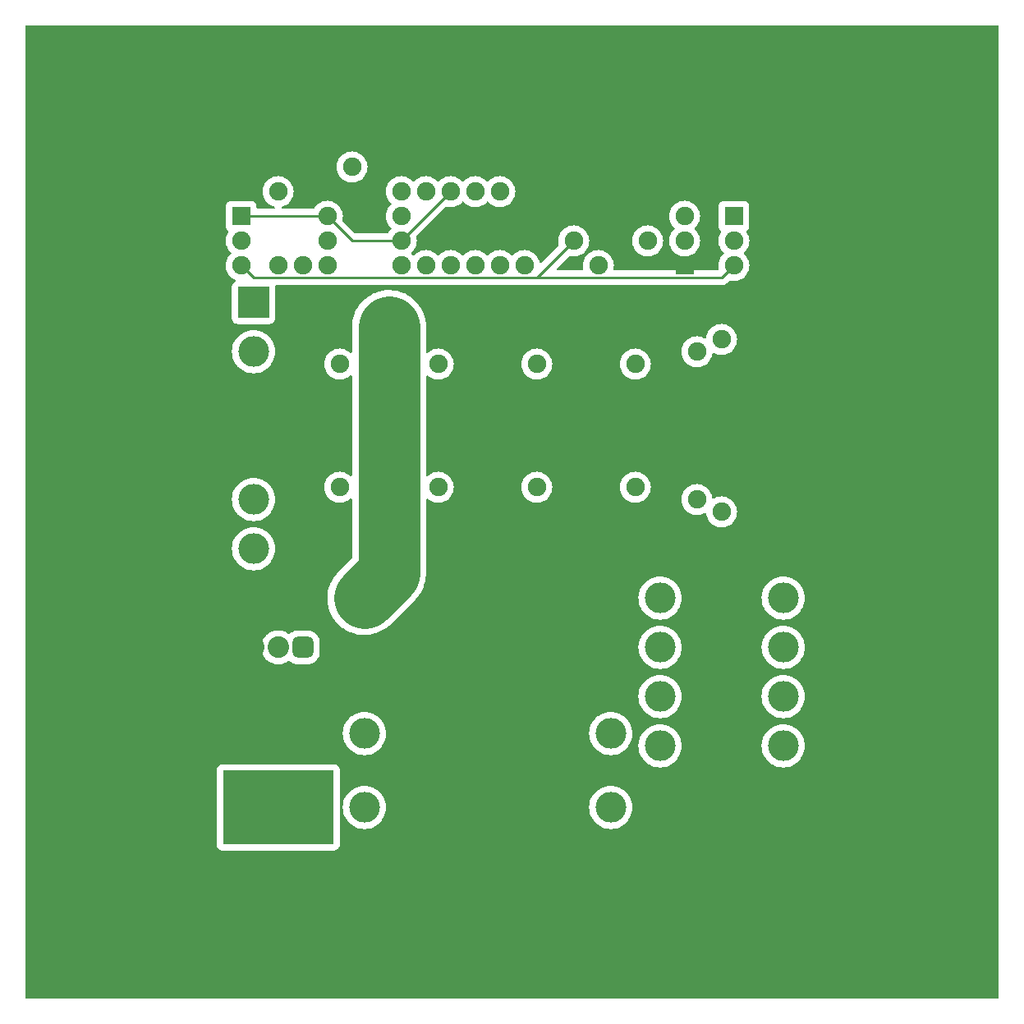
<source format=gbr>
%TF.GenerationSoftware,KiCad,Pcbnew,(6.0.0)*%
%TF.CreationDate,2023-06-01T11:48:41-04:00*%
%TF.ProjectId,SEPIC,53455049-432e-46b6-9963-61645f706362,rev?*%
%TF.SameCoordinates,Original*%
%TF.FileFunction,Copper,L1,Top*%
%TF.FilePolarity,Positive*%
%FSLAX46Y46*%
G04 Gerber Fmt 4.6, Leading zero omitted, Abs format (unit mm)*
G04 Created by KiCad (PCBNEW (6.0.0)) date 2023-06-01 11:48:41*
%MOMM*%
%LPD*%
G01*
G04 APERTURE LIST*
G04 Aperture macros list*
%AMRoundRect*
0 Rectangle with rounded corners*
0 $1 Rounding radius*
0 $2 $3 $4 $5 $6 $7 $8 $9 X,Y pos of 4 corners*
0 Add a 4 corners polygon primitive as box body*
4,1,4,$2,$3,$4,$5,$6,$7,$8,$9,$2,$3,0*
0 Add four circle primitives for the rounded corners*
1,1,$1+$1,$2,$3*
1,1,$1+$1,$4,$5*
1,1,$1+$1,$6,$7*
1,1,$1+$1,$8,$9*
0 Add four rect primitives between the rounded corners*
20,1,$1+$1,$2,$3,$4,$5,0*
20,1,$1+$1,$4,$5,$6,$7,0*
20,1,$1+$1,$6,$7,$8,$9,0*
20,1,$1+$1,$8,$9,$2,$3,0*%
G04 Aperture macros list end*
%TA.AperFunction,ComponentPad*%
%ADD10C,3.175000*%
%TD*%
%TA.AperFunction,ComponentPad*%
%ADD11C,1.905000*%
%TD*%
%TA.AperFunction,ComponentPad*%
%ADD12R,3.175000X3.175000*%
%TD*%
%TA.AperFunction,ComponentPad*%
%ADD13R,1.905000X1.905000*%
%TD*%
%TA.AperFunction,ComponentPad*%
%ADD14RoundRect,0.635000X0.476250X0.476250X-0.476250X0.476250X-0.476250X-0.476250X0.476250X-0.476250X0*%
%TD*%
%TA.AperFunction,ComponentPad*%
%ADD15C,2.222500*%
%TD*%
%TA.AperFunction,SMDPad,CuDef*%
%ADD16R,11.430000X7.620000*%
%TD*%
%TA.AperFunction,ComponentPad*%
%ADD17RoundRect,0.381000X-0.571500X-0.571500X0.571500X-0.571500X0.571500X0.571500X-0.571500X0.571500X0*%
%TD*%
%TA.AperFunction,ViaPad*%
%ADD18C,5.080000*%
%TD*%
%TA.AperFunction,ViaPad*%
%ADD19C,3.175000*%
%TD*%
%TA.AperFunction,Conductor*%
%ADD20C,0.254000*%
%TD*%
%TA.AperFunction,Conductor*%
%ADD21C,6.350000*%
%TD*%
G04 APERTURE END LIST*
D10*
%TO.P,D3,1,K*%
%TO.N,VO*%
X205740000Y-95250000D03*
%TO.P,D3,2,A*%
%TO.N,Net-(C1-Pad1)*%
X193040000Y-95250000D03*
%TD*%
D11*
%TO.P,R5,1*%
%TO.N,Net-(R5-Pad1)*%
X173990000Y-50800000D03*
%TO.P,R5,2*%
%TO.N,VI*%
X173990000Y-43180000D03*
%TD*%
%TO.P,R4,1,1*%
%TO.N,0V*%
X186690000Y-45720000D03*
%TO.P,R4,2,2*%
%TO.N,Net-(R4-Pad2)*%
X191770000Y-48260000D03*
%TO.P,R4,3,3*%
%TO.N,VO*%
X186690000Y-50800000D03*
%TD*%
%TO.P,D5,1,K*%
%TO.N,VO*%
X199390000Y-76200000D03*
%TO.P,D5,2,A*%
%TO.N,0V*%
X199390000Y-68580000D03*
%TD*%
%TO.P,C3,1*%
%TO.N,VO*%
X170180000Y-73660000D03*
%TO.P,C3,2*%
%TO.N,0V*%
X170180000Y-71120000D03*
%TD*%
D10*
%TO.P,C1,1*%
%TO.N,Net-(C1-Pad1)*%
X187960000Y-106680000D03*
%TO.P,C1,2*%
%TO.N,Net-(C1-Pad2)*%
X162560000Y-106680000D03*
%TD*%
D12*
%TO.P,H0,1,Pin_1*%
%TO.N,VI*%
X151130000Y-54610000D03*
D10*
%TO.P,H0,2,Pin_2*%
X151130000Y-59690000D03*
%TO.P,H0,3,Pin_3*%
%TO.N,VO*%
X151130000Y-74930000D03*
%TO.P,H0,4,Pin_4*%
X151130000Y-80010000D03*
%TO.P,H0,5,Pin_5*%
%TO.N,0V*%
X151130000Y-64770000D03*
%TO.P,H0,6,Pin_6*%
X151130000Y-69850000D03*
%TD*%
D13*
%TO.P,T2,1,S*%
%TO.N,0V*%
X195580000Y-50800000D03*
D11*
%TO.P,T2,2,G*%
%TO.N,Net-(R4-Pad2)*%
X195580000Y-48260000D03*
%TO.P,T2,3,D*%
%TO.N,Net-(R5-Pad1)*%
X195580000Y-45720000D03*
%TD*%
%TO.P,C9,1*%
%TO.N,VI*%
X180340000Y-60960000D03*
%TO.P,C9,2*%
%TO.N,0V*%
X180340000Y-63500000D03*
%TD*%
%TO.P,C10,1*%
%TO.N,VI*%
X190500000Y-60960000D03*
%TO.P,C10,2*%
%TO.N,0V*%
X190500000Y-63500000D03*
%TD*%
%TO.P,C5,1*%
%TO.N,VO*%
X190500000Y-73660000D03*
%TO.P,C5,2*%
%TO.N,0V*%
X190500000Y-71120000D03*
%TD*%
%TO.P,D6,1,K*%
%TO.N,VI*%
X199390000Y-58420000D03*
%TO.P,D6,2,A*%
%TO.N,0V*%
X199390000Y-66040000D03*
%TD*%
%TO.P,R6,1*%
%TO.N,Net-(R6-Pad1)*%
X176530000Y-43180000D03*
%TO.P,R6,2*%
%TO.N,Net-(R5-Pad1)*%
X176530000Y-50800000D03*
%TD*%
%TO.P,R2,1*%
%TO.N,VI*%
X153670000Y-50800000D03*
%TO.P,R2,2*%
%TO.N,Net-(R2-Pad2)*%
X153670000Y-43180000D03*
%TD*%
D14*
%TO.P,T1,1,S*%
%TO.N,Net-(IC0-Pad3)*%
X156210000Y-90170000D03*
D15*
%TO.P,T1,2,G*%
%TO.N,Net-(C1-Pad2)*%
X153670000Y-90170000D03*
%TO.P,T1,3,D*%
%TO.N,0V*%
X151130000Y-90170000D03*
D16*
%TO.P,T1,4*%
%TO.N,N/C*%
X153670000Y-106680000D03*
%TD*%
D17*
%TO.P,IC0,1,GND*%
%TO.N,0V*%
X158750000Y-43180000D03*
D11*
%TO.P,IC0,2,TRG*%
%TO.N,CAP*%
X158750000Y-45720000D03*
%TO.P,IC0,3,Q*%
%TO.N,Net-(IC0-Pad3)*%
X158750000Y-48260000D03*
%TO.P,IC0,4,RST*%
%TO.N,VI*%
X158750000Y-50800000D03*
%TO.P,IC0,5,CTL*%
%TO.N,Net-(D0-Pad1)*%
X166370000Y-50800000D03*
%TO.P,IC0,6,THR*%
%TO.N,CAP*%
X166370000Y-48260000D03*
%TO.P,IC0,7,DCH*%
%TO.N,Net-(IC0-Pad7)*%
X166370000Y-45720000D03*
%TO.P,IC0,8,VCC*%
%TO.N,VI*%
X166370000Y-43180000D03*
%TD*%
D10*
%TO.P,D1,1,K*%
%TO.N,VO*%
X205740000Y-85090000D03*
%TO.P,D1,2,A*%
%TO.N,Net-(C1-Pad1)*%
X193040000Y-85090000D03*
%TD*%
%TO.P,D4,1,K*%
%TO.N,VO*%
X205740000Y-100330000D03*
%TO.P,D4,2,A*%
%TO.N,Net-(C1-Pad1)*%
X193040000Y-100330000D03*
%TD*%
D11*
%TO.P,R3,1,1*%
%TO.N,0V*%
X179070000Y-45720000D03*
%TO.P,R3,2,2*%
%TO.N,FB*%
X184150000Y-48260000D03*
%TO.P,R3,3,3*%
%TO.N,VO*%
X179070000Y-50800000D03*
%TD*%
%TO.P,C7,1*%
%TO.N,VI*%
X160020000Y-60960000D03*
%TO.P,C7,2*%
%TO.N,0V*%
X160020000Y-63500000D03*
%TD*%
D10*
%TO.P,D2,1,K*%
%TO.N,VO*%
X205740000Y-90170000D03*
%TO.P,D2,2,A*%
%TO.N,Net-(C1-Pad1)*%
X193040000Y-90170000D03*
%TD*%
D11*
%TO.P,C4,1*%
%TO.N,VO*%
X180340000Y-73660000D03*
%TO.P,C4,2*%
%TO.N,0V*%
X180340000Y-71120000D03*
%TD*%
%TO.P,R0,1*%
%TO.N,VI*%
X168910000Y-43180000D03*
%TO.P,R0,2*%
%TO.N,Net-(IC0-Pad7)*%
X168910000Y-50800000D03*
%TD*%
D12*
%TO.P,L0,1*%
%TO.N,VI*%
X162560000Y-85090000D03*
D10*
%TO.P,L0,2*%
%TO.N,Net-(C1-Pad2)*%
X162560000Y-99060000D03*
%TO.P,L0,3*%
%TO.N,Net-(C1-Pad1)*%
X187960000Y-99060000D03*
%TO.P,L0,4*%
%TO.N,0V*%
X187960000Y-85090000D03*
%TD*%
D13*
%TO.P,T0,1,E*%
%TO.N,CAP*%
X149860000Y-45720000D03*
D11*
%TO.P,T0,2,B*%
%TO.N,Net-(R2-Pad2)*%
X149860000Y-48260000D03*
%TO.P,T0,3,C*%
%TO.N,FB*%
X149860000Y-50800000D03*
%TD*%
%TO.P,R1,1*%
%TO.N,Net-(IC0-Pad7)*%
X171450000Y-50800000D03*
%TO.P,R1,2*%
%TO.N,CAP*%
X171450000Y-43180000D03*
%TD*%
%TO.P,C0,1*%
%TO.N,CAP*%
X161290000Y-40640000D03*
%TO.P,C0,2*%
%TO.N,0V*%
X156210000Y-40640000D03*
%TD*%
D13*
%TO.P,T3,1,E*%
%TO.N,VI*%
X200660000Y-45720000D03*
D11*
%TO.P,T3,2,B*%
%TO.N,Net-(R6-Pad1)*%
X200660000Y-48260000D03*
%TO.P,T3,3,C*%
%TO.N,FB*%
X200660000Y-50800000D03*
%TD*%
%TO.P,D0,1,K*%
%TO.N,Net-(D0-Pad1)*%
X156210000Y-50800000D03*
%TO.P,D0,2,A*%
%TO.N,0V*%
X156210000Y-43180000D03*
%TD*%
%TO.P,C6,1*%
%TO.N,VO*%
X196850000Y-74930000D03*
%TO.P,C6,2*%
%TO.N,0V*%
X196850000Y-69850000D03*
%TD*%
%TO.P,C2,1*%
%TO.N,VO*%
X160020000Y-73660000D03*
%TO.P,C2,2*%
%TO.N,0V*%
X160020000Y-71120000D03*
%TD*%
%TO.P,C8,1*%
%TO.N,VI*%
X170180000Y-60960000D03*
%TO.P,C8,2*%
%TO.N,0V*%
X170180000Y-63500000D03*
%TD*%
%TO.P,C11,1*%
%TO.N,VI*%
X196850000Y-59690000D03*
%TO.P,C11,2*%
%TO.N,0V*%
X196850000Y-64770000D03*
%TD*%
D18*
%TO.N,0V*%
X222250000Y-120650000D03*
X222250000Y-31750000D03*
X133350000Y-31750000D03*
X133350000Y-120650000D03*
D19*
%TO.N,VI*%
X165100000Y-57150000D03*
%TD*%
D20*
%TO.N,CAP*%
X161290000Y-48260000D02*
X166370000Y-48260000D01*
X171450000Y-43180000D02*
X166370000Y-48260000D01*
X149860000Y-45720000D02*
X158750000Y-45720000D01*
X158750000Y-45720000D02*
X161290000Y-48260000D01*
D21*
%TO.N,VI*%
X162560000Y-85090000D02*
X165100000Y-82550000D01*
X165100000Y-82550000D02*
X165100000Y-57150000D01*
D20*
%TO.N,FB*%
X149860000Y-50800000D02*
X151130000Y-52070000D01*
X151130000Y-52070000D02*
X180340000Y-52070000D01*
X180340000Y-52070000D02*
X199390000Y-52070000D01*
X199390000Y-52070000D02*
X200660000Y-50800000D01*
X180340000Y-52070000D02*
X184150000Y-48260000D01*
%TD*%
%TA.AperFunction,Conductor*%
%TO.N,0V*%
G36*
X227907121Y-26055002D02*
G01*
X227953614Y-26108658D01*
X227965000Y-26161000D01*
X227965000Y-126239000D01*
X227944998Y-126307121D01*
X227891342Y-126353614D01*
X227839000Y-126365000D01*
X127761000Y-126365000D01*
X127692879Y-126344998D01*
X127646386Y-126291342D01*
X127635000Y-126239000D01*
X127635000Y-102805819D01*
X147319500Y-102805819D01*
X147319501Y-110554180D01*
X147322335Y-110590204D01*
X147367131Y-110744393D01*
X147448865Y-110882598D01*
X147562402Y-110996135D01*
X147700607Y-111077869D01*
X147708218Y-111080080D01*
X147708220Y-111080081D01*
X147848619Y-111120871D01*
X147848624Y-111120872D01*
X147854796Y-111122665D01*
X147876419Y-111124367D01*
X147888362Y-111125307D01*
X147888371Y-111125307D01*
X147890819Y-111125500D01*
X153665322Y-111125500D01*
X159449180Y-111125499D01*
X159468423Y-111123985D01*
X159478786Y-111123170D01*
X159478787Y-111123170D01*
X159485204Y-111122665D01*
X159491384Y-111120870D01*
X159491387Y-111120869D01*
X159631780Y-111080081D01*
X159631782Y-111080080D01*
X159639393Y-111077869D01*
X159777598Y-110996135D01*
X159891135Y-110882598D01*
X159972869Y-110744393D01*
X160015869Y-110596387D01*
X160015871Y-110596381D01*
X160015872Y-110596376D01*
X160017665Y-110590204D01*
X160019367Y-110568581D01*
X160020307Y-110556638D01*
X160020307Y-110556629D01*
X160020500Y-110554181D01*
X160020499Y-106680000D01*
X160332230Y-106680000D01*
X160351289Y-106970782D01*
X160408139Y-107256589D01*
X160501809Y-107532531D01*
X160503632Y-107536227D01*
X160503635Y-107536235D01*
X160607897Y-107747654D01*
X160630695Y-107793885D01*
X160792591Y-108036180D01*
X160795305Y-108039274D01*
X160795309Y-108039280D01*
X160982020Y-108252182D01*
X160984729Y-108255271D01*
X160987818Y-108257980D01*
X161200720Y-108444691D01*
X161200726Y-108444695D01*
X161203820Y-108447409D01*
X161207246Y-108449698D01*
X161207251Y-108449702D01*
X161442680Y-108607010D01*
X161446115Y-108609305D01*
X161449818Y-108611131D01*
X161703765Y-108736365D01*
X161703773Y-108736368D01*
X161707469Y-108738191D01*
X161711384Y-108739520D01*
X161979504Y-108830535D01*
X161979508Y-108830536D01*
X161983411Y-108831861D01*
X161987450Y-108832664D01*
X161987456Y-108832666D01*
X162265175Y-108887907D01*
X162265178Y-108887907D01*
X162269218Y-108888711D01*
X162273329Y-108888980D01*
X162273333Y-108888981D01*
X162555881Y-108907500D01*
X162560000Y-108907770D01*
X162564119Y-108907500D01*
X162846667Y-108888981D01*
X162846671Y-108888980D01*
X162850782Y-108888711D01*
X162854822Y-108887907D01*
X162854825Y-108887907D01*
X163132544Y-108832666D01*
X163132550Y-108832664D01*
X163136589Y-108831861D01*
X163140492Y-108830536D01*
X163140496Y-108830535D01*
X163408616Y-108739520D01*
X163412531Y-108738191D01*
X163416227Y-108736368D01*
X163416235Y-108736365D01*
X163670182Y-108611131D01*
X163673885Y-108609305D01*
X163677320Y-108607010D01*
X163912749Y-108449702D01*
X163912754Y-108449698D01*
X163916180Y-108447409D01*
X163919274Y-108444695D01*
X163919280Y-108444691D01*
X164132182Y-108257980D01*
X164135271Y-108255271D01*
X164137980Y-108252182D01*
X164324691Y-108039280D01*
X164324695Y-108039274D01*
X164327409Y-108036180D01*
X164489305Y-107793885D01*
X164512103Y-107747654D01*
X164616365Y-107536235D01*
X164616368Y-107536227D01*
X164618191Y-107532531D01*
X164711861Y-107256589D01*
X164768711Y-106970782D01*
X164787770Y-106680000D01*
X185732230Y-106680000D01*
X185751289Y-106970782D01*
X185808139Y-107256589D01*
X185901809Y-107532531D01*
X185903632Y-107536227D01*
X185903635Y-107536235D01*
X186007897Y-107747654D01*
X186030695Y-107793885D01*
X186192591Y-108036180D01*
X186195305Y-108039274D01*
X186195309Y-108039280D01*
X186382020Y-108252182D01*
X186384729Y-108255271D01*
X186387818Y-108257980D01*
X186600720Y-108444691D01*
X186600726Y-108444695D01*
X186603820Y-108447409D01*
X186607246Y-108449698D01*
X186607251Y-108449702D01*
X186842680Y-108607010D01*
X186846115Y-108609305D01*
X186849818Y-108611131D01*
X187103765Y-108736365D01*
X187103773Y-108736368D01*
X187107469Y-108738191D01*
X187111384Y-108739520D01*
X187379504Y-108830535D01*
X187379508Y-108830536D01*
X187383411Y-108831861D01*
X187387450Y-108832664D01*
X187387456Y-108832666D01*
X187665175Y-108887907D01*
X187665178Y-108887907D01*
X187669218Y-108888711D01*
X187673329Y-108888980D01*
X187673333Y-108888981D01*
X187955881Y-108907500D01*
X187960000Y-108907770D01*
X187964119Y-108907500D01*
X188246667Y-108888981D01*
X188246671Y-108888980D01*
X188250782Y-108888711D01*
X188254822Y-108887907D01*
X188254825Y-108887907D01*
X188532544Y-108832666D01*
X188532550Y-108832664D01*
X188536589Y-108831861D01*
X188540492Y-108830536D01*
X188540496Y-108830535D01*
X188808616Y-108739520D01*
X188812531Y-108738191D01*
X188816227Y-108736368D01*
X188816235Y-108736365D01*
X189070182Y-108611131D01*
X189073885Y-108609305D01*
X189077320Y-108607010D01*
X189312749Y-108449702D01*
X189312754Y-108449698D01*
X189316180Y-108447409D01*
X189319274Y-108444695D01*
X189319280Y-108444691D01*
X189532182Y-108257980D01*
X189535271Y-108255271D01*
X189537980Y-108252182D01*
X189724691Y-108039280D01*
X189724695Y-108039274D01*
X189727409Y-108036180D01*
X189889305Y-107793885D01*
X189912103Y-107747654D01*
X190016365Y-107536235D01*
X190016368Y-107536227D01*
X190018191Y-107532531D01*
X190111861Y-107256589D01*
X190168711Y-106970782D01*
X190187770Y-106680000D01*
X190168711Y-106389218D01*
X190111861Y-106103411D01*
X190018191Y-105827469D01*
X190016368Y-105823773D01*
X190016365Y-105823765D01*
X189891131Y-105569818D01*
X189889305Y-105566115D01*
X189727409Y-105323820D01*
X189724695Y-105320726D01*
X189724691Y-105320720D01*
X189537980Y-105107818D01*
X189535271Y-105104729D01*
X189532182Y-105102020D01*
X189319280Y-104915309D01*
X189319274Y-104915305D01*
X189316180Y-104912591D01*
X189312754Y-104910302D01*
X189312749Y-104910298D01*
X189077320Y-104752990D01*
X189077318Y-104752989D01*
X189073885Y-104750695D01*
X189027654Y-104727897D01*
X188816235Y-104623635D01*
X188816227Y-104623632D01*
X188812531Y-104621809D01*
X188808616Y-104620480D01*
X188540496Y-104529465D01*
X188540492Y-104529464D01*
X188536589Y-104528139D01*
X188532550Y-104527336D01*
X188532544Y-104527334D01*
X188254825Y-104472093D01*
X188254822Y-104472093D01*
X188250782Y-104471289D01*
X188246671Y-104471020D01*
X188246667Y-104471019D01*
X187964119Y-104452500D01*
X187960000Y-104452230D01*
X187955881Y-104452500D01*
X187673333Y-104471019D01*
X187673329Y-104471020D01*
X187669218Y-104471289D01*
X187665178Y-104472093D01*
X187665175Y-104472093D01*
X187387456Y-104527334D01*
X187387450Y-104527336D01*
X187383411Y-104528139D01*
X187379508Y-104529464D01*
X187379504Y-104529465D01*
X187111384Y-104620480D01*
X187107469Y-104621809D01*
X187103773Y-104623632D01*
X187103765Y-104623635D01*
X186892346Y-104727897D01*
X186846115Y-104750695D01*
X186842682Y-104752989D01*
X186842680Y-104752990D01*
X186607251Y-104910298D01*
X186607246Y-104910302D01*
X186603820Y-104912591D01*
X186600726Y-104915305D01*
X186600720Y-104915309D01*
X186387818Y-105102020D01*
X186384729Y-105104729D01*
X186382020Y-105107818D01*
X186195309Y-105320720D01*
X186195305Y-105320726D01*
X186192591Y-105323820D01*
X186030695Y-105566115D01*
X186028869Y-105569818D01*
X185903635Y-105823765D01*
X185903632Y-105823773D01*
X185901809Y-105827469D01*
X185808139Y-106103411D01*
X185751289Y-106389218D01*
X185732230Y-106680000D01*
X164787770Y-106680000D01*
X164768711Y-106389218D01*
X164711861Y-106103411D01*
X164618191Y-105827469D01*
X164616368Y-105823773D01*
X164616365Y-105823765D01*
X164491131Y-105569818D01*
X164489305Y-105566115D01*
X164327409Y-105323820D01*
X164324695Y-105320726D01*
X164324691Y-105320720D01*
X164137980Y-105107818D01*
X164135271Y-105104729D01*
X164132182Y-105102020D01*
X163919280Y-104915309D01*
X163919274Y-104915305D01*
X163916180Y-104912591D01*
X163912754Y-104910302D01*
X163912749Y-104910298D01*
X163677320Y-104752990D01*
X163677318Y-104752989D01*
X163673885Y-104750695D01*
X163627654Y-104727897D01*
X163416235Y-104623635D01*
X163416227Y-104623632D01*
X163412531Y-104621809D01*
X163408616Y-104620480D01*
X163140496Y-104529465D01*
X163140492Y-104529464D01*
X163136589Y-104528139D01*
X163132550Y-104527336D01*
X163132544Y-104527334D01*
X162854825Y-104472093D01*
X162854822Y-104472093D01*
X162850782Y-104471289D01*
X162846671Y-104471020D01*
X162846667Y-104471019D01*
X162564119Y-104452500D01*
X162560000Y-104452230D01*
X162555881Y-104452500D01*
X162273333Y-104471019D01*
X162273329Y-104471020D01*
X162269218Y-104471289D01*
X162265178Y-104472093D01*
X162265175Y-104472093D01*
X161987456Y-104527334D01*
X161987450Y-104527336D01*
X161983411Y-104528139D01*
X161979508Y-104529464D01*
X161979504Y-104529465D01*
X161711384Y-104620480D01*
X161707469Y-104621809D01*
X161703773Y-104623632D01*
X161703765Y-104623635D01*
X161492346Y-104727897D01*
X161446115Y-104750695D01*
X161442682Y-104752989D01*
X161442680Y-104752990D01*
X161207251Y-104910298D01*
X161207246Y-104910302D01*
X161203820Y-104912591D01*
X161200726Y-104915305D01*
X161200720Y-104915309D01*
X160987818Y-105102020D01*
X160984729Y-105104729D01*
X160982020Y-105107818D01*
X160795309Y-105320720D01*
X160795305Y-105320726D01*
X160792591Y-105323820D01*
X160630695Y-105566115D01*
X160628869Y-105569818D01*
X160503635Y-105823765D01*
X160503632Y-105823773D01*
X160501809Y-105827469D01*
X160408139Y-106103411D01*
X160351289Y-106389218D01*
X160332230Y-106680000D01*
X160020499Y-106680000D01*
X160020499Y-102805820D01*
X160017665Y-102769796D01*
X159972869Y-102615607D01*
X159926918Y-102537907D01*
X159895169Y-102484223D01*
X159891135Y-102477402D01*
X159777598Y-102363865D01*
X159639393Y-102282131D01*
X159631782Y-102279920D01*
X159631780Y-102279919D01*
X159491381Y-102239129D01*
X159491376Y-102239128D01*
X159485204Y-102237335D01*
X159463581Y-102235633D01*
X159451638Y-102234693D01*
X159451629Y-102234693D01*
X159449181Y-102234500D01*
X153674678Y-102234500D01*
X147890820Y-102234501D01*
X147871577Y-102236015D01*
X147861214Y-102236830D01*
X147861213Y-102236830D01*
X147854796Y-102237335D01*
X147848616Y-102239130D01*
X147848613Y-102239131D01*
X147708220Y-102279919D01*
X147708218Y-102279920D01*
X147700607Y-102282131D01*
X147562402Y-102363865D01*
X147448865Y-102477402D01*
X147444831Y-102484223D01*
X147413083Y-102537907D01*
X147367131Y-102615607D01*
X147364920Y-102623218D01*
X147364919Y-102623220D01*
X147324129Y-102763619D01*
X147324128Y-102763624D01*
X147322335Y-102769796D01*
X147321831Y-102776206D01*
X147319694Y-102803356D01*
X147319500Y-102805819D01*
X127635000Y-102805819D01*
X127635000Y-99060000D01*
X160332230Y-99060000D01*
X160351289Y-99350782D01*
X160352093Y-99354822D01*
X160352093Y-99354825D01*
X160375752Y-99473765D01*
X160408139Y-99636589D01*
X160409464Y-99640492D01*
X160409465Y-99640496D01*
X160447795Y-99753411D01*
X160501809Y-99912531D01*
X160503632Y-99916227D01*
X160503635Y-99916235D01*
X160607897Y-100127654D01*
X160630695Y-100173885D01*
X160632989Y-100177318D01*
X160632990Y-100177320D01*
X160737760Y-100334119D01*
X160792591Y-100416180D01*
X160795305Y-100419274D01*
X160795309Y-100419280D01*
X160968414Y-100616667D01*
X160984729Y-100635271D01*
X160987818Y-100637980D01*
X161200720Y-100824691D01*
X161200726Y-100824695D01*
X161203820Y-100827409D01*
X161207246Y-100829698D01*
X161207251Y-100829702D01*
X161442680Y-100987010D01*
X161446115Y-100989305D01*
X161449818Y-100991131D01*
X161703765Y-101116365D01*
X161703773Y-101116368D01*
X161707469Y-101118191D01*
X161711384Y-101119520D01*
X161979504Y-101210535D01*
X161979508Y-101210536D01*
X161983411Y-101211861D01*
X161987450Y-101212664D01*
X161987456Y-101212666D01*
X162265175Y-101267907D01*
X162265178Y-101267907D01*
X162269218Y-101268711D01*
X162273329Y-101268980D01*
X162273333Y-101268981D01*
X162555881Y-101287500D01*
X162560000Y-101287770D01*
X162564119Y-101287500D01*
X162846667Y-101268981D01*
X162846671Y-101268980D01*
X162850782Y-101268711D01*
X162854822Y-101267907D01*
X162854825Y-101267907D01*
X163132544Y-101212666D01*
X163132550Y-101212664D01*
X163136589Y-101211861D01*
X163140492Y-101210536D01*
X163140496Y-101210535D01*
X163408616Y-101119520D01*
X163412531Y-101118191D01*
X163416227Y-101116368D01*
X163416235Y-101116365D01*
X163670182Y-100991131D01*
X163673885Y-100989305D01*
X163677320Y-100987010D01*
X163912749Y-100829702D01*
X163912754Y-100829698D01*
X163916180Y-100827409D01*
X163919274Y-100824695D01*
X163919280Y-100824691D01*
X164132182Y-100637980D01*
X164135271Y-100635271D01*
X164151586Y-100616667D01*
X164324691Y-100419280D01*
X164324695Y-100419274D01*
X164327409Y-100416180D01*
X164382241Y-100334119D01*
X164487010Y-100177320D01*
X164487011Y-100177318D01*
X164489305Y-100173885D01*
X164512103Y-100127654D01*
X164616365Y-99916235D01*
X164616368Y-99916227D01*
X164618191Y-99912531D01*
X164672205Y-99753411D01*
X164710535Y-99640496D01*
X164710536Y-99640492D01*
X164711861Y-99636589D01*
X164744249Y-99473765D01*
X164767907Y-99354825D01*
X164767907Y-99354822D01*
X164768711Y-99350782D01*
X164787770Y-99060000D01*
X185732230Y-99060000D01*
X185751289Y-99350782D01*
X185752093Y-99354822D01*
X185752093Y-99354825D01*
X185775752Y-99473765D01*
X185808139Y-99636589D01*
X185809464Y-99640492D01*
X185809465Y-99640496D01*
X185847795Y-99753411D01*
X185901809Y-99912531D01*
X185903632Y-99916227D01*
X185903635Y-99916235D01*
X186007897Y-100127654D01*
X186030695Y-100173885D01*
X186032989Y-100177318D01*
X186032990Y-100177320D01*
X186137760Y-100334119D01*
X186192591Y-100416180D01*
X186195305Y-100419274D01*
X186195309Y-100419280D01*
X186368414Y-100616667D01*
X186384729Y-100635271D01*
X186387818Y-100637980D01*
X186600720Y-100824691D01*
X186600726Y-100824695D01*
X186603820Y-100827409D01*
X186607246Y-100829698D01*
X186607251Y-100829702D01*
X186842680Y-100987010D01*
X186846115Y-100989305D01*
X186849818Y-100991131D01*
X187103765Y-101116365D01*
X187103773Y-101116368D01*
X187107469Y-101118191D01*
X187111384Y-101119520D01*
X187379504Y-101210535D01*
X187379508Y-101210536D01*
X187383411Y-101211861D01*
X187387450Y-101212664D01*
X187387456Y-101212666D01*
X187665175Y-101267907D01*
X187665178Y-101267907D01*
X187669218Y-101268711D01*
X187673329Y-101268980D01*
X187673333Y-101268981D01*
X187955881Y-101287500D01*
X187960000Y-101287770D01*
X187964119Y-101287500D01*
X188246667Y-101268981D01*
X188246671Y-101268980D01*
X188250782Y-101268711D01*
X188254822Y-101267907D01*
X188254825Y-101267907D01*
X188532544Y-101212666D01*
X188532550Y-101212664D01*
X188536589Y-101211861D01*
X188540492Y-101210536D01*
X188540496Y-101210535D01*
X188808616Y-101119520D01*
X188812531Y-101118191D01*
X188816227Y-101116368D01*
X188816235Y-101116365D01*
X189070182Y-100991131D01*
X189073885Y-100989305D01*
X189077320Y-100987010D01*
X189312749Y-100829702D01*
X189312754Y-100829698D01*
X189316180Y-100827409D01*
X189319274Y-100824695D01*
X189319280Y-100824691D01*
X189532182Y-100637980D01*
X189535271Y-100635271D01*
X189551586Y-100616667D01*
X189724691Y-100419280D01*
X189724695Y-100419274D01*
X189727409Y-100416180D01*
X189782241Y-100334119D01*
X189784993Y-100330000D01*
X190812230Y-100330000D01*
X190831289Y-100620782D01*
X190832093Y-100624822D01*
X190832093Y-100624825D01*
X190871849Y-100824691D01*
X190888139Y-100906589D01*
X190889464Y-100910492D01*
X190889465Y-100910496D01*
X190980480Y-101178616D01*
X190981809Y-101182531D01*
X190983632Y-101186227D01*
X190983635Y-101186235D01*
X191033574Y-101287500D01*
X191110695Y-101443885D01*
X191272591Y-101686180D01*
X191275305Y-101689274D01*
X191275309Y-101689280D01*
X191462020Y-101902182D01*
X191464729Y-101905271D01*
X191467818Y-101907980D01*
X191680720Y-102094691D01*
X191680726Y-102094695D01*
X191683820Y-102097409D01*
X191687246Y-102099698D01*
X191687251Y-102099702D01*
X191895919Y-102239129D01*
X191926115Y-102259305D01*
X191929818Y-102261131D01*
X192183765Y-102386365D01*
X192183773Y-102386368D01*
X192187469Y-102388191D01*
X192191384Y-102389520D01*
X192459504Y-102480535D01*
X192459508Y-102480536D01*
X192463411Y-102481861D01*
X192467450Y-102482664D01*
X192467456Y-102482666D01*
X192745175Y-102537907D01*
X192745178Y-102537907D01*
X192749218Y-102538711D01*
X192753329Y-102538980D01*
X192753333Y-102538981D01*
X193035881Y-102557500D01*
X193040000Y-102557770D01*
X193044119Y-102557500D01*
X193326667Y-102538981D01*
X193326671Y-102538980D01*
X193330782Y-102538711D01*
X193334822Y-102537907D01*
X193334825Y-102537907D01*
X193612544Y-102482666D01*
X193612550Y-102482664D01*
X193616589Y-102481861D01*
X193620492Y-102480536D01*
X193620496Y-102480535D01*
X193888616Y-102389520D01*
X193892531Y-102388191D01*
X193896227Y-102386368D01*
X193896235Y-102386365D01*
X194150182Y-102261131D01*
X194153885Y-102259305D01*
X194184081Y-102239129D01*
X194392749Y-102099702D01*
X194392754Y-102099698D01*
X194396180Y-102097409D01*
X194399274Y-102094695D01*
X194399280Y-102094691D01*
X194612182Y-101907980D01*
X194615271Y-101905271D01*
X194617980Y-101902182D01*
X194804691Y-101689280D01*
X194804695Y-101689274D01*
X194807409Y-101686180D01*
X194969305Y-101443885D01*
X195046426Y-101287500D01*
X195096365Y-101186235D01*
X195096368Y-101186227D01*
X195098191Y-101182531D01*
X195099520Y-101178616D01*
X195190535Y-100910496D01*
X195190536Y-100910492D01*
X195191861Y-100906589D01*
X195208152Y-100824691D01*
X195247907Y-100624825D01*
X195247907Y-100624822D01*
X195248711Y-100620782D01*
X195267770Y-100330000D01*
X203512230Y-100330000D01*
X203531289Y-100620782D01*
X203532093Y-100624822D01*
X203532093Y-100624825D01*
X203571849Y-100824691D01*
X203588139Y-100906589D01*
X203589464Y-100910492D01*
X203589465Y-100910496D01*
X203680480Y-101178616D01*
X203681809Y-101182531D01*
X203683632Y-101186227D01*
X203683635Y-101186235D01*
X203733574Y-101287500D01*
X203810695Y-101443885D01*
X203972591Y-101686180D01*
X203975305Y-101689274D01*
X203975309Y-101689280D01*
X204162020Y-101902182D01*
X204164729Y-101905271D01*
X204167818Y-101907980D01*
X204380720Y-102094691D01*
X204380726Y-102094695D01*
X204383820Y-102097409D01*
X204387246Y-102099698D01*
X204387251Y-102099702D01*
X204595919Y-102239129D01*
X204626115Y-102259305D01*
X204629818Y-102261131D01*
X204883765Y-102386365D01*
X204883773Y-102386368D01*
X204887469Y-102388191D01*
X204891384Y-102389520D01*
X205159504Y-102480535D01*
X205159508Y-102480536D01*
X205163411Y-102481861D01*
X205167450Y-102482664D01*
X205167456Y-102482666D01*
X205445175Y-102537907D01*
X205445178Y-102537907D01*
X205449218Y-102538711D01*
X205453329Y-102538980D01*
X205453333Y-102538981D01*
X205735881Y-102557500D01*
X205740000Y-102557770D01*
X205744119Y-102557500D01*
X206026667Y-102538981D01*
X206026671Y-102538980D01*
X206030782Y-102538711D01*
X206034822Y-102537907D01*
X206034825Y-102537907D01*
X206312544Y-102482666D01*
X206312550Y-102482664D01*
X206316589Y-102481861D01*
X206320492Y-102480536D01*
X206320496Y-102480535D01*
X206588616Y-102389520D01*
X206592531Y-102388191D01*
X206596227Y-102386368D01*
X206596235Y-102386365D01*
X206850182Y-102261131D01*
X206853885Y-102259305D01*
X206884081Y-102239129D01*
X207092749Y-102099702D01*
X207092754Y-102099698D01*
X207096180Y-102097409D01*
X207099274Y-102094695D01*
X207099280Y-102094691D01*
X207312182Y-101907980D01*
X207315271Y-101905271D01*
X207317980Y-101902182D01*
X207504691Y-101689280D01*
X207504695Y-101689274D01*
X207507409Y-101686180D01*
X207669305Y-101443885D01*
X207746426Y-101287500D01*
X207796365Y-101186235D01*
X207796368Y-101186227D01*
X207798191Y-101182531D01*
X207799520Y-101178616D01*
X207890535Y-100910496D01*
X207890536Y-100910492D01*
X207891861Y-100906589D01*
X207908152Y-100824691D01*
X207947907Y-100624825D01*
X207947907Y-100624822D01*
X207948711Y-100620782D01*
X207967770Y-100330000D01*
X207948711Y-100039218D01*
X207947907Y-100035175D01*
X207892666Y-99757456D01*
X207892664Y-99757450D01*
X207891861Y-99753411D01*
X207853532Y-99640496D01*
X207799520Y-99481384D01*
X207798191Y-99477469D01*
X207796368Y-99473773D01*
X207796365Y-99473765D01*
X207671131Y-99219818D01*
X207669305Y-99216115D01*
X207564993Y-99060000D01*
X207509702Y-98977251D01*
X207509698Y-98977246D01*
X207507409Y-98973820D01*
X207504695Y-98970726D01*
X207504691Y-98970720D01*
X207317980Y-98757818D01*
X207315271Y-98754729D01*
X207312182Y-98752020D01*
X207099280Y-98565309D01*
X207099274Y-98565305D01*
X207096180Y-98562591D01*
X207092754Y-98560302D01*
X207092749Y-98560298D01*
X206857320Y-98402990D01*
X206857318Y-98402989D01*
X206853885Y-98400695D01*
X206807654Y-98377897D01*
X206596235Y-98273635D01*
X206596227Y-98273632D01*
X206592531Y-98271809D01*
X206588616Y-98270480D01*
X206320496Y-98179465D01*
X206320492Y-98179464D01*
X206316589Y-98178139D01*
X206312550Y-98177336D01*
X206312544Y-98177334D01*
X206034825Y-98122093D01*
X206034822Y-98122093D01*
X206030782Y-98121289D01*
X206026671Y-98121020D01*
X206026667Y-98121019D01*
X205744119Y-98102500D01*
X205740000Y-98102230D01*
X205735881Y-98102500D01*
X205453333Y-98121019D01*
X205453329Y-98121020D01*
X205449218Y-98121289D01*
X205445178Y-98122093D01*
X205445175Y-98122093D01*
X205167456Y-98177334D01*
X205167450Y-98177336D01*
X205163411Y-98178139D01*
X205159508Y-98179464D01*
X205159504Y-98179465D01*
X204891384Y-98270480D01*
X204887469Y-98271809D01*
X204883773Y-98273632D01*
X204883765Y-98273635D01*
X204672346Y-98377897D01*
X204626115Y-98400695D01*
X204622682Y-98402989D01*
X204622680Y-98402990D01*
X204387251Y-98560298D01*
X204387246Y-98560302D01*
X204383820Y-98562591D01*
X204380726Y-98565305D01*
X204380720Y-98565309D01*
X204167818Y-98752020D01*
X204164729Y-98754729D01*
X204162020Y-98757818D01*
X203975309Y-98970720D01*
X203975305Y-98970726D01*
X203972591Y-98973820D01*
X203970302Y-98977246D01*
X203970298Y-98977251D01*
X203915007Y-99060000D01*
X203810695Y-99216115D01*
X203808869Y-99219818D01*
X203683635Y-99473765D01*
X203683632Y-99473773D01*
X203681809Y-99477469D01*
X203680480Y-99481384D01*
X203626469Y-99640496D01*
X203588139Y-99753411D01*
X203587336Y-99757450D01*
X203587334Y-99757456D01*
X203532093Y-100035175D01*
X203531289Y-100039218D01*
X203512230Y-100330000D01*
X195267770Y-100330000D01*
X195248711Y-100039218D01*
X195247907Y-100035175D01*
X195192666Y-99757456D01*
X195192664Y-99757450D01*
X195191861Y-99753411D01*
X195153532Y-99640496D01*
X195099520Y-99481384D01*
X195098191Y-99477469D01*
X195096368Y-99473773D01*
X195096365Y-99473765D01*
X194971131Y-99219818D01*
X194969305Y-99216115D01*
X194864993Y-99060000D01*
X194809702Y-98977251D01*
X194809698Y-98977246D01*
X194807409Y-98973820D01*
X194804695Y-98970726D01*
X194804691Y-98970720D01*
X194617980Y-98757818D01*
X194615271Y-98754729D01*
X194612182Y-98752020D01*
X194399280Y-98565309D01*
X194399274Y-98565305D01*
X194396180Y-98562591D01*
X194392754Y-98560302D01*
X194392749Y-98560298D01*
X194157320Y-98402990D01*
X194157318Y-98402989D01*
X194153885Y-98400695D01*
X194107654Y-98377897D01*
X193896235Y-98273635D01*
X193896227Y-98273632D01*
X193892531Y-98271809D01*
X193888616Y-98270480D01*
X193620496Y-98179465D01*
X193620492Y-98179464D01*
X193616589Y-98178139D01*
X193612550Y-98177336D01*
X193612544Y-98177334D01*
X193334825Y-98122093D01*
X193334822Y-98122093D01*
X193330782Y-98121289D01*
X193326671Y-98121020D01*
X193326667Y-98121019D01*
X193044119Y-98102500D01*
X193040000Y-98102230D01*
X193035881Y-98102500D01*
X192753333Y-98121019D01*
X192753329Y-98121020D01*
X192749218Y-98121289D01*
X192745178Y-98122093D01*
X192745175Y-98122093D01*
X192467456Y-98177334D01*
X192467450Y-98177336D01*
X192463411Y-98178139D01*
X192459508Y-98179464D01*
X192459504Y-98179465D01*
X192191384Y-98270480D01*
X192187469Y-98271809D01*
X192183773Y-98273632D01*
X192183765Y-98273635D01*
X191972346Y-98377897D01*
X191926115Y-98400695D01*
X191922682Y-98402989D01*
X191922680Y-98402990D01*
X191687251Y-98560298D01*
X191687246Y-98560302D01*
X191683820Y-98562591D01*
X191680726Y-98565305D01*
X191680720Y-98565309D01*
X191467818Y-98752020D01*
X191464729Y-98754729D01*
X191462020Y-98757818D01*
X191275309Y-98970720D01*
X191275305Y-98970726D01*
X191272591Y-98973820D01*
X191270302Y-98977246D01*
X191270298Y-98977251D01*
X191215007Y-99060000D01*
X191110695Y-99216115D01*
X191108869Y-99219818D01*
X190983635Y-99473765D01*
X190983632Y-99473773D01*
X190981809Y-99477469D01*
X190980480Y-99481384D01*
X190926469Y-99640496D01*
X190888139Y-99753411D01*
X190887336Y-99757450D01*
X190887334Y-99757456D01*
X190832093Y-100035175D01*
X190831289Y-100039218D01*
X190812230Y-100330000D01*
X189784993Y-100330000D01*
X189887010Y-100177320D01*
X189887011Y-100177318D01*
X189889305Y-100173885D01*
X189912103Y-100127654D01*
X190016365Y-99916235D01*
X190016368Y-99916227D01*
X190018191Y-99912531D01*
X190072205Y-99753411D01*
X190110535Y-99640496D01*
X190110536Y-99640492D01*
X190111861Y-99636589D01*
X190144249Y-99473765D01*
X190167907Y-99354825D01*
X190167907Y-99354822D01*
X190168711Y-99350782D01*
X190187770Y-99060000D01*
X190168711Y-98769218D01*
X190167907Y-98765175D01*
X190112666Y-98487456D01*
X190112664Y-98487450D01*
X190111861Y-98483411D01*
X190039581Y-98270480D01*
X190019520Y-98211384D01*
X190018191Y-98207469D01*
X190016368Y-98203773D01*
X190016365Y-98203765D01*
X189891131Y-97949818D01*
X189889305Y-97946115D01*
X189727409Y-97703820D01*
X189724695Y-97700726D01*
X189724691Y-97700720D01*
X189537980Y-97487818D01*
X189535271Y-97484729D01*
X189505603Y-97458711D01*
X189319280Y-97295309D01*
X189319274Y-97295305D01*
X189316180Y-97292591D01*
X189312754Y-97290302D01*
X189312749Y-97290298D01*
X189077320Y-97132990D01*
X189077318Y-97132989D01*
X189073885Y-97130695D01*
X189027654Y-97107897D01*
X188816235Y-97003635D01*
X188816227Y-97003632D01*
X188812531Y-97001809D01*
X188808616Y-97000480D01*
X188540496Y-96909465D01*
X188540492Y-96909464D01*
X188536589Y-96908139D01*
X188532550Y-96907336D01*
X188532544Y-96907334D01*
X188254825Y-96852093D01*
X188254822Y-96852093D01*
X188250782Y-96851289D01*
X188246671Y-96851020D01*
X188246667Y-96851019D01*
X187964119Y-96832500D01*
X187960000Y-96832230D01*
X187955881Y-96832500D01*
X187673333Y-96851019D01*
X187673329Y-96851020D01*
X187669218Y-96851289D01*
X187665178Y-96852093D01*
X187665175Y-96852093D01*
X187387456Y-96907334D01*
X187387450Y-96907336D01*
X187383411Y-96908139D01*
X187379508Y-96909464D01*
X187379504Y-96909465D01*
X187111384Y-97000480D01*
X187107469Y-97001809D01*
X187103773Y-97003632D01*
X187103765Y-97003635D01*
X186892346Y-97107897D01*
X186846115Y-97130695D01*
X186842682Y-97132989D01*
X186842680Y-97132990D01*
X186607251Y-97290298D01*
X186607246Y-97290302D01*
X186603820Y-97292591D01*
X186600726Y-97295305D01*
X186600720Y-97295309D01*
X186414397Y-97458711D01*
X186384729Y-97484729D01*
X186382020Y-97487818D01*
X186195309Y-97700720D01*
X186195305Y-97700726D01*
X186192591Y-97703820D01*
X186030695Y-97946115D01*
X186028869Y-97949818D01*
X185903635Y-98203765D01*
X185903632Y-98203773D01*
X185901809Y-98207469D01*
X185900480Y-98211384D01*
X185880420Y-98270480D01*
X185808139Y-98483411D01*
X185807336Y-98487450D01*
X185807334Y-98487456D01*
X185752093Y-98765175D01*
X185751289Y-98769218D01*
X185732230Y-99060000D01*
X164787770Y-99060000D01*
X164768711Y-98769218D01*
X164767907Y-98765175D01*
X164712666Y-98487456D01*
X164712664Y-98487450D01*
X164711861Y-98483411D01*
X164639581Y-98270480D01*
X164619520Y-98211384D01*
X164618191Y-98207469D01*
X164616368Y-98203773D01*
X164616365Y-98203765D01*
X164491131Y-97949818D01*
X164489305Y-97946115D01*
X164327409Y-97703820D01*
X164324695Y-97700726D01*
X164324691Y-97700720D01*
X164137980Y-97487818D01*
X164135271Y-97484729D01*
X164105603Y-97458711D01*
X163919280Y-97295309D01*
X163919274Y-97295305D01*
X163916180Y-97292591D01*
X163912754Y-97290302D01*
X163912749Y-97290298D01*
X163677320Y-97132990D01*
X163677318Y-97132989D01*
X163673885Y-97130695D01*
X163627654Y-97107897D01*
X163416235Y-97003635D01*
X163416227Y-97003632D01*
X163412531Y-97001809D01*
X163408616Y-97000480D01*
X163140496Y-96909465D01*
X163140492Y-96909464D01*
X163136589Y-96908139D01*
X163132550Y-96907336D01*
X163132544Y-96907334D01*
X162854825Y-96852093D01*
X162854822Y-96852093D01*
X162850782Y-96851289D01*
X162846671Y-96851020D01*
X162846667Y-96851019D01*
X162564119Y-96832500D01*
X162560000Y-96832230D01*
X162555881Y-96832500D01*
X162273333Y-96851019D01*
X162273329Y-96851020D01*
X162269218Y-96851289D01*
X162265178Y-96852093D01*
X162265175Y-96852093D01*
X161987456Y-96907334D01*
X161987450Y-96907336D01*
X161983411Y-96908139D01*
X161979508Y-96909464D01*
X161979504Y-96909465D01*
X161711384Y-97000480D01*
X161707469Y-97001809D01*
X161703773Y-97003632D01*
X161703765Y-97003635D01*
X161492346Y-97107897D01*
X161446115Y-97130695D01*
X161442682Y-97132989D01*
X161442680Y-97132990D01*
X161207251Y-97290298D01*
X161207246Y-97290302D01*
X161203820Y-97292591D01*
X161200726Y-97295305D01*
X161200720Y-97295309D01*
X161014397Y-97458711D01*
X160984729Y-97484729D01*
X160982020Y-97487818D01*
X160795309Y-97700720D01*
X160795305Y-97700726D01*
X160792591Y-97703820D01*
X160630695Y-97946115D01*
X160628869Y-97949818D01*
X160503635Y-98203765D01*
X160503632Y-98203773D01*
X160501809Y-98207469D01*
X160500480Y-98211384D01*
X160480420Y-98270480D01*
X160408139Y-98483411D01*
X160407336Y-98487450D01*
X160407334Y-98487456D01*
X160352093Y-98765175D01*
X160351289Y-98769218D01*
X160332230Y-99060000D01*
X127635000Y-99060000D01*
X127635000Y-95250000D01*
X190812230Y-95250000D01*
X190831289Y-95540782D01*
X190888139Y-95826589D01*
X190981809Y-96102531D01*
X190983632Y-96106227D01*
X190983635Y-96106235D01*
X191087896Y-96317654D01*
X191110695Y-96363885D01*
X191272591Y-96606180D01*
X191275305Y-96609274D01*
X191275309Y-96609280D01*
X191462020Y-96822182D01*
X191464729Y-96825271D01*
X191467818Y-96827980D01*
X191680720Y-97014691D01*
X191680726Y-97014695D01*
X191683820Y-97017409D01*
X191687246Y-97019698D01*
X191687251Y-97019702D01*
X191922680Y-97177010D01*
X191926115Y-97179305D01*
X191929818Y-97181131D01*
X192183765Y-97306365D01*
X192183773Y-97306368D01*
X192187469Y-97308191D01*
X192191384Y-97309520D01*
X192459504Y-97400535D01*
X192459508Y-97400536D01*
X192463411Y-97401861D01*
X192467450Y-97402664D01*
X192467456Y-97402666D01*
X192745175Y-97457907D01*
X192745178Y-97457907D01*
X192749218Y-97458711D01*
X192753329Y-97458980D01*
X192753333Y-97458981D01*
X193035881Y-97477500D01*
X193040000Y-97477770D01*
X193044119Y-97477500D01*
X193326667Y-97458981D01*
X193326671Y-97458980D01*
X193330782Y-97458711D01*
X193334822Y-97457907D01*
X193334825Y-97457907D01*
X193612544Y-97402666D01*
X193612550Y-97402664D01*
X193616589Y-97401861D01*
X193620492Y-97400536D01*
X193620496Y-97400535D01*
X193888616Y-97309520D01*
X193892531Y-97308191D01*
X193896227Y-97306368D01*
X193896235Y-97306365D01*
X194150182Y-97181131D01*
X194153885Y-97179305D01*
X194157320Y-97177010D01*
X194392749Y-97019702D01*
X194392754Y-97019698D01*
X194396180Y-97017409D01*
X194399274Y-97014695D01*
X194399280Y-97014691D01*
X194612182Y-96827980D01*
X194615271Y-96825271D01*
X194617980Y-96822182D01*
X194804691Y-96609280D01*
X194804695Y-96609274D01*
X194807409Y-96606180D01*
X194969305Y-96363885D01*
X194992104Y-96317654D01*
X195096365Y-96106235D01*
X195096368Y-96106227D01*
X195098191Y-96102531D01*
X195191861Y-95826589D01*
X195248711Y-95540782D01*
X195267770Y-95250000D01*
X203512230Y-95250000D01*
X203531289Y-95540782D01*
X203588139Y-95826589D01*
X203681809Y-96102531D01*
X203683632Y-96106227D01*
X203683635Y-96106235D01*
X203787896Y-96317654D01*
X203810695Y-96363885D01*
X203972591Y-96606180D01*
X203975305Y-96609274D01*
X203975309Y-96609280D01*
X204162020Y-96822182D01*
X204164729Y-96825271D01*
X204167818Y-96827980D01*
X204380720Y-97014691D01*
X204380726Y-97014695D01*
X204383820Y-97017409D01*
X204387246Y-97019698D01*
X204387251Y-97019702D01*
X204622680Y-97177010D01*
X204626115Y-97179305D01*
X204629818Y-97181131D01*
X204883765Y-97306365D01*
X204883773Y-97306368D01*
X204887469Y-97308191D01*
X204891384Y-97309520D01*
X205159504Y-97400535D01*
X205159508Y-97400536D01*
X205163411Y-97401861D01*
X205167450Y-97402664D01*
X205167456Y-97402666D01*
X205445175Y-97457907D01*
X205445178Y-97457907D01*
X205449218Y-97458711D01*
X205453329Y-97458980D01*
X205453333Y-97458981D01*
X205735881Y-97477500D01*
X205740000Y-97477770D01*
X205744119Y-97477500D01*
X206026667Y-97458981D01*
X206026671Y-97458980D01*
X206030782Y-97458711D01*
X206034822Y-97457907D01*
X206034825Y-97457907D01*
X206312544Y-97402666D01*
X206312550Y-97402664D01*
X206316589Y-97401861D01*
X206320492Y-97400536D01*
X206320496Y-97400535D01*
X206588616Y-97309520D01*
X206592531Y-97308191D01*
X206596227Y-97306368D01*
X206596235Y-97306365D01*
X206850182Y-97181131D01*
X206853885Y-97179305D01*
X206857320Y-97177010D01*
X207092749Y-97019702D01*
X207092754Y-97019698D01*
X207096180Y-97017409D01*
X207099274Y-97014695D01*
X207099280Y-97014691D01*
X207312182Y-96827980D01*
X207315271Y-96825271D01*
X207317980Y-96822182D01*
X207504691Y-96609280D01*
X207504695Y-96609274D01*
X207507409Y-96606180D01*
X207669305Y-96363885D01*
X207692104Y-96317654D01*
X207796365Y-96106235D01*
X207796368Y-96106227D01*
X207798191Y-96102531D01*
X207891861Y-95826589D01*
X207948711Y-95540782D01*
X207967770Y-95250000D01*
X207948711Y-94959218D01*
X207891861Y-94673411D01*
X207798191Y-94397469D01*
X207796368Y-94393773D01*
X207796365Y-94393765D01*
X207671131Y-94139818D01*
X207669305Y-94136115D01*
X207507409Y-93893820D01*
X207504695Y-93890726D01*
X207504691Y-93890720D01*
X207317980Y-93677818D01*
X207315271Y-93674729D01*
X207312182Y-93672020D01*
X207099280Y-93485309D01*
X207099274Y-93485305D01*
X207096180Y-93482591D01*
X207092754Y-93480302D01*
X207092749Y-93480298D01*
X206857320Y-93322990D01*
X206857318Y-93322989D01*
X206853885Y-93320695D01*
X206807654Y-93297897D01*
X206596235Y-93193635D01*
X206596227Y-93193632D01*
X206592531Y-93191809D01*
X206588616Y-93190480D01*
X206320496Y-93099465D01*
X206320492Y-93099464D01*
X206316589Y-93098139D01*
X206312550Y-93097336D01*
X206312544Y-93097334D01*
X206034825Y-93042093D01*
X206034822Y-93042093D01*
X206030782Y-93041289D01*
X206026671Y-93041020D01*
X206026667Y-93041019D01*
X205744119Y-93022500D01*
X205740000Y-93022230D01*
X205735881Y-93022500D01*
X205453333Y-93041019D01*
X205453329Y-93041020D01*
X205449218Y-93041289D01*
X205445178Y-93042093D01*
X205445175Y-93042093D01*
X205167456Y-93097334D01*
X205167450Y-93097336D01*
X205163411Y-93098139D01*
X205159508Y-93099464D01*
X205159504Y-93099465D01*
X204891384Y-93190480D01*
X204887469Y-93191809D01*
X204883773Y-93193632D01*
X204883765Y-93193635D01*
X204672346Y-93297896D01*
X204626115Y-93320695D01*
X204622682Y-93322989D01*
X204622680Y-93322990D01*
X204387251Y-93480298D01*
X204387246Y-93480302D01*
X204383820Y-93482591D01*
X204380726Y-93485305D01*
X204380720Y-93485309D01*
X204167818Y-93672020D01*
X204164729Y-93674729D01*
X204162020Y-93677818D01*
X203975309Y-93890720D01*
X203975305Y-93890726D01*
X203972591Y-93893820D01*
X203810695Y-94136115D01*
X203808869Y-94139818D01*
X203683635Y-94393765D01*
X203683632Y-94393773D01*
X203681809Y-94397469D01*
X203588139Y-94673411D01*
X203531289Y-94959218D01*
X203512230Y-95250000D01*
X195267770Y-95250000D01*
X195248711Y-94959218D01*
X195191861Y-94673411D01*
X195098191Y-94397469D01*
X195096368Y-94393773D01*
X195096365Y-94393765D01*
X194971131Y-94139818D01*
X194969305Y-94136115D01*
X194807409Y-93893820D01*
X194804695Y-93890726D01*
X194804691Y-93890720D01*
X194617980Y-93677818D01*
X194615271Y-93674729D01*
X194612182Y-93672020D01*
X194399280Y-93485309D01*
X194399274Y-93485305D01*
X194396180Y-93482591D01*
X194392754Y-93480302D01*
X194392749Y-93480298D01*
X194157320Y-93322990D01*
X194157318Y-93322989D01*
X194153885Y-93320695D01*
X194107654Y-93297897D01*
X193896235Y-93193635D01*
X193896227Y-93193632D01*
X193892531Y-93191809D01*
X193888616Y-93190480D01*
X193620496Y-93099465D01*
X193620492Y-93099464D01*
X193616589Y-93098139D01*
X193612550Y-93097336D01*
X193612544Y-93097334D01*
X193334825Y-93042093D01*
X193334822Y-93042093D01*
X193330782Y-93041289D01*
X193326671Y-93041020D01*
X193326667Y-93041019D01*
X193044119Y-93022500D01*
X193040000Y-93022230D01*
X193035881Y-93022500D01*
X192753333Y-93041019D01*
X192753329Y-93041020D01*
X192749218Y-93041289D01*
X192745178Y-93042093D01*
X192745175Y-93042093D01*
X192467456Y-93097334D01*
X192467450Y-93097336D01*
X192463411Y-93098139D01*
X192459508Y-93099464D01*
X192459504Y-93099465D01*
X192191384Y-93190480D01*
X192187469Y-93191809D01*
X192183773Y-93193632D01*
X192183765Y-93193635D01*
X191972346Y-93297896D01*
X191926115Y-93320695D01*
X191922682Y-93322989D01*
X191922680Y-93322990D01*
X191687251Y-93480298D01*
X191687246Y-93480302D01*
X191683820Y-93482591D01*
X191680726Y-93485305D01*
X191680720Y-93485309D01*
X191467818Y-93672020D01*
X191464729Y-93674729D01*
X191462020Y-93677818D01*
X191275309Y-93890720D01*
X191275305Y-93890726D01*
X191272591Y-93893820D01*
X191110695Y-94136115D01*
X191108869Y-94139818D01*
X190983635Y-94393765D01*
X190983632Y-94393773D01*
X190981809Y-94397469D01*
X190888139Y-94673411D01*
X190831289Y-94959218D01*
X190812230Y-95250000D01*
X127635000Y-95250000D01*
X127635000Y-90124147D01*
X151918952Y-90124147D01*
X151919176Y-90128813D01*
X151919176Y-90128819D01*
X151921352Y-90174119D01*
X151931409Y-90383472D01*
X151982059Y-90638108D01*
X152069790Y-90882459D01*
X152072006Y-90886583D01*
X152168746Y-91066625D01*
X152192675Y-91111160D01*
X152195470Y-91114904D01*
X152195472Y-91114906D01*
X152345222Y-91315446D01*
X152345227Y-91315452D01*
X152348014Y-91319184D01*
X152351323Y-91322464D01*
X152351328Y-91322470D01*
X152498615Y-91468477D01*
X152532396Y-91501964D01*
X152536158Y-91504722D01*
X152536161Y-91504725D01*
X152738001Y-91652720D01*
X152741768Y-91655482D01*
X152745899Y-91657656D01*
X152745900Y-91657656D01*
X152967397Y-91774191D01*
X152967403Y-91774193D01*
X152971532Y-91776366D01*
X152975940Y-91777905D01*
X152975946Y-91777908D01*
X153212224Y-91860420D01*
X153216640Y-91861962D01*
X153221233Y-91862834D01*
X153467119Y-91909517D01*
X153467122Y-91909517D01*
X153471708Y-91910388D01*
X153601420Y-91915485D01*
X153726464Y-91920398D01*
X153726470Y-91920398D01*
X153731132Y-91920581D01*
X153890659Y-91903110D01*
X153984566Y-91892825D01*
X153984568Y-91892825D01*
X153989212Y-91892316D01*
X154240281Y-91826216D01*
X154356310Y-91776366D01*
X154474527Y-91725576D01*
X154474529Y-91725575D01*
X154478821Y-91723731D01*
X154699593Y-91587113D01*
X154707558Y-91580370D01*
X154772472Y-91551623D01*
X154842625Y-91562534D01*
X154878064Y-91587443D01*
X154915494Y-91624873D01*
X154955561Y-91652720D01*
X155092623Y-91747980D01*
X155101726Y-91754307D01*
X155230174Y-91813115D01*
X155302829Y-91846379D01*
X155302831Y-91846380D01*
X155307934Y-91848716D01*
X155313375Y-91850113D01*
X155522399Y-91903782D01*
X155522401Y-91903782D01*
X155527603Y-91905118D01*
X155605465Y-91911451D01*
X155668066Y-91916543D01*
X155668076Y-91916543D01*
X155670616Y-91916750D01*
X156749384Y-91916750D01*
X156751924Y-91916543D01*
X156751934Y-91916543D01*
X156814535Y-91911451D01*
X156892397Y-91905118D01*
X156897599Y-91903782D01*
X156897601Y-91903782D01*
X157106625Y-91850113D01*
X157112066Y-91848716D01*
X157117169Y-91846380D01*
X157117171Y-91846379D01*
X157189826Y-91813115D01*
X157318274Y-91754307D01*
X157327378Y-91747980D01*
X157464439Y-91652720D01*
X157504506Y-91624873D01*
X157664873Y-91464506D01*
X157788020Y-91287320D01*
X157791106Y-91282880D01*
X157791107Y-91282878D01*
X157794307Y-91278274D01*
X157853115Y-91149826D01*
X157886379Y-91077171D01*
X157886380Y-91077169D01*
X157888716Y-91072066D01*
X157902440Y-91018616D01*
X157943782Y-90857601D01*
X157943782Y-90857599D01*
X157945118Y-90852397D01*
X157956750Y-90709384D01*
X157956750Y-90170000D01*
X190812230Y-90170000D01*
X190812500Y-90174119D01*
X190826523Y-90388062D01*
X190831289Y-90460782D01*
X190832093Y-90464822D01*
X190832093Y-90464825D01*
X190881246Y-90711934D01*
X190888139Y-90746589D01*
X190889464Y-90750492D01*
X190889465Y-90750496D01*
X190932766Y-90878055D01*
X190981809Y-91022531D01*
X190983632Y-91026227D01*
X190983635Y-91026235D01*
X191023484Y-91107040D01*
X191110695Y-91283885D01*
X191112989Y-91287318D01*
X191112990Y-91287320D01*
X191258736Y-91505444D01*
X191272591Y-91526180D01*
X191275305Y-91529274D01*
X191275309Y-91529280D01*
X191443680Y-91721269D01*
X191464729Y-91745271D01*
X191467818Y-91747980D01*
X191680720Y-91934691D01*
X191680726Y-91934695D01*
X191683820Y-91937409D01*
X191687246Y-91939698D01*
X191687251Y-91939702D01*
X191922680Y-92097010D01*
X191926115Y-92099305D01*
X191929818Y-92101131D01*
X192183765Y-92226365D01*
X192183773Y-92226368D01*
X192187469Y-92228191D01*
X192191384Y-92229520D01*
X192459504Y-92320535D01*
X192459508Y-92320536D01*
X192463411Y-92321861D01*
X192467450Y-92322664D01*
X192467456Y-92322666D01*
X192745175Y-92377907D01*
X192745178Y-92377907D01*
X192749218Y-92378711D01*
X192753329Y-92378980D01*
X192753333Y-92378981D01*
X193035881Y-92397500D01*
X193040000Y-92397770D01*
X193044119Y-92397500D01*
X193326667Y-92378981D01*
X193326671Y-92378980D01*
X193330782Y-92378711D01*
X193334822Y-92377907D01*
X193334825Y-92377907D01*
X193612544Y-92322666D01*
X193612550Y-92322664D01*
X193616589Y-92321861D01*
X193620492Y-92320536D01*
X193620496Y-92320535D01*
X193888616Y-92229520D01*
X193892531Y-92228191D01*
X193896227Y-92226368D01*
X193896235Y-92226365D01*
X194150182Y-92101131D01*
X194153885Y-92099305D01*
X194157320Y-92097010D01*
X194392749Y-91939702D01*
X194392754Y-91939698D01*
X194396180Y-91937409D01*
X194399274Y-91934695D01*
X194399280Y-91934691D01*
X194612182Y-91747980D01*
X194615271Y-91745271D01*
X194636320Y-91721269D01*
X194804691Y-91529280D01*
X194804695Y-91529274D01*
X194807409Y-91526180D01*
X194821265Y-91505444D01*
X194967010Y-91287320D01*
X194967011Y-91287318D01*
X194969305Y-91283885D01*
X195056516Y-91107040D01*
X195096365Y-91026235D01*
X195096368Y-91026227D01*
X195098191Y-91022531D01*
X195147234Y-90878055D01*
X195190535Y-90750496D01*
X195190536Y-90750492D01*
X195191861Y-90746589D01*
X195198755Y-90711934D01*
X195247907Y-90464825D01*
X195247907Y-90464822D01*
X195248711Y-90460782D01*
X195253478Y-90388062D01*
X195267500Y-90174119D01*
X195267770Y-90170000D01*
X203512230Y-90170000D01*
X203512500Y-90174119D01*
X203526523Y-90388062D01*
X203531289Y-90460782D01*
X203532093Y-90464822D01*
X203532093Y-90464825D01*
X203581246Y-90711934D01*
X203588139Y-90746589D01*
X203589464Y-90750492D01*
X203589465Y-90750496D01*
X203632766Y-90878055D01*
X203681809Y-91022531D01*
X203683632Y-91026227D01*
X203683635Y-91026235D01*
X203723484Y-91107040D01*
X203810695Y-91283885D01*
X203812989Y-91287318D01*
X203812990Y-91287320D01*
X203958736Y-91505444D01*
X203972591Y-91526180D01*
X203975305Y-91529274D01*
X203975309Y-91529280D01*
X204143680Y-91721269D01*
X204164729Y-91745271D01*
X204167818Y-91747980D01*
X204380720Y-91934691D01*
X204380726Y-91934695D01*
X204383820Y-91937409D01*
X204387246Y-91939698D01*
X204387251Y-91939702D01*
X204622680Y-92097010D01*
X204626115Y-92099305D01*
X204629818Y-92101131D01*
X204883765Y-92226365D01*
X204883773Y-92226368D01*
X204887469Y-92228191D01*
X204891384Y-92229520D01*
X205159504Y-92320535D01*
X205159508Y-92320536D01*
X205163411Y-92321861D01*
X205167450Y-92322664D01*
X205167456Y-92322666D01*
X205445175Y-92377907D01*
X205445178Y-92377907D01*
X205449218Y-92378711D01*
X205453329Y-92378980D01*
X205453333Y-92378981D01*
X205735881Y-92397500D01*
X205740000Y-92397770D01*
X205744119Y-92397500D01*
X206026667Y-92378981D01*
X206026671Y-92378980D01*
X206030782Y-92378711D01*
X206034822Y-92377907D01*
X206034825Y-92377907D01*
X206312544Y-92322666D01*
X206312550Y-92322664D01*
X206316589Y-92321861D01*
X206320492Y-92320536D01*
X206320496Y-92320535D01*
X206588616Y-92229520D01*
X206592531Y-92228191D01*
X206596227Y-92226368D01*
X206596235Y-92226365D01*
X206850182Y-92101131D01*
X206853885Y-92099305D01*
X206857320Y-92097010D01*
X207092749Y-91939702D01*
X207092754Y-91939698D01*
X207096180Y-91937409D01*
X207099274Y-91934695D01*
X207099280Y-91934691D01*
X207312182Y-91747980D01*
X207315271Y-91745271D01*
X207336320Y-91721269D01*
X207504691Y-91529280D01*
X207504695Y-91529274D01*
X207507409Y-91526180D01*
X207521265Y-91505444D01*
X207667010Y-91287320D01*
X207667011Y-91287318D01*
X207669305Y-91283885D01*
X207756516Y-91107040D01*
X207796365Y-91026235D01*
X207796368Y-91026227D01*
X207798191Y-91022531D01*
X207847234Y-90878055D01*
X207890535Y-90750496D01*
X207890536Y-90750492D01*
X207891861Y-90746589D01*
X207898755Y-90711934D01*
X207947907Y-90464825D01*
X207947907Y-90464822D01*
X207948711Y-90460782D01*
X207953478Y-90388062D01*
X207967500Y-90174119D01*
X207967770Y-90170000D01*
X207948711Y-89879218D01*
X207899770Y-89633171D01*
X207892666Y-89597456D01*
X207892664Y-89597450D01*
X207891861Y-89593411D01*
X207857762Y-89492957D01*
X207799520Y-89321384D01*
X207798191Y-89317469D01*
X207796368Y-89313773D01*
X207796365Y-89313765D01*
X207692103Y-89102346D01*
X207669305Y-89056115D01*
X207667010Y-89052680D01*
X207509702Y-88817251D01*
X207509698Y-88817246D01*
X207507409Y-88813820D01*
X207504695Y-88810726D01*
X207504691Y-88810720D01*
X207317980Y-88597818D01*
X207315271Y-88594729D01*
X207170962Y-88468173D01*
X207099280Y-88405309D01*
X207099274Y-88405305D01*
X207096180Y-88402591D01*
X207092754Y-88400302D01*
X207092749Y-88400298D01*
X206857320Y-88242990D01*
X206857318Y-88242989D01*
X206853885Y-88240695D01*
X206807654Y-88217897D01*
X206596235Y-88113635D01*
X206596227Y-88113632D01*
X206592531Y-88111809D01*
X206588616Y-88110480D01*
X206320496Y-88019465D01*
X206320492Y-88019464D01*
X206316589Y-88018139D01*
X206312550Y-88017336D01*
X206312544Y-88017334D01*
X206034825Y-87962093D01*
X206034822Y-87962093D01*
X206030782Y-87961289D01*
X206026671Y-87961020D01*
X206026667Y-87961019D01*
X205744119Y-87942500D01*
X205740000Y-87942230D01*
X205735881Y-87942500D01*
X205453333Y-87961019D01*
X205453329Y-87961020D01*
X205449218Y-87961289D01*
X205445178Y-87962093D01*
X205445175Y-87962093D01*
X205167456Y-88017334D01*
X205167450Y-88017336D01*
X205163411Y-88018139D01*
X205159508Y-88019464D01*
X205159504Y-88019465D01*
X204891384Y-88110480D01*
X204887469Y-88111809D01*
X204883773Y-88113632D01*
X204883765Y-88113635D01*
X204672346Y-88217897D01*
X204626115Y-88240695D01*
X204622682Y-88242989D01*
X204622680Y-88242990D01*
X204387251Y-88400298D01*
X204387246Y-88400302D01*
X204383820Y-88402591D01*
X204380726Y-88405305D01*
X204380720Y-88405309D01*
X204309038Y-88468173D01*
X204164729Y-88594729D01*
X204162020Y-88597818D01*
X203975309Y-88810720D01*
X203975305Y-88810726D01*
X203972591Y-88813820D01*
X203970302Y-88817246D01*
X203970298Y-88817251D01*
X203812990Y-89052680D01*
X203810695Y-89056115D01*
X203787897Y-89102346D01*
X203683635Y-89313765D01*
X203683632Y-89313773D01*
X203681809Y-89317469D01*
X203680480Y-89321384D01*
X203622239Y-89492957D01*
X203588139Y-89593411D01*
X203587336Y-89597450D01*
X203587334Y-89597456D01*
X203580230Y-89633171D01*
X203531289Y-89879218D01*
X203512230Y-90170000D01*
X195267770Y-90170000D01*
X195248711Y-89879218D01*
X195199770Y-89633171D01*
X195192666Y-89597456D01*
X195192664Y-89597450D01*
X195191861Y-89593411D01*
X195157762Y-89492957D01*
X195099520Y-89321384D01*
X195098191Y-89317469D01*
X195096368Y-89313773D01*
X195096365Y-89313765D01*
X194992103Y-89102346D01*
X194969305Y-89056115D01*
X194967010Y-89052680D01*
X194809702Y-88817251D01*
X194809698Y-88817246D01*
X194807409Y-88813820D01*
X194804695Y-88810726D01*
X194804691Y-88810720D01*
X194617980Y-88597818D01*
X194615271Y-88594729D01*
X194470962Y-88468173D01*
X194399280Y-88405309D01*
X194399274Y-88405305D01*
X194396180Y-88402591D01*
X194392754Y-88400302D01*
X194392749Y-88400298D01*
X194157320Y-88242990D01*
X194157318Y-88242989D01*
X194153885Y-88240695D01*
X194107654Y-88217897D01*
X193896235Y-88113635D01*
X193896227Y-88113632D01*
X193892531Y-88111809D01*
X193888616Y-88110480D01*
X193620496Y-88019465D01*
X193620492Y-88019464D01*
X193616589Y-88018139D01*
X193612550Y-88017336D01*
X193612544Y-88017334D01*
X193334825Y-87962093D01*
X193334822Y-87962093D01*
X193330782Y-87961289D01*
X193326671Y-87961020D01*
X193326667Y-87961019D01*
X193044119Y-87942500D01*
X193040000Y-87942230D01*
X193035881Y-87942500D01*
X192753333Y-87961019D01*
X192753329Y-87961020D01*
X192749218Y-87961289D01*
X192745178Y-87962093D01*
X192745175Y-87962093D01*
X192467456Y-88017334D01*
X192467450Y-88017336D01*
X192463411Y-88018139D01*
X192459508Y-88019464D01*
X192459504Y-88019465D01*
X192191384Y-88110480D01*
X192187469Y-88111809D01*
X192183773Y-88113632D01*
X192183765Y-88113635D01*
X191972346Y-88217897D01*
X191926115Y-88240695D01*
X191922682Y-88242989D01*
X191922680Y-88242990D01*
X191687251Y-88400298D01*
X191687246Y-88400302D01*
X191683820Y-88402591D01*
X191680726Y-88405305D01*
X191680720Y-88405309D01*
X191609038Y-88468173D01*
X191464729Y-88594729D01*
X191462020Y-88597818D01*
X191275309Y-88810720D01*
X191275305Y-88810726D01*
X191272591Y-88813820D01*
X191270302Y-88817246D01*
X191270298Y-88817251D01*
X191112990Y-89052680D01*
X191110695Y-89056115D01*
X191087897Y-89102346D01*
X190983635Y-89313765D01*
X190983632Y-89313773D01*
X190981809Y-89317469D01*
X190980480Y-89321384D01*
X190922239Y-89492957D01*
X190888139Y-89593411D01*
X190887336Y-89597450D01*
X190887334Y-89597456D01*
X190880230Y-89633171D01*
X190831289Y-89879218D01*
X190812230Y-90170000D01*
X157956750Y-90170000D01*
X157956750Y-89630616D01*
X157955783Y-89618719D01*
X157945553Y-89492957D01*
X157945118Y-89487603D01*
X157888716Y-89267934D01*
X157794307Y-89061726D01*
X157790408Y-89056115D01*
X157718882Y-88953203D01*
X157664873Y-88875494D01*
X157504506Y-88715127D01*
X157345820Y-88604838D01*
X157322880Y-88588894D01*
X157322878Y-88588893D01*
X157318274Y-88585693D01*
X157189826Y-88526885D01*
X157117171Y-88493621D01*
X157117169Y-88493620D01*
X157112066Y-88491284D01*
X157022056Y-88468173D01*
X156897601Y-88436218D01*
X156897599Y-88436218D01*
X156892397Y-88434882D01*
X156814535Y-88428549D01*
X156751934Y-88423457D01*
X156751924Y-88423457D01*
X156749384Y-88423250D01*
X155670616Y-88423250D01*
X155668076Y-88423457D01*
X155668066Y-88423457D01*
X155605465Y-88428549D01*
X155527603Y-88434882D01*
X155522401Y-88436218D01*
X155522399Y-88436218D01*
X155397944Y-88468173D01*
X155307934Y-88491284D01*
X155302831Y-88493620D01*
X155302829Y-88493621D01*
X155230174Y-88526885D01*
X155101726Y-88585693D01*
X155097122Y-88588893D01*
X155097120Y-88588894D01*
X155074180Y-88604838D01*
X154915494Y-88715127D01*
X154876038Y-88754583D01*
X154813726Y-88788609D01*
X154742911Y-88783544D01*
X154715124Y-88769016D01*
X154637443Y-88715127D01*
X154559029Y-88660729D01*
X154518084Y-88640537D01*
X154330367Y-88547965D01*
X154330364Y-88547964D01*
X154326179Y-88545900D01*
X154280385Y-88531241D01*
X154083359Y-88468173D01*
X154083361Y-88468173D01*
X154078914Y-88466750D01*
X153995526Y-88453170D01*
X153827279Y-88425769D01*
X153827276Y-88425769D01*
X153822666Y-88425018D01*
X153692865Y-88423319D01*
X153567741Y-88421680D01*
X153567738Y-88421680D01*
X153563064Y-88421619D01*
X153305812Y-88456630D01*
X153301326Y-88457938D01*
X153301324Y-88457938D01*
X153235084Y-88477245D01*
X153056560Y-88529280D01*
X152820784Y-88637974D01*
X152816875Y-88640537D01*
X152607577Y-88777758D01*
X152607572Y-88777762D01*
X152603664Y-88780324D01*
X152544208Y-88833391D01*
X152463669Y-88905275D01*
X152409970Y-88953203D01*
X152243956Y-89152813D01*
X152109270Y-89374768D01*
X152107461Y-89379082D01*
X152107459Y-89379086D01*
X152033167Y-89556255D01*
X152008871Y-89614194D01*
X151944963Y-89865830D01*
X151944495Y-89870481D01*
X151944494Y-89870485D01*
X151933934Y-89975356D01*
X151918952Y-90124147D01*
X127635000Y-90124147D01*
X127635000Y-80010000D01*
X148902230Y-80010000D01*
X148921289Y-80300782D01*
X148978139Y-80586589D01*
X149071809Y-80862531D01*
X149073632Y-80866227D01*
X149073635Y-80866235D01*
X149133472Y-80987571D01*
X149200695Y-81123885D01*
X149362591Y-81366180D01*
X149365305Y-81369274D01*
X149365309Y-81369280D01*
X149552020Y-81582182D01*
X149554729Y-81585271D01*
X149557818Y-81587980D01*
X149770720Y-81774691D01*
X149770726Y-81774695D01*
X149773820Y-81777409D01*
X149777246Y-81779698D01*
X149777251Y-81779702D01*
X150012680Y-81937010D01*
X150016115Y-81939305D01*
X150019818Y-81941131D01*
X150273765Y-82066365D01*
X150273773Y-82066368D01*
X150277469Y-82068191D01*
X150281384Y-82069520D01*
X150549504Y-82160535D01*
X150549508Y-82160536D01*
X150553411Y-82161861D01*
X150557450Y-82162664D01*
X150557456Y-82162666D01*
X150835175Y-82217907D01*
X150835178Y-82217907D01*
X150839218Y-82218711D01*
X150843329Y-82218980D01*
X150843333Y-82218981D01*
X151125881Y-82237500D01*
X151130000Y-82237770D01*
X151134119Y-82237500D01*
X151416667Y-82218981D01*
X151416671Y-82218980D01*
X151420782Y-82218711D01*
X151424822Y-82217907D01*
X151424825Y-82217907D01*
X151702544Y-82162666D01*
X151702550Y-82162664D01*
X151706589Y-82161861D01*
X151710492Y-82160536D01*
X151710496Y-82160535D01*
X151978616Y-82069520D01*
X151982531Y-82068191D01*
X151986227Y-82066368D01*
X151986235Y-82066365D01*
X152240182Y-81941131D01*
X152243885Y-81939305D01*
X152247320Y-81937010D01*
X152482749Y-81779702D01*
X152482754Y-81779698D01*
X152486180Y-81777409D01*
X152489274Y-81774695D01*
X152489280Y-81774691D01*
X152702182Y-81587980D01*
X152705271Y-81585271D01*
X152707980Y-81582182D01*
X152894691Y-81369280D01*
X152894695Y-81369274D01*
X152897409Y-81366180D01*
X153059305Y-81123885D01*
X153126528Y-80987571D01*
X153186365Y-80866235D01*
X153186368Y-80866227D01*
X153188191Y-80862531D01*
X153281861Y-80586589D01*
X153338711Y-80300782D01*
X153357770Y-80010000D01*
X153338711Y-79719218D01*
X153281861Y-79433411D01*
X153188191Y-79157469D01*
X153186368Y-79153773D01*
X153186365Y-79153765D01*
X153061131Y-78899818D01*
X153059305Y-78896115D01*
X152897409Y-78653820D01*
X152894695Y-78650726D01*
X152894691Y-78650720D01*
X152707980Y-78437818D01*
X152705271Y-78434729D01*
X152702182Y-78432020D01*
X152489280Y-78245309D01*
X152489274Y-78245305D01*
X152486180Y-78242591D01*
X152482754Y-78240302D01*
X152482749Y-78240298D01*
X152247320Y-78082990D01*
X152247318Y-78082989D01*
X152243885Y-78080695D01*
X152197654Y-78057897D01*
X151986235Y-77953635D01*
X151986227Y-77953632D01*
X151982531Y-77951809D01*
X151978616Y-77950480D01*
X151710496Y-77859465D01*
X151710492Y-77859464D01*
X151706589Y-77858139D01*
X151702550Y-77857336D01*
X151702544Y-77857334D01*
X151424825Y-77802093D01*
X151424822Y-77802093D01*
X151420782Y-77801289D01*
X151416671Y-77801020D01*
X151416667Y-77801019D01*
X151134119Y-77782500D01*
X151130000Y-77782230D01*
X151125881Y-77782500D01*
X150843333Y-77801019D01*
X150843329Y-77801020D01*
X150839218Y-77801289D01*
X150835178Y-77802093D01*
X150835175Y-77802093D01*
X150557456Y-77857334D01*
X150557450Y-77857336D01*
X150553411Y-77858139D01*
X150549508Y-77859464D01*
X150549504Y-77859465D01*
X150281384Y-77950480D01*
X150277469Y-77951809D01*
X150273773Y-77953632D01*
X150273765Y-77953635D01*
X150062346Y-78057896D01*
X150016115Y-78080695D01*
X150012682Y-78082989D01*
X150012680Y-78082990D01*
X149777251Y-78240298D01*
X149777246Y-78240302D01*
X149773820Y-78242591D01*
X149770726Y-78245305D01*
X149770720Y-78245309D01*
X149557818Y-78432020D01*
X149554729Y-78434729D01*
X149552020Y-78437818D01*
X149365309Y-78650720D01*
X149365305Y-78650726D01*
X149362591Y-78653820D01*
X149200695Y-78896115D01*
X149198869Y-78899818D01*
X149073635Y-79153765D01*
X149073632Y-79153773D01*
X149071809Y-79157469D01*
X148978139Y-79433411D01*
X148921289Y-79719218D01*
X148902230Y-80010000D01*
X127635000Y-80010000D01*
X127635000Y-74930000D01*
X148902230Y-74930000D01*
X148902500Y-74934119D01*
X148918563Y-75179186D01*
X148921289Y-75220782D01*
X148922093Y-75224822D01*
X148922093Y-75224825D01*
X148960405Y-75417431D01*
X148978139Y-75506589D01*
X149071809Y-75782531D01*
X149073632Y-75786227D01*
X149073635Y-75786235D01*
X149152426Y-75946005D01*
X149200695Y-76043885D01*
X149202989Y-76047318D01*
X149202990Y-76047320D01*
X149319222Y-76221273D01*
X149362591Y-76286180D01*
X149365305Y-76289274D01*
X149365309Y-76289280D01*
X149476875Y-76416496D01*
X149554729Y-76505271D01*
X149557818Y-76507980D01*
X149770720Y-76694691D01*
X149770726Y-76694695D01*
X149773820Y-76697409D01*
X149777246Y-76699698D01*
X149777251Y-76699702D01*
X150012680Y-76857010D01*
X150016115Y-76859305D01*
X150019818Y-76861131D01*
X150273765Y-76986365D01*
X150273773Y-76986368D01*
X150277469Y-76988191D01*
X150281384Y-76989520D01*
X150549504Y-77080535D01*
X150549508Y-77080536D01*
X150553411Y-77081861D01*
X150557450Y-77082664D01*
X150557456Y-77082666D01*
X150835175Y-77137907D01*
X150835178Y-77137907D01*
X150839218Y-77138711D01*
X150843329Y-77138980D01*
X150843333Y-77138981D01*
X151125881Y-77157500D01*
X151130000Y-77157770D01*
X151134119Y-77157500D01*
X151416667Y-77138981D01*
X151416671Y-77138980D01*
X151420782Y-77138711D01*
X151424822Y-77137907D01*
X151424825Y-77137907D01*
X151702544Y-77082666D01*
X151702550Y-77082664D01*
X151706589Y-77081861D01*
X151710492Y-77080536D01*
X151710496Y-77080535D01*
X151978616Y-76989520D01*
X151982531Y-76988191D01*
X151986227Y-76986368D01*
X151986235Y-76986365D01*
X152240182Y-76861131D01*
X152243885Y-76859305D01*
X152247320Y-76857010D01*
X152482749Y-76699702D01*
X152482754Y-76699698D01*
X152486180Y-76697409D01*
X152489274Y-76694695D01*
X152489280Y-76694691D01*
X152702182Y-76507980D01*
X152705271Y-76505271D01*
X152783125Y-76416496D01*
X152894691Y-76289280D01*
X152894695Y-76289274D01*
X152897409Y-76286180D01*
X152940779Y-76221273D01*
X153057010Y-76047320D01*
X153057011Y-76047318D01*
X153059305Y-76043885D01*
X153107574Y-75946005D01*
X153186365Y-75786235D01*
X153186368Y-75786227D01*
X153188191Y-75782531D01*
X153281861Y-75506589D01*
X153299596Y-75417431D01*
X153337907Y-75224825D01*
X153337907Y-75224822D01*
X153338711Y-75220782D01*
X153341438Y-75179186D01*
X153357500Y-74934119D01*
X153357770Y-74930000D01*
X153350074Y-74812575D01*
X153338981Y-74643333D01*
X153338980Y-74643329D01*
X153338711Y-74639218D01*
X153336144Y-74626313D01*
X153282666Y-74357456D01*
X153282664Y-74357450D01*
X153281861Y-74353411D01*
X153188191Y-74077469D01*
X153186368Y-74073773D01*
X153186365Y-74073765D01*
X153061131Y-73819818D01*
X153059305Y-73816115D01*
X153053481Y-73807399D01*
X152954993Y-73660000D01*
X158427090Y-73660000D01*
X158446701Y-73909186D01*
X158466994Y-73993711D01*
X158486214Y-74073765D01*
X158505053Y-74152236D01*
X158506943Y-74156799D01*
X158506945Y-74156805D01*
X158598812Y-74378592D01*
X158600707Y-74383166D01*
X158731309Y-74596289D01*
X158893643Y-74786357D01*
X159083711Y-74948691D01*
X159296834Y-75079293D01*
X159301404Y-75081186D01*
X159301408Y-75081188D01*
X159523195Y-75173055D01*
X159523201Y-75173057D01*
X159527764Y-75174947D01*
X159532564Y-75176099D01*
X159532569Y-75176101D01*
X159643832Y-75202813D01*
X159770814Y-75233299D01*
X160020000Y-75252910D01*
X160269186Y-75233299D01*
X160396168Y-75202813D01*
X160507431Y-75176101D01*
X160507436Y-75176099D01*
X160512236Y-75174947D01*
X160516799Y-75173057D01*
X160516805Y-75173055D01*
X160738592Y-75081188D01*
X160738596Y-75081186D01*
X160743166Y-75079293D01*
X160956289Y-74948691D01*
X161081669Y-74841606D01*
X161146459Y-74812575D01*
X161216659Y-74823180D01*
X161269982Y-74870055D01*
X161289500Y-74937417D01*
X161289500Y-80919450D01*
X161269498Y-80987571D01*
X161252595Y-81008545D01*
X159796154Y-82464986D01*
X159795066Y-82466192D01*
X159795051Y-82466208D01*
X159696080Y-82575934D01*
X159598949Y-82683619D01*
X159597036Y-82686237D01*
X159597034Y-82686240D01*
X159390540Y-82968897D01*
X159367276Y-83000741D01*
X159169429Y-83339996D01*
X159168088Y-83342960D01*
X159168085Y-83342965D01*
X159066920Y-83566501D01*
X159007502Y-83697791D01*
X159006479Y-83700858D01*
X159006476Y-83700865D01*
X158884234Y-84067268D01*
X158884231Y-84067278D01*
X158883211Y-84070336D01*
X158882507Y-84073499D01*
X158798802Y-84449517D01*
X158797874Y-84453684D01*
X158797499Y-84456903D01*
X158797498Y-84456907D01*
X158779589Y-84610521D01*
X158752394Y-84843773D01*
X158747253Y-85236472D01*
X158782506Y-85627617D01*
X158857780Y-86013067D01*
X158972275Y-86388738D01*
X159124781Y-86750650D01*
X159313681Y-87094968D01*
X159536972Y-87418045D01*
X159792291Y-87716458D01*
X159794644Y-87718695D01*
X159794647Y-87718698D01*
X160010435Y-87923831D01*
X160076932Y-87987045D01*
X160079507Y-87989032D01*
X160079511Y-87989035D01*
X160315223Y-88170885D01*
X160387880Y-88226939D01*
X160721841Y-88433600D01*
X160724746Y-88435007D01*
X160724756Y-88435013D01*
X160916617Y-88527969D01*
X161075274Y-88604838D01*
X161236592Y-88663393D01*
X161441382Y-88737728D01*
X161441387Y-88737729D01*
X161444438Y-88738837D01*
X161447581Y-88739624D01*
X161447589Y-88739626D01*
X161634929Y-88786508D01*
X161825421Y-88834180D01*
X161828643Y-88834641D01*
X161828646Y-88834642D01*
X162210966Y-88889394D01*
X162210969Y-88889394D01*
X162214186Y-88889855D01*
X162606615Y-88905275D01*
X162609858Y-88905068D01*
X162609867Y-88905068D01*
X162908759Y-88886001D01*
X162998550Y-88880273D01*
X163147535Y-88855207D01*
X163382643Y-88815653D01*
X163382652Y-88815651D01*
X163385838Y-88815115D01*
X163388954Y-88814254D01*
X163388962Y-88814252D01*
X163661822Y-88738837D01*
X163764378Y-88710492D01*
X163767390Y-88709315D01*
X163767395Y-88709313D01*
X164127128Y-88568697D01*
X164130157Y-88567513D01*
X164133041Y-88566027D01*
X164133049Y-88566024D01*
X164476411Y-88389181D01*
X164476419Y-88389176D01*
X164479303Y-88387691D01*
X164808113Y-88172933D01*
X165113107Y-87925513D01*
X165117818Y-87921043D01*
X167739703Y-85299158D01*
X167743269Y-85295728D01*
X167828383Y-85217050D01*
X167828386Y-85217047D01*
X167830768Y-85214845D01*
X167940640Y-85090000D01*
X190812230Y-85090000D01*
X190812500Y-85094119D01*
X190821618Y-85233225D01*
X190831289Y-85380782D01*
X190832093Y-85384822D01*
X190832093Y-85384825D01*
X190881023Y-85630812D01*
X190888139Y-85666589D01*
X190981809Y-85942531D01*
X190983632Y-85946227D01*
X190983635Y-85946235D01*
X191018121Y-86016165D01*
X191110695Y-86203885D01*
X191112989Y-86207318D01*
X191112990Y-86207320D01*
X191236211Y-86391733D01*
X191272591Y-86446180D01*
X191275305Y-86449274D01*
X191275309Y-86449280D01*
X191462020Y-86662182D01*
X191464729Y-86665271D01*
X191467818Y-86667980D01*
X191680720Y-86854691D01*
X191680726Y-86854695D01*
X191683820Y-86857409D01*
X191687246Y-86859698D01*
X191687251Y-86859702D01*
X191922680Y-87017010D01*
X191926115Y-87019305D01*
X191929818Y-87021131D01*
X192183765Y-87146365D01*
X192183773Y-87146368D01*
X192187469Y-87148191D01*
X192191384Y-87149520D01*
X192459504Y-87240535D01*
X192459508Y-87240536D01*
X192463411Y-87241861D01*
X192467450Y-87242664D01*
X192467456Y-87242666D01*
X192745175Y-87297907D01*
X192745178Y-87297907D01*
X192749218Y-87298711D01*
X192753329Y-87298980D01*
X192753333Y-87298981D01*
X193035881Y-87317500D01*
X193040000Y-87317770D01*
X193044119Y-87317500D01*
X193326667Y-87298981D01*
X193326671Y-87298980D01*
X193330782Y-87298711D01*
X193334822Y-87297907D01*
X193334825Y-87297907D01*
X193612544Y-87242666D01*
X193612550Y-87242664D01*
X193616589Y-87241861D01*
X193620492Y-87240536D01*
X193620496Y-87240535D01*
X193888616Y-87149520D01*
X193892531Y-87148191D01*
X193896227Y-87146368D01*
X193896235Y-87146365D01*
X194150182Y-87021131D01*
X194153885Y-87019305D01*
X194157320Y-87017010D01*
X194392749Y-86859702D01*
X194392754Y-86859698D01*
X194396180Y-86857409D01*
X194399274Y-86854695D01*
X194399280Y-86854691D01*
X194612182Y-86667980D01*
X194615271Y-86665271D01*
X194617980Y-86662182D01*
X194804691Y-86449280D01*
X194804695Y-86449274D01*
X194807409Y-86446180D01*
X194843790Y-86391733D01*
X194967010Y-86207320D01*
X194967011Y-86207318D01*
X194969305Y-86203885D01*
X195061879Y-86016165D01*
X195096365Y-85946235D01*
X195096368Y-85946227D01*
X195098191Y-85942531D01*
X195191861Y-85666589D01*
X195198978Y-85630812D01*
X195247907Y-85384825D01*
X195247907Y-85384822D01*
X195248711Y-85380782D01*
X195258383Y-85233225D01*
X195267500Y-85094119D01*
X195267770Y-85090000D01*
X203512230Y-85090000D01*
X203512500Y-85094119D01*
X203521618Y-85233225D01*
X203531289Y-85380782D01*
X203532093Y-85384822D01*
X203532093Y-85384825D01*
X203581023Y-85630812D01*
X203588139Y-85666589D01*
X203681809Y-85942531D01*
X203683632Y-85946227D01*
X203683635Y-85946235D01*
X203718121Y-86016165D01*
X203810695Y-86203885D01*
X203812989Y-86207318D01*
X203812990Y-86207320D01*
X203936211Y-86391733D01*
X203972591Y-86446180D01*
X203975305Y-86449274D01*
X203975309Y-86449280D01*
X204162020Y-86662182D01*
X204164729Y-86665271D01*
X204167818Y-86667980D01*
X204380720Y-86854691D01*
X204380726Y-86854695D01*
X204383820Y-86857409D01*
X204387246Y-86859698D01*
X204387251Y-86859702D01*
X204622680Y-87017010D01*
X204626115Y-87019305D01*
X204629818Y-87021131D01*
X204883765Y-87146365D01*
X204883773Y-87146368D01*
X204887469Y-87148191D01*
X204891384Y-87149520D01*
X205159504Y-87240535D01*
X205159508Y-87240536D01*
X205163411Y-87241861D01*
X205167450Y-87242664D01*
X205167456Y-87242666D01*
X205445175Y-87297907D01*
X205445178Y-87297907D01*
X205449218Y-87298711D01*
X205453329Y-87298980D01*
X205453333Y-87298981D01*
X205735881Y-87317500D01*
X205740000Y-87317770D01*
X205744119Y-87317500D01*
X206026667Y-87298981D01*
X206026671Y-87298980D01*
X206030782Y-87298711D01*
X206034822Y-87297907D01*
X206034825Y-87297907D01*
X206312544Y-87242666D01*
X206312550Y-87242664D01*
X206316589Y-87241861D01*
X206320492Y-87240536D01*
X206320496Y-87240535D01*
X206588616Y-87149520D01*
X206592531Y-87148191D01*
X206596227Y-87146368D01*
X206596235Y-87146365D01*
X206850182Y-87021131D01*
X206853885Y-87019305D01*
X206857320Y-87017010D01*
X207092749Y-86859702D01*
X207092754Y-86859698D01*
X207096180Y-86857409D01*
X207099274Y-86854695D01*
X207099280Y-86854691D01*
X207312182Y-86667980D01*
X207315271Y-86665271D01*
X207317980Y-86662182D01*
X207504691Y-86449280D01*
X207504695Y-86449274D01*
X207507409Y-86446180D01*
X207543790Y-86391733D01*
X207667010Y-86207320D01*
X207667011Y-86207318D01*
X207669305Y-86203885D01*
X207761879Y-86016165D01*
X207796365Y-85946235D01*
X207796368Y-85946227D01*
X207798191Y-85942531D01*
X207891861Y-85666589D01*
X207898978Y-85630812D01*
X207947907Y-85384825D01*
X207947907Y-85384822D01*
X207948711Y-85380782D01*
X207958383Y-85233225D01*
X207967500Y-85094119D01*
X207967770Y-85090000D01*
X207966043Y-85063649D01*
X207948981Y-84803333D01*
X207948980Y-84803329D01*
X207948711Y-84799218D01*
X207944809Y-84779602D01*
X207892666Y-84517456D01*
X207892664Y-84517450D01*
X207891861Y-84513411D01*
X207872681Y-84456907D01*
X207799520Y-84241384D01*
X207798191Y-84237469D01*
X207796368Y-84233773D01*
X207796365Y-84233765D01*
X207671131Y-83979818D01*
X207669305Y-83976115D01*
X207646650Y-83942209D01*
X207509702Y-83737251D01*
X207509698Y-83737246D01*
X207507409Y-83733820D01*
X207504695Y-83730726D01*
X207504691Y-83730720D01*
X207317980Y-83517818D01*
X207315271Y-83514729D01*
X207312182Y-83512020D01*
X207099280Y-83325309D01*
X207099274Y-83325305D01*
X207096180Y-83322591D01*
X207092754Y-83320302D01*
X207092749Y-83320298D01*
X206857320Y-83162990D01*
X206857318Y-83162989D01*
X206853885Y-83160695D01*
X206805980Y-83137071D01*
X206596235Y-83033635D01*
X206596227Y-83033632D01*
X206592531Y-83031809D01*
X206501008Y-83000741D01*
X206320496Y-82939465D01*
X206320492Y-82939464D01*
X206316589Y-82938139D01*
X206312550Y-82937336D01*
X206312544Y-82937334D01*
X206034825Y-82882093D01*
X206034822Y-82882093D01*
X206030782Y-82881289D01*
X206026671Y-82881020D01*
X206026667Y-82881019D01*
X205744119Y-82862500D01*
X205740000Y-82862230D01*
X205735881Y-82862500D01*
X205453333Y-82881019D01*
X205453329Y-82881020D01*
X205449218Y-82881289D01*
X205445178Y-82882093D01*
X205445175Y-82882093D01*
X205167456Y-82937334D01*
X205167450Y-82937336D01*
X205163411Y-82938139D01*
X205159508Y-82939464D01*
X205159504Y-82939465D01*
X204978992Y-83000741D01*
X204887469Y-83031809D01*
X204883773Y-83033632D01*
X204883765Y-83033635D01*
X204674020Y-83137071D01*
X204626115Y-83160695D01*
X204622682Y-83162989D01*
X204622680Y-83162990D01*
X204387251Y-83320298D01*
X204387246Y-83320302D01*
X204383820Y-83322591D01*
X204380726Y-83325305D01*
X204380720Y-83325309D01*
X204167818Y-83512020D01*
X204164729Y-83514729D01*
X204162020Y-83517818D01*
X203975309Y-83730720D01*
X203975305Y-83730726D01*
X203972591Y-83733820D01*
X203970302Y-83737246D01*
X203970298Y-83737251D01*
X203833350Y-83942209D01*
X203810695Y-83976115D01*
X203808869Y-83979818D01*
X203683635Y-84233765D01*
X203683632Y-84233773D01*
X203681809Y-84237469D01*
X203680480Y-84241384D01*
X203607320Y-84456907D01*
X203588139Y-84513411D01*
X203587336Y-84517450D01*
X203587334Y-84517456D01*
X203535191Y-84779602D01*
X203531289Y-84799218D01*
X203531020Y-84803329D01*
X203531019Y-84803333D01*
X203513957Y-85063649D01*
X203512230Y-85090000D01*
X195267770Y-85090000D01*
X195266043Y-85063649D01*
X195248981Y-84803333D01*
X195248980Y-84803329D01*
X195248711Y-84799218D01*
X195244809Y-84779602D01*
X195192666Y-84517456D01*
X195192664Y-84517450D01*
X195191861Y-84513411D01*
X195172681Y-84456907D01*
X195099520Y-84241384D01*
X195098191Y-84237469D01*
X195096368Y-84233773D01*
X195096365Y-84233765D01*
X194971131Y-83979818D01*
X194969305Y-83976115D01*
X194946650Y-83942209D01*
X194809702Y-83737251D01*
X194809698Y-83737246D01*
X194807409Y-83733820D01*
X194804695Y-83730726D01*
X194804691Y-83730720D01*
X194617980Y-83517818D01*
X194615271Y-83514729D01*
X194612182Y-83512020D01*
X194399280Y-83325309D01*
X194399274Y-83325305D01*
X194396180Y-83322591D01*
X194392754Y-83320302D01*
X194392749Y-83320298D01*
X194157320Y-83162990D01*
X194157318Y-83162989D01*
X194153885Y-83160695D01*
X194105980Y-83137071D01*
X193896235Y-83033635D01*
X193896227Y-83033632D01*
X193892531Y-83031809D01*
X193801008Y-83000741D01*
X193620496Y-82939465D01*
X193620492Y-82939464D01*
X193616589Y-82938139D01*
X193612550Y-82937336D01*
X193612544Y-82937334D01*
X193334825Y-82882093D01*
X193334822Y-82882093D01*
X193330782Y-82881289D01*
X193326671Y-82881020D01*
X193326667Y-82881019D01*
X193044119Y-82862500D01*
X193040000Y-82862230D01*
X193035881Y-82862500D01*
X192753333Y-82881019D01*
X192753329Y-82881020D01*
X192749218Y-82881289D01*
X192745178Y-82882093D01*
X192745175Y-82882093D01*
X192467456Y-82937334D01*
X192467450Y-82937336D01*
X192463411Y-82938139D01*
X192459508Y-82939464D01*
X192459504Y-82939465D01*
X192278992Y-83000741D01*
X192187469Y-83031809D01*
X192183773Y-83033632D01*
X192183765Y-83033635D01*
X191974020Y-83137071D01*
X191926115Y-83160695D01*
X191922682Y-83162989D01*
X191922680Y-83162990D01*
X191687251Y-83320298D01*
X191687246Y-83320302D01*
X191683820Y-83322591D01*
X191680726Y-83325305D01*
X191680720Y-83325309D01*
X191467818Y-83512020D01*
X191464729Y-83514729D01*
X191462020Y-83517818D01*
X191275309Y-83730720D01*
X191275305Y-83730726D01*
X191272591Y-83733820D01*
X191270302Y-83737246D01*
X191270298Y-83737251D01*
X191133350Y-83942209D01*
X191110695Y-83976115D01*
X191108869Y-83979818D01*
X190983635Y-84233765D01*
X190983632Y-84233773D01*
X190981809Y-84237469D01*
X190980480Y-84241384D01*
X190907320Y-84456907D01*
X190888139Y-84513411D01*
X190887336Y-84517450D01*
X190887334Y-84517456D01*
X190835191Y-84779602D01*
X190831289Y-84799218D01*
X190831020Y-84803329D01*
X190831019Y-84803333D01*
X190813957Y-85063649D01*
X190812230Y-85090000D01*
X167940640Y-85090000D01*
X167944699Y-85085388D01*
X167945631Y-85084343D01*
X168058885Y-84958781D01*
X168061050Y-84956381D01*
X168071441Y-84942158D01*
X168078582Y-84933261D01*
X168088086Y-84922461D01*
X168090229Y-84920026D01*
X168190207Y-84779602D01*
X168191108Y-84778353D01*
X168290817Y-84641869D01*
X168292723Y-84639260D01*
X168294352Y-84636467D01*
X168294357Y-84636459D01*
X168301592Y-84624053D01*
X168307791Y-84614452D01*
X168316128Y-84602742D01*
X168316132Y-84602735D01*
X168318010Y-84600098D01*
X168403015Y-84450158D01*
X168403778Y-84448831D01*
X168488934Y-84302813D01*
X168488938Y-84302804D01*
X168490571Y-84300005D01*
X168497834Y-84283956D01*
X168503014Y-84273769D01*
X168510096Y-84261277D01*
X168510097Y-84261276D01*
X168511698Y-84258451D01*
X168580859Y-84100523D01*
X168581484Y-84099121D01*
X168593080Y-84073499D01*
X168652498Y-83942209D01*
X168658073Y-83925498D01*
X168662175Y-83914841D01*
X168667940Y-83901677D01*
X168669242Y-83898704D01*
X168721799Y-83734517D01*
X168722278Y-83733053D01*
X168775763Y-83572741D01*
X168775764Y-83572737D01*
X168776789Y-83569665D01*
X168780617Y-83552468D01*
X168783601Y-83541445D01*
X168788972Y-83524668D01*
X168824363Y-83355995D01*
X168824686Y-83354502D01*
X168861420Y-83189486D01*
X168861421Y-83189478D01*
X168862125Y-83186317D01*
X168864163Y-83168837D01*
X168866000Y-83157557D01*
X168868951Y-83143492D01*
X168868952Y-83143487D01*
X168869619Y-83140307D01*
X168887484Y-82968897D01*
X168887653Y-82967366D01*
X168907231Y-82799447D01*
X168907231Y-82799441D01*
X168907606Y-82796228D01*
X168907836Y-82778621D01*
X168908504Y-82767206D01*
X168910076Y-82752131D01*
X168910077Y-82752122D01*
X168910330Y-82749691D01*
X168910500Y-82743199D01*
X168910500Y-82575934D01*
X168910511Y-82574285D01*
X168910534Y-82572517D01*
X168912746Y-82403529D01*
X168911009Y-82384255D01*
X168910500Y-82372946D01*
X168910500Y-74937417D01*
X168930502Y-74869296D01*
X168984158Y-74822803D01*
X169054432Y-74812699D01*
X169118331Y-74841606D01*
X169243711Y-74948691D01*
X169456834Y-75079293D01*
X169461404Y-75081186D01*
X169461408Y-75081188D01*
X169683195Y-75173055D01*
X169683201Y-75173057D01*
X169687764Y-75174947D01*
X169692564Y-75176099D01*
X169692569Y-75176101D01*
X169803832Y-75202813D01*
X169930814Y-75233299D01*
X170180000Y-75252910D01*
X170429186Y-75233299D01*
X170556168Y-75202813D01*
X170667431Y-75176101D01*
X170667436Y-75176099D01*
X170672236Y-75174947D01*
X170676799Y-75173057D01*
X170676805Y-75173055D01*
X170898592Y-75081188D01*
X170898596Y-75081186D01*
X170903166Y-75079293D01*
X171116289Y-74948691D01*
X171306357Y-74786357D01*
X171468691Y-74596289D01*
X171599293Y-74383166D01*
X171601188Y-74378592D01*
X171693055Y-74156805D01*
X171693057Y-74156799D01*
X171694947Y-74152236D01*
X171713787Y-74073765D01*
X171733006Y-73993711D01*
X171753299Y-73909186D01*
X171772910Y-73660000D01*
X178747090Y-73660000D01*
X178766701Y-73909186D01*
X178786994Y-73993711D01*
X178806214Y-74073765D01*
X178825053Y-74152236D01*
X178826943Y-74156799D01*
X178826945Y-74156805D01*
X178918812Y-74378592D01*
X178920707Y-74383166D01*
X179051309Y-74596289D01*
X179213643Y-74786357D01*
X179403711Y-74948691D01*
X179616834Y-75079293D01*
X179621404Y-75081186D01*
X179621408Y-75081188D01*
X179843195Y-75173055D01*
X179843201Y-75173057D01*
X179847764Y-75174947D01*
X179852564Y-75176099D01*
X179852569Y-75176101D01*
X179963832Y-75202813D01*
X180090814Y-75233299D01*
X180340000Y-75252910D01*
X180589186Y-75233299D01*
X180716168Y-75202813D01*
X180827431Y-75176101D01*
X180827436Y-75176099D01*
X180832236Y-75174947D01*
X180836799Y-75173057D01*
X180836805Y-75173055D01*
X181058592Y-75081188D01*
X181058596Y-75081186D01*
X181063166Y-75079293D01*
X181276289Y-74948691D01*
X181466357Y-74786357D01*
X181628691Y-74596289D01*
X181759293Y-74383166D01*
X181761188Y-74378592D01*
X181853055Y-74156805D01*
X181853057Y-74156799D01*
X181854947Y-74152236D01*
X181873787Y-74073765D01*
X181893006Y-73993711D01*
X181913299Y-73909186D01*
X181932910Y-73660000D01*
X188907090Y-73660000D01*
X188926701Y-73909186D01*
X188946994Y-73993711D01*
X188966214Y-74073765D01*
X188985053Y-74152236D01*
X188986943Y-74156799D01*
X188986945Y-74156805D01*
X189078812Y-74378592D01*
X189080707Y-74383166D01*
X189211309Y-74596289D01*
X189373643Y-74786357D01*
X189563711Y-74948691D01*
X189776834Y-75079293D01*
X189781404Y-75081186D01*
X189781408Y-75081188D01*
X190003195Y-75173055D01*
X190003201Y-75173057D01*
X190007764Y-75174947D01*
X190012564Y-75176099D01*
X190012569Y-75176101D01*
X190123832Y-75202813D01*
X190250814Y-75233299D01*
X190500000Y-75252910D01*
X190749186Y-75233299D01*
X190876168Y-75202813D01*
X190987431Y-75176101D01*
X190987436Y-75176099D01*
X190992236Y-75174947D01*
X190996799Y-75173057D01*
X190996805Y-75173055D01*
X191218592Y-75081188D01*
X191218596Y-75081186D01*
X191223166Y-75079293D01*
X191436289Y-74948691D01*
X191458173Y-74930000D01*
X195257090Y-74930000D01*
X195276701Y-75179186D01*
X195335053Y-75422236D01*
X195336943Y-75426799D01*
X195336945Y-75426805D01*
X195369993Y-75506589D01*
X195430707Y-75653166D01*
X195561309Y-75866289D01*
X195723643Y-76056357D01*
X195913711Y-76218691D01*
X196126834Y-76349293D01*
X196131404Y-76351186D01*
X196131408Y-76351188D01*
X196353195Y-76443055D01*
X196353201Y-76443057D01*
X196357764Y-76444947D01*
X196362564Y-76446099D01*
X196362569Y-76446101D01*
X196473832Y-76472813D01*
X196600814Y-76503299D01*
X196850000Y-76522910D01*
X197099186Y-76503299D01*
X197226168Y-76472813D01*
X197337431Y-76446101D01*
X197337436Y-76446099D01*
X197342236Y-76444947D01*
X197346799Y-76443057D01*
X197346805Y-76443055D01*
X197568592Y-76351188D01*
X197568596Y-76351186D01*
X197573166Y-76349293D01*
X197577386Y-76346707D01*
X197577396Y-76346702D01*
X197622681Y-76318951D01*
X197691214Y-76300412D01*
X197758891Y-76321868D01*
X197804224Y-76376507D01*
X197814127Y-76416496D01*
X197816311Y-76444242D01*
X197816313Y-76444253D01*
X197816701Y-76449186D01*
X197875053Y-76692236D01*
X197876943Y-76696799D01*
X197876945Y-76696805D01*
X197943304Y-76857010D01*
X197970707Y-76923166D01*
X198101309Y-77136289D01*
X198263643Y-77326357D01*
X198453711Y-77488691D01*
X198666834Y-77619293D01*
X198671404Y-77621186D01*
X198671408Y-77621188D01*
X198893195Y-77713055D01*
X198893201Y-77713057D01*
X198897764Y-77714947D01*
X198902564Y-77716099D01*
X198902569Y-77716101D01*
X199013832Y-77742813D01*
X199140814Y-77773299D01*
X199390000Y-77792910D01*
X199639186Y-77773299D01*
X199766168Y-77742813D01*
X199877431Y-77716101D01*
X199877436Y-77716099D01*
X199882236Y-77714947D01*
X199886799Y-77713057D01*
X199886805Y-77713055D01*
X200108592Y-77621188D01*
X200108596Y-77621186D01*
X200113166Y-77619293D01*
X200326289Y-77488691D01*
X200516357Y-77326357D01*
X200678691Y-77136289D01*
X200809293Y-76923166D01*
X200836696Y-76857010D01*
X200903055Y-76696805D01*
X200903057Y-76696799D01*
X200904947Y-76692236D01*
X200963299Y-76449186D01*
X200982910Y-76200000D01*
X200963299Y-75950814D01*
X200932813Y-75823832D01*
X200906101Y-75712569D01*
X200906099Y-75712564D01*
X200904947Y-75707764D01*
X200903057Y-75703201D01*
X200903055Y-75703195D01*
X200811188Y-75481408D01*
X200811186Y-75481404D01*
X200809293Y-75476834D01*
X200678691Y-75263711D01*
X200516357Y-75073643D01*
X200326289Y-74911309D01*
X200113166Y-74780707D01*
X200108596Y-74778814D01*
X200108592Y-74778812D01*
X199886805Y-74686945D01*
X199886799Y-74686943D01*
X199882236Y-74685053D01*
X199877436Y-74683901D01*
X199877431Y-74683899D01*
X199766168Y-74657187D01*
X199639186Y-74626701D01*
X199390000Y-74607090D01*
X199140814Y-74626701D01*
X199013832Y-74657187D01*
X198902569Y-74683899D01*
X198902564Y-74683901D01*
X198897764Y-74685053D01*
X198893201Y-74686943D01*
X198893195Y-74686945D01*
X198671408Y-74778812D01*
X198671404Y-74778814D01*
X198666834Y-74780707D01*
X198662615Y-74783292D01*
X198662604Y-74783298D01*
X198617319Y-74811049D01*
X198548786Y-74829588D01*
X198481109Y-74808132D01*
X198435776Y-74753493D01*
X198425873Y-74713504D01*
X198423689Y-74685758D01*
X198423687Y-74685745D01*
X198423299Y-74680814D01*
X198364947Y-74437764D01*
X198363057Y-74433201D01*
X198363055Y-74433195D01*
X198271188Y-74211408D01*
X198271186Y-74211404D01*
X198269293Y-74206834D01*
X198138691Y-73993711D01*
X197976357Y-73803643D01*
X197786289Y-73641309D01*
X197573166Y-73510707D01*
X197568596Y-73508814D01*
X197568592Y-73508812D01*
X197346805Y-73416945D01*
X197346799Y-73416943D01*
X197342236Y-73415053D01*
X197337436Y-73413901D01*
X197337431Y-73413899D01*
X197226168Y-73387187D01*
X197099186Y-73356701D01*
X196850000Y-73337090D01*
X196600814Y-73356701D01*
X196473832Y-73387187D01*
X196362569Y-73413899D01*
X196362564Y-73413901D01*
X196357764Y-73415053D01*
X196353201Y-73416943D01*
X196353195Y-73416945D01*
X196131408Y-73508812D01*
X196131404Y-73508814D01*
X196126834Y-73510707D01*
X195913711Y-73641309D01*
X195723643Y-73803643D01*
X195561309Y-73993711D01*
X195430707Y-74206834D01*
X195428814Y-74211404D01*
X195428812Y-74211408D01*
X195336945Y-74433195D01*
X195336943Y-74433201D01*
X195335053Y-74437764D01*
X195276701Y-74680814D01*
X195257090Y-74930000D01*
X191458173Y-74930000D01*
X191626357Y-74786357D01*
X191788691Y-74596289D01*
X191919293Y-74383166D01*
X191921188Y-74378592D01*
X192013055Y-74156805D01*
X192013057Y-74156799D01*
X192014947Y-74152236D01*
X192033787Y-74073765D01*
X192053006Y-73993711D01*
X192073299Y-73909186D01*
X192092910Y-73660000D01*
X192073299Y-73410814D01*
X192014947Y-73167764D01*
X192013057Y-73163201D01*
X192013055Y-73163195D01*
X191921188Y-72941408D01*
X191921186Y-72941404D01*
X191919293Y-72936834D01*
X191788691Y-72723711D01*
X191626357Y-72533643D01*
X191436289Y-72371309D01*
X191223166Y-72240707D01*
X191218596Y-72238814D01*
X191218592Y-72238812D01*
X190996805Y-72146945D01*
X190996799Y-72146943D01*
X190992236Y-72145053D01*
X190987436Y-72143901D01*
X190987431Y-72143899D01*
X190876168Y-72117187D01*
X190749186Y-72086701D01*
X190500000Y-72067090D01*
X190250814Y-72086701D01*
X190123832Y-72117187D01*
X190012569Y-72143899D01*
X190012564Y-72143901D01*
X190007764Y-72145053D01*
X190003201Y-72146943D01*
X190003195Y-72146945D01*
X189781408Y-72238812D01*
X189781404Y-72238814D01*
X189776834Y-72240707D01*
X189563711Y-72371309D01*
X189373643Y-72533643D01*
X189211309Y-72723711D01*
X189080707Y-72936834D01*
X189078814Y-72941404D01*
X189078812Y-72941408D01*
X188986945Y-73163195D01*
X188986943Y-73163201D01*
X188985053Y-73167764D01*
X188926701Y-73410814D01*
X188907090Y-73660000D01*
X181932910Y-73660000D01*
X181913299Y-73410814D01*
X181854947Y-73167764D01*
X181853057Y-73163201D01*
X181853055Y-73163195D01*
X181761188Y-72941408D01*
X181761186Y-72941404D01*
X181759293Y-72936834D01*
X181628691Y-72723711D01*
X181466357Y-72533643D01*
X181276289Y-72371309D01*
X181063166Y-72240707D01*
X181058596Y-72238814D01*
X181058592Y-72238812D01*
X180836805Y-72146945D01*
X180836799Y-72146943D01*
X180832236Y-72145053D01*
X180827436Y-72143901D01*
X180827431Y-72143899D01*
X180716168Y-72117187D01*
X180589186Y-72086701D01*
X180340000Y-72067090D01*
X180090814Y-72086701D01*
X179963832Y-72117187D01*
X179852569Y-72143899D01*
X179852564Y-72143901D01*
X179847764Y-72145053D01*
X179843201Y-72146943D01*
X179843195Y-72146945D01*
X179621408Y-72238812D01*
X179621404Y-72238814D01*
X179616834Y-72240707D01*
X179403711Y-72371309D01*
X179213643Y-72533643D01*
X179051309Y-72723711D01*
X178920707Y-72936834D01*
X178918814Y-72941404D01*
X178918812Y-72941408D01*
X178826945Y-73163195D01*
X178826943Y-73163201D01*
X178825053Y-73167764D01*
X178766701Y-73410814D01*
X178747090Y-73660000D01*
X171772910Y-73660000D01*
X171753299Y-73410814D01*
X171694947Y-73167764D01*
X171693057Y-73163201D01*
X171693055Y-73163195D01*
X171601188Y-72941408D01*
X171601186Y-72941404D01*
X171599293Y-72936834D01*
X171468691Y-72723711D01*
X171306357Y-72533643D01*
X171116289Y-72371309D01*
X170903166Y-72240707D01*
X170898596Y-72238814D01*
X170898592Y-72238812D01*
X170676805Y-72146945D01*
X170676799Y-72146943D01*
X170672236Y-72145053D01*
X170667436Y-72143901D01*
X170667431Y-72143899D01*
X170556168Y-72117187D01*
X170429186Y-72086701D01*
X170180000Y-72067090D01*
X169930814Y-72086701D01*
X169803832Y-72117187D01*
X169692569Y-72143899D01*
X169692564Y-72143901D01*
X169687764Y-72145053D01*
X169683201Y-72146943D01*
X169683195Y-72146945D01*
X169461408Y-72238812D01*
X169461404Y-72238814D01*
X169456834Y-72240707D01*
X169243711Y-72371309D01*
X169150752Y-72450704D01*
X169118331Y-72478394D01*
X169053541Y-72507425D01*
X168983341Y-72496820D01*
X168930018Y-72449945D01*
X168910500Y-72382583D01*
X168910500Y-62237417D01*
X168930502Y-62169296D01*
X168984158Y-62122803D01*
X169054432Y-62112699D01*
X169118331Y-62141606D01*
X169243711Y-62248691D01*
X169456834Y-62379293D01*
X169461404Y-62381186D01*
X169461408Y-62381188D01*
X169683195Y-62473055D01*
X169683201Y-62473057D01*
X169687764Y-62474947D01*
X169692564Y-62476099D01*
X169692569Y-62476101D01*
X169803832Y-62502813D01*
X169930814Y-62533299D01*
X170180000Y-62552910D01*
X170429186Y-62533299D01*
X170556168Y-62502813D01*
X170667431Y-62476101D01*
X170667436Y-62476099D01*
X170672236Y-62474947D01*
X170676799Y-62473057D01*
X170676805Y-62473055D01*
X170898592Y-62381188D01*
X170898596Y-62381186D01*
X170903166Y-62379293D01*
X171116289Y-62248691D01*
X171306357Y-62086357D01*
X171468691Y-61896289D01*
X171599293Y-61683166D01*
X171626696Y-61617010D01*
X171693055Y-61456805D01*
X171693057Y-61456799D01*
X171694947Y-61452236D01*
X171753299Y-61209186D01*
X171772910Y-60960000D01*
X178747090Y-60960000D01*
X178766701Y-61209186D01*
X178825053Y-61452236D01*
X178826943Y-61456799D01*
X178826945Y-61456805D01*
X178893304Y-61617010D01*
X178920707Y-61683166D01*
X179051309Y-61896289D01*
X179213643Y-62086357D01*
X179403711Y-62248691D01*
X179616834Y-62379293D01*
X179621404Y-62381186D01*
X179621408Y-62381188D01*
X179843195Y-62473055D01*
X179843201Y-62473057D01*
X179847764Y-62474947D01*
X179852564Y-62476099D01*
X179852569Y-62476101D01*
X179963832Y-62502813D01*
X180090814Y-62533299D01*
X180340000Y-62552910D01*
X180589186Y-62533299D01*
X180716168Y-62502813D01*
X180827431Y-62476101D01*
X180827436Y-62476099D01*
X180832236Y-62474947D01*
X180836799Y-62473057D01*
X180836805Y-62473055D01*
X181058592Y-62381188D01*
X181058596Y-62381186D01*
X181063166Y-62379293D01*
X181276289Y-62248691D01*
X181466357Y-62086357D01*
X181628691Y-61896289D01*
X181759293Y-61683166D01*
X181786696Y-61617010D01*
X181853055Y-61456805D01*
X181853057Y-61456799D01*
X181854947Y-61452236D01*
X181913299Y-61209186D01*
X181932910Y-60960000D01*
X188907090Y-60960000D01*
X188926701Y-61209186D01*
X188985053Y-61452236D01*
X188986943Y-61456799D01*
X188986945Y-61456805D01*
X189053304Y-61617010D01*
X189080707Y-61683166D01*
X189211309Y-61896289D01*
X189373643Y-62086357D01*
X189563711Y-62248691D01*
X189776834Y-62379293D01*
X189781404Y-62381186D01*
X189781408Y-62381188D01*
X190003195Y-62473055D01*
X190003201Y-62473057D01*
X190007764Y-62474947D01*
X190012564Y-62476099D01*
X190012569Y-62476101D01*
X190123832Y-62502813D01*
X190250814Y-62533299D01*
X190500000Y-62552910D01*
X190749186Y-62533299D01*
X190876168Y-62502813D01*
X190987431Y-62476101D01*
X190987436Y-62476099D01*
X190992236Y-62474947D01*
X190996799Y-62473057D01*
X190996805Y-62473055D01*
X191218592Y-62381188D01*
X191218596Y-62381186D01*
X191223166Y-62379293D01*
X191436289Y-62248691D01*
X191626357Y-62086357D01*
X191788691Y-61896289D01*
X191919293Y-61683166D01*
X191946696Y-61617010D01*
X192013055Y-61456805D01*
X192013057Y-61456799D01*
X192014947Y-61452236D01*
X192073299Y-61209186D01*
X192092910Y-60960000D01*
X192073299Y-60710814D01*
X192042813Y-60583832D01*
X192016101Y-60472569D01*
X192016099Y-60472564D01*
X192014947Y-60467764D01*
X192013057Y-60463201D01*
X192013055Y-60463195D01*
X191921188Y-60241408D01*
X191921186Y-60241404D01*
X191919293Y-60236834D01*
X191788691Y-60023711D01*
X191626357Y-59833643D01*
X191458173Y-59690000D01*
X195257090Y-59690000D01*
X195276701Y-59939186D01*
X195335053Y-60182236D01*
X195336943Y-60186799D01*
X195336945Y-60186805D01*
X195369993Y-60266589D01*
X195430707Y-60413166D01*
X195561309Y-60626289D01*
X195723643Y-60816357D01*
X195913711Y-60978691D01*
X196126834Y-61109293D01*
X196131404Y-61111186D01*
X196131408Y-61111188D01*
X196353195Y-61203055D01*
X196353201Y-61203057D01*
X196357764Y-61204947D01*
X196362564Y-61206099D01*
X196362569Y-61206101D01*
X196473832Y-61232813D01*
X196600814Y-61263299D01*
X196850000Y-61282910D01*
X197099186Y-61263299D01*
X197226168Y-61232813D01*
X197337431Y-61206101D01*
X197337436Y-61206099D01*
X197342236Y-61204947D01*
X197346799Y-61203057D01*
X197346805Y-61203055D01*
X197568592Y-61111188D01*
X197568596Y-61111186D01*
X197573166Y-61109293D01*
X197786289Y-60978691D01*
X197976357Y-60816357D01*
X198138691Y-60626289D01*
X198269293Y-60413166D01*
X198330007Y-60266589D01*
X198363055Y-60186805D01*
X198363057Y-60186799D01*
X198364947Y-60182236D01*
X198423299Y-59939186D01*
X198423687Y-59934253D01*
X198423689Y-59934242D01*
X198425873Y-59906496D01*
X198451158Y-59840155D01*
X198508297Y-59798016D01*
X198579147Y-59793457D01*
X198617319Y-59808951D01*
X198662604Y-59836702D01*
X198662614Y-59836707D01*
X198666834Y-59839293D01*
X198671404Y-59841186D01*
X198671408Y-59841188D01*
X198893195Y-59933055D01*
X198893201Y-59933057D01*
X198897764Y-59934947D01*
X198902564Y-59936099D01*
X198902569Y-59936101D01*
X199013832Y-59962813D01*
X199140814Y-59993299D01*
X199390000Y-60012910D01*
X199639186Y-59993299D01*
X199766168Y-59962813D01*
X199877431Y-59936101D01*
X199877436Y-59936099D01*
X199882236Y-59934947D01*
X199886799Y-59933057D01*
X199886805Y-59933055D01*
X200108592Y-59841188D01*
X200108596Y-59841186D01*
X200113166Y-59839293D01*
X200326289Y-59708691D01*
X200516357Y-59546357D01*
X200678691Y-59356289D01*
X200809293Y-59143166D01*
X200811188Y-59138592D01*
X200903055Y-58916805D01*
X200903057Y-58916799D01*
X200904947Y-58912236D01*
X200923787Y-58833765D01*
X200943006Y-58753711D01*
X200963299Y-58669186D01*
X200982910Y-58420000D01*
X200963299Y-58170814D01*
X200904947Y-57927764D01*
X200903057Y-57923201D01*
X200903055Y-57923195D01*
X200811188Y-57701408D01*
X200811186Y-57701404D01*
X200809293Y-57696834D01*
X200678691Y-57483711D01*
X200516357Y-57293643D01*
X200326289Y-57131309D01*
X200113166Y-57000707D01*
X200108596Y-56998814D01*
X200108592Y-56998812D01*
X199886805Y-56906945D01*
X199886799Y-56906943D01*
X199882236Y-56905053D01*
X199877436Y-56903901D01*
X199877431Y-56903899D01*
X199766168Y-56877187D01*
X199639186Y-56846701D01*
X199390000Y-56827090D01*
X199140814Y-56846701D01*
X199013832Y-56877187D01*
X198902569Y-56903899D01*
X198902564Y-56903901D01*
X198897764Y-56905053D01*
X198893201Y-56906943D01*
X198893195Y-56906945D01*
X198671408Y-56998812D01*
X198671404Y-56998814D01*
X198666834Y-57000707D01*
X198453711Y-57131309D01*
X198263643Y-57293643D01*
X198101309Y-57483711D01*
X197970707Y-57696834D01*
X197968814Y-57701404D01*
X197968812Y-57701408D01*
X197876945Y-57923195D01*
X197876943Y-57923201D01*
X197875053Y-57927764D01*
X197816701Y-58170814D01*
X197816313Y-58175745D01*
X197816311Y-58175758D01*
X197814127Y-58203504D01*
X197788842Y-58269845D01*
X197731703Y-58311984D01*
X197660853Y-58316543D01*
X197622681Y-58301049D01*
X197577396Y-58273298D01*
X197577385Y-58273292D01*
X197573166Y-58270707D01*
X197568596Y-58268814D01*
X197568592Y-58268812D01*
X197346805Y-58176945D01*
X197346799Y-58176943D01*
X197342236Y-58175053D01*
X197337436Y-58173901D01*
X197337431Y-58173899D01*
X197226168Y-58147187D01*
X197099186Y-58116701D01*
X196850000Y-58097090D01*
X196600814Y-58116701D01*
X196473832Y-58147187D01*
X196362569Y-58173899D01*
X196362564Y-58173901D01*
X196357764Y-58175053D01*
X196353201Y-58176943D01*
X196353195Y-58176945D01*
X196131408Y-58268812D01*
X196131404Y-58268814D01*
X196126834Y-58270707D01*
X195913711Y-58401309D01*
X195723643Y-58563643D01*
X195561309Y-58753711D01*
X195430707Y-58966834D01*
X195428814Y-58971404D01*
X195428812Y-58971408D01*
X195336945Y-59193195D01*
X195336943Y-59193201D01*
X195335053Y-59197764D01*
X195276701Y-59440814D01*
X195257090Y-59690000D01*
X191458173Y-59690000D01*
X191436289Y-59671309D01*
X191223166Y-59540707D01*
X191218596Y-59538814D01*
X191218592Y-59538812D01*
X190996805Y-59446945D01*
X190996799Y-59446943D01*
X190992236Y-59445053D01*
X190987436Y-59443901D01*
X190987431Y-59443899D01*
X190876168Y-59417187D01*
X190749186Y-59386701D01*
X190500000Y-59367090D01*
X190250814Y-59386701D01*
X190123832Y-59417187D01*
X190012569Y-59443899D01*
X190012564Y-59443901D01*
X190007764Y-59445053D01*
X190003201Y-59446943D01*
X190003195Y-59446945D01*
X189781408Y-59538812D01*
X189781404Y-59538814D01*
X189776834Y-59540707D01*
X189563711Y-59671309D01*
X189373643Y-59833643D01*
X189211309Y-60023711D01*
X189080707Y-60236834D01*
X189078814Y-60241404D01*
X189078812Y-60241408D01*
X188986945Y-60463195D01*
X188986943Y-60463201D01*
X188985053Y-60467764D01*
X188983901Y-60472564D01*
X188983899Y-60472569D01*
X188957187Y-60583832D01*
X188926701Y-60710814D01*
X188907090Y-60960000D01*
X181932910Y-60960000D01*
X181913299Y-60710814D01*
X181882813Y-60583832D01*
X181856101Y-60472569D01*
X181856099Y-60472564D01*
X181854947Y-60467764D01*
X181853057Y-60463201D01*
X181853055Y-60463195D01*
X181761188Y-60241408D01*
X181761186Y-60241404D01*
X181759293Y-60236834D01*
X181628691Y-60023711D01*
X181466357Y-59833643D01*
X181276289Y-59671309D01*
X181063166Y-59540707D01*
X181058596Y-59538814D01*
X181058592Y-59538812D01*
X180836805Y-59446945D01*
X180836799Y-59446943D01*
X180832236Y-59445053D01*
X180827436Y-59443901D01*
X180827431Y-59443899D01*
X180716168Y-59417187D01*
X180589186Y-59386701D01*
X180340000Y-59367090D01*
X180090814Y-59386701D01*
X179963832Y-59417187D01*
X179852569Y-59443899D01*
X179852564Y-59443901D01*
X179847764Y-59445053D01*
X179843201Y-59446943D01*
X179843195Y-59446945D01*
X179621408Y-59538812D01*
X179621404Y-59538814D01*
X179616834Y-59540707D01*
X179403711Y-59671309D01*
X179213643Y-59833643D01*
X179051309Y-60023711D01*
X178920707Y-60236834D01*
X178918814Y-60241404D01*
X178918812Y-60241408D01*
X178826945Y-60463195D01*
X178826943Y-60463201D01*
X178825053Y-60467764D01*
X178823901Y-60472564D01*
X178823899Y-60472569D01*
X178797187Y-60583832D01*
X178766701Y-60710814D01*
X178747090Y-60960000D01*
X171772910Y-60960000D01*
X171753299Y-60710814D01*
X171722813Y-60583832D01*
X171696101Y-60472569D01*
X171696099Y-60472564D01*
X171694947Y-60467764D01*
X171693057Y-60463201D01*
X171693055Y-60463195D01*
X171601188Y-60241408D01*
X171601186Y-60241404D01*
X171599293Y-60236834D01*
X171468691Y-60023711D01*
X171306357Y-59833643D01*
X171116289Y-59671309D01*
X170903166Y-59540707D01*
X170898596Y-59538814D01*
X170898592Y-59538812D01*
X170676805Y-59446945D01*
X170676799Y-59446943D01*
X170672236Y-59445053D01*
X170667436Y-59443901D01*
X170667431Y-59443899D01*
X170556168Y-59417187D01*
X170429186Y-59386701D01*
X170180000Y-59367090D01*
X169930814Y-59386701D01*
X169803832Y-59417187D01*
X169692569Y-59443899D01*
X169692564Y-59443901D01*
X169687764Y-59445053D01*
X169683201Y-59446943D01*
X169683195Y-59446945D01*
X169461408Y-59538812D01*
X169461404Y-59538814D01*
X169456834Y-59540707D01*
X169243711Y-59671309D01*
X169150752Y-59750704D01*
X169118331Y-59778394D01*
X169053541Y-59807425D01*
X168983341Y-59796820D01*
X168930018Y-59749945D01*
X168910500Y-59682583D01*
X168910500Y-57051831D01*
X168895347Y-56757789D01*
X168848781Y-56458716D01*
X168835426Y-56372943D01*
X168835425Y-56372939D01*
X168834926Y-56369733D01*
X168734936Y-55989944D01*
X168663840Y-55801296D01*
X168597581Y-55625482D01*
X168597578Y-55625475D01*
X168596436Y-55622445D01*
X168420894Y-55271129D01*
X168210168Y-54939719D01*
X167966493Y-54631725D01*
X167692448Y-54350410D01*
X167390939Y-54098756D01*
X167388259Y-54096951D01*
X167388250Y-54096945D01*
X167067859Y-53881246D01*
X167067853Y-53881243D01*
X167065158Y-53879428D01*
X167062297Y-53877903D01*
X167062291Y-53877900D01*
X166877965Y-53779686D01*
X166718558Y-53694749D01*
X166522098Y-53614775D01*
X166357817Y-53547900D01*
X166357816Y-53547900D01*
X166354810Y-53546676D01*
X166351695Y-53545768D01*
X166351692Y-53545767D01*
X165980880Y-53437686D01*
X165980879Y-53437686D01*
X165977768Y-53436779D01*
X165591427Y-53366220D01*
X165588192Y-53365968D01*
X165588190Y-53365968D01*
X165203121Y-53336000D01*
X165203117Y-53336000D01*
X165199880Y-53335748D01*
X165196638Y-53335830D01*
X165196635Y-53335830D01*
X165003577Y-53340717D01*
X164807274Y-53345686D01*
X164804059Y-53346101D01*
X164804055Y-53346101D01*
X164420976Y-53395515D01*
X164420967Y-53395517D01*
X164417770Y-53395929D01*
X164414627Y-53396669D01*
X164414622Y-53396670D01*
X164038656Y-53485198D01*
X164038652Y-53485199D01*
X164035493Y-53485943D01*
X163664494Y-53614775D01*
X163515430Y-53684443D01*
X163311645Y-53779686D01*
X163311638Y-53779690D01*
X163308704Y-53781061D01*
X163305925Y-53782727D01*
X163305924Y-53782728D01*
X162974675Y-53981369D01*
X162974668Y-53981374D01*
X162971891Y-53983039D01*
X162969295Y-53984985D01*
X162969287Y-53984990D01*
X162817490Y-54098756D01*
X162657624Y-54218569D01*
X162369232Y-54485155D01*
X162109771Y-54779974D01*
X161881990Y-55099902D01*
X161688302Y-55441549D01*
X161687002Y-55444518D01*
X161610354Y-55619542D01*
X161530758Y-55801296D01*
X161529773Y-55804373D01*
X161529770Y-55804381D01*
X161470371Y-55989944D01*
X161411028Y-56175332D01*
X161330381Y-56559693D01*
X161289670Y-56950309D01*
X161289500Y-56956801D01*
X161289500Y-59682583D01*
X161269498Y-59750704D01*
X161215842Y-59797197D01*
X161145568Y-59807301D01*
X161081669Y-59778394D01*
X161049248Y-59750704D01*
X160956289Y-59671309D01*
X160743166Y-59540707D01*
X160738596Y-59538814D01*
X160738592Y-59538812D01*
X160516805Y-59446945D01*
X160516799Y-59446943D01*
X160512236Y-59445053D01*
X160507436Y-59443901D01*
X160507431Y-59443899D01*
X160396168Y-59417187D01*
X160269186Y-59386701D01*
X160020000Y-59367090D01*
X159770814Y-59386701D01*
X159643832Y-59417187D01*
X159532569Y-59443899D01*
X159532564Y-59443901D01*
X159527764Y-59445053D01*
X159523201Y-59446943D01*
X159523195Y-59446945D01*
X159301408Y-59538812D01*
X159301404Y-59538814D01*
X159296834Y-59540707D01*
X159083711Y-59671309D01*
X158893643Y-59833643D01*
X158731309Y-60023711D01*
X158600707Y-60236834D01*
X158598814Y-60241404D01*
X158598812Y-60241408D01*
X158506945Y-60463195D01*
X158506943Y-60463201D01*
X158505053Y-60467764D01*
X158503901Y-60472564D01*
X158503899Y-60472569D01*
X158477187Y-60583832D01*
X158446701Y-60710814D01*
X158427090Y-60960000D01*
X158446701Y-61209186D01*
X158505053Y-61452236D01*
X158506943Y-61456799D01*
X158506945Y-61456805D01*
X158573304Y-61617010D01*
X158600707Y-61683166D01*
X158731309Y-61896289D01*
X158893643Y-62086357D01*
X159083711Y-62248691D01*
X159296834Y-62379293D01*
X159301404Y-62381186D01*
X159301408Y-62381188D01*
X159523195Y-62473055D01*
X159523201Y-62473057D01*
X159527764Y-62474947D01*
X159532564Y-62476099D01*
X159532569Y-62476101D01*
X159643832Y-62502813D01*
X159770814Y-62533299D01*
X160020000Y-62552910D01*
X160269186Y-62533299D01*
X160396168Y-62502813D01*
X160507431Y-62476101D01*
X160507436Y-62476099D01*
X160512236Y-62474947D01*
X160516799Y-62473057D01*
X160516805Y-62473055D01*
X160738592Y-62381188D01*
X160738596Y-62381186D01*
X160743166Y-62379293D01*
X160956289Y-62248691D01*
X161081669Y-62141606D01*
X161146459Y-62112575D01*
X161216659Y-62123180D01*
X161269982Y-62170055D01*
X161289500Y-62237417D01*
X161289500Y-72382583D01*
X161269498Y-72450704D01*
X161215842Y-72497197D01*
X161145568Y-72507301D01*
X161081669Y-72478394D01*
X161049248Y-72450704D01*
X160956289Y-72371309D01*
X160743166Y-72240707D01*
X160738596Y-72238814D01*
X160738592Y-72238812D01*
X160516805Y-72146945D01*
X160516799Y-72146943D01*
X160512236Y-72145053D01*
X160507436Y-72143901D01*
X160507431Y-72143899D01*
X160396168Y-72117187D01*
X160269186Y-72086701D01*
X160020000Y-72067090D01*
X159770814Y-72086701D01*
X159643832Y-72117187D01*
X159532569Y-72143899D01*
X159532564Y-72143901D01*
X159527764Y-72145053D01*
X159523201Y-72146943D01*
X159523195Y-72146945D01*
X159301408Y-72238812D01*
X159301404Y-72238814D01*
X159296834Y-72240707D01*
X159083711Y-72371309D01*
X158893643Y-72533643D01*
X158731309Y-72723711D01*
X158600707Y-72936834D01*
X158598814Y-72941404D01*
X158598812Y-72941408D01*
X158506945Y-73163195D01*
X158506943Y-73163201D01*
X158505053Y-73167764D01*
X158446701Y-73410814D01*
X158427090Y-73660000D01*
X152954993Y-73660000D01*
X152899702Y-73577251D01*
X152899698Y-73577246D01*
X152897409Y-73573820D01*
X152894695Y-73570726D01*
X152894691Y-73570720D01*
X152707980Y-73357818D01*
X152705271Y-73354729D01*
X152492079Y-73167764D01*
X152489280Y-73165309D01*
X152489274Y-73165305D01*
X152486180Y-73162591D01*
X152482754Y-73160302D01*
X152482749Y-73160298D01*
X152247320Y-73002990D01*
X152247318Y-73002989D01*
X152243885Y-73000695D01*
X152197654Y-72977897D01*
X151986235Y-72873635D01*
X151986227Y-72873632D01*
X151982531Y-72871809D01*
X151978616Y-72870480D01*
X151710496Y-72779465D01*
X151710492Y-72779464D01*
X151706589Y-72778139D01*
X151702550Y-72777336D01*
X151702544Y-72777334D01*
X151424825Y-72722093D01*
X151424822Y-72722093D01*
X151420782Y-72721289D01*
X151416671Y-72721020D01*
X151416667Y-72721019D01*
X151134119Y-72702500D01*
X151130000Y-72702230D01*
X151125881Y-72702500D01*
X150843333Y-72721019D01*
X150843329Y-72721020D01*
X150839218Y-72721289D01*
X150835178Y-72722093D01*
X150835175Y-72722093D01*
X150557456Y-72777334D01*
X150557450Y-72777336D01*
X150553411Y-72778139D01*
X150549508Y-72779464D01*
X150549504Y-72779465D01*
X150281384Y-72870480D01*
X150277469Y-72871809D01*
X150273773Y-72873632D01*
X150273765Y-72873635D01*
X150062346Y-72977897D01*
X150016115Y-73000695D01*
X150012682Y-73002989D01*
X150012680Y-73002990D01*
X149777251Y-73160298D01*
X149777246Y-73160302D01*
X149773820Y-73162591D01*
X149770726Y-73165305D01*
X149770720Y-73165309D01*
X149767921Y-73167764D01*
X149554729Y-73354729D01*
X149552020Y-73357818D01*
X149365309Y-73570720D01*
X149365305Y-73570726D01*
X149362591Y-73573820D01*
X149360302Y-73577246D01*
X149360298Y-73577251D01*
X149206519Y-73807399D01*
X149200695Y-73816115D01*
X149198869Y-73819818D01*
X149073635Y-74073765D01*
X149073632Y-74073773D01*
X149071809Y-74077469D01*
X148978139Y-74353411D01*
X148977336Y-74357450D01*
X148977334Y-74357456D01*
X148923856Y-74626313D01*
X148921289Y-74639218D01*
X148921020Y-74643329D01*
X148921019Y-74643333D01*
X148909926Y-74812575D01*
X148902230Y-74930000D01*
X127635000Y-74930000D01*
X127635000Y-59690000D01*
X148902230Y-59690000D01*
X148902500Y-59694119D01*
X148918563Y-59939186D01*
X148921289Y-59980782D01*
X148922093Y-59984822D01*
X148922093Y-59984825D01*
X148960405Y-60177431D01*
X148978139Y-60266589D01*
X149071809Y-60542531D01*
X149073632Y-60546227D01*
X149073635Y-60546235D01*
X149152426Y-60706005D01*
X149200695Y-60803885D01*
X149202989Y-60807318D01*
X149202990Y-60807320D01*
X149319222Y-60981273D01*
X149362591Y-61046180D01*
X149365305Y-61049274D01*
X149365309Y-61049280D01*
X149500167Y-61203055D01*
X149554729Y-61265271D01*
X149557818Y-61267980D01*
X149770720Y-61454691D01*
X149770726Y-61454695D01*
X149773820Y-61457409D01*
X149777246Y-61459698D01*
X149777251Y-61459702D01*
X150012680Y-61617010D01*
X150016115Y-61619305D01*
X150019818Y-61621131D01*
X150273765Y-61746365D01*
X150273773Y-61746368D01*
X150277469Y-61748191D01*
X150281384Y-61749520D01*
X150549504Y-61840535D01*
X150549508Y-61840536D01*
X150553411Y-61841861D01*
X150557450Y-61842664D01*
X150557456Y-61842666D01*
X150835175Y-61897907D01*
X150835178Y-61897907D01*
X150839218Y-61898711D01*
X150843329Y-61898980D01*
X150843333Y-61898981D01*
X151125881Y-61917500D01*
X151130000Y-61917770D01*
X151134119Y-61917500D01*
X151416667Y-61898981D01*
X151416671Y-61898980D01*
X151420782Y-61898711D01*
X151424822Y-61897907D01*
X151424825Y-61897907D01*
X151702544Y-61842666D01*
X151702550Y-61842664D01*
X151706589Y-61841861D01*
X151710492Y-61840536D01*
X151710496Y-61840535D01*
X151978616Y-61749520D01*
X151982531Y-61748191D01*
X151986227Y-61746368D01*
X151986235Y-61746365D01*
X152240182Y-61621131D01*
X152243885Y-61619305D01*
X152247320Y-61617010D01*
X152482749Y-61459702D01*
X152482754Y-61459698D01*
X152486180Y-61457409D01*
X152489274Y-61454695D01*
X152489280Y-61454691D01*
X152702182Y-61267980D01*
X152705271Y-61265271D01*
X152759833Y-61203055D01*
X152894691Y-61049280D01*
X152894695Y-61049274D01*
X152897409Y-61046180D01*
X152940779Y-60981273D01*
X153057010Y-60807320D01*
X153057011Y-60807318D01*
X153059305Y-60803885D01*
X153107574Y-60706005D01*
X153186365Y-60546235D01*
X153186368Y-60546227D01*
X153188191Y-60542531D01*
X153281861Y-60266589D01*
X153299596Y-60177431D01*
X153337907Y-59984825D01*
X153337907Y-59984822D01*
X153338711Y-59980782D01*
X153341438Y-59939186D01*
X153357500Y-59694119D01*
X153357770Y-59690000D01*
X153341640Y-59443899D01*
X153338981Y-59403333D01*
X153338980Y-59403329D01*
X153338711Y-59399218D01*
X153332398Y-59367478D01*
X153282666Y-59117456D01*
X153282664Y-59117450D01*
X153281861Y-59113411D01*
X153188191Y-58837469D01*
X153186368Y-58833773D01*
X153186365Y-58833765D01*
X153061131Y-58579818D01*
X153059305Y-58576115D01*
X153053481Y-58567399D01*
X152899702Y-58337251D01*
X152899698Y-58337246D01*
X152897409Y-58333820D01*
X152894695Y-58330726D01*
X152894691Y-58330720D01*
X152707980Y-58117818D01*
X152705271Y-58114729D01*
X152492079Y-57927764D01*
X152489280Y-57925309D01*
X152489274Y-57925305D01*
X152486180Y-57922591D01*
X152482754Y-57920302D01*
X152482749Y-57920298D01*
X152247320Y-57762990D01*
X152247318Y-57762989D01*
X152243885Y-57760695D01*
X152197654Y-57737897D01*
X151986235Y-57633635D01*
X151986227Y-57633632D01*
X151982531Y-57631809D01*
X151978616Y-57630480D01*
X151710496Y-57539465D01*
X151710492Y-57539464D01*
X151706589Y-57538139D01*
X151702550Y-57537336D01*
X151702544Y-57537334D01*
X151424825Y-57482093D01*
X151424822Y-57482093D01*
X151420782Y-57481289D01*
X151416671Y-57481020D01*
X151416667Y-57481019D01*
X151134119Y-57462500D01*
X151130000Y-57462230D01*
X151125881Y-57462500D01*
X150843333Y-57481019D01*
X150843329Y-57481020D01*
X150839218Y-57481289D01*
X150835178Y-57482093D01*
X150835175Y-57482093D01*
X150557456Y-57537334D01*
X150557450Y-57537336D01*
X150553411Y-57538139D01*
X150549508Y-57539464D01*
X150549504Y-57539465D01*
X150281384Y-57630480D01*
X150277469Y-57631809D01*
X150273773Y-57633632D01*
X150273765Y-57633635D01*
X150062346Y-57737897D01*
X150016115Y-57760695D01*
X150012682Y-57762989D01*
X150012680Y-57762990D01*
X149777251Y-57920298D01*
X149777246Y-57920302D01*
X149773820Y-57922591D01*
X149770726Y-57925305D01*
X149770720Y-57925309D01*
X149767921Y-57927764D01*
X149554729Y-58114729D01*
X149552020Y-58117818D01*
X149365309Y-58330720D01*
X149365305Y-58330726D01*
X149362591Y-58333820D01*
X149360302Y-58337246D01*
X149360298Y-58337251D01*
X149206519Y-58567399D01*
X149200695Y-58576115D01*
X149198869Y-58579818D01*
X149073635Y-58833765D01*
X149073632Y-58833773D01*
X149071809Y-58837469D01*
X148978139Y-59113411D01*
X148977336Y-59117450D01*
X148977334Y-59117456D01*
X148927602Y-59367478D01*
X148921289Y-59399218D01*
X148921020Y-59403329D01*
X148921019Y-59403333D01*
X148918360Y-59443899D01*
X148902230Y-59690000D01*
X127635000Y-59690000D01*
X127635000Y-50800000D01*
X148267090Y-50800000D01*
X148286701Y-51049186D01*
X148314162Y-51163568D01*
X148334284Y-51247379D01*
X148345053Y-51292236D01*
X148346943Y-51296799D01*
X148346945Y-51296805D01*
X148438812Y-51518592D01*
X148440707Y-51523166D01*
X148571309Y-51736289D01*
X148733643Y-51926357D01*
X148923711Y-52088691D01*
X149136834Y-52219293D01*
X149141404Y-52221186D01*
X149141408Y-52221188D01*
X149206962Y-52248341D01*
X149262243Y-52292889D01*
X149284664Y-52360253D01*
X149267106Y-52429044D01*
X149222883Y-52473203D01*
X149156728Y-52512327D01*
X149156722Y-52512332D01*
X149149902Y-52516365D01*
X149036365Y-52629902D01*
X149032331Y-52636723D01*
X148985338Y-52716185D01*
X148954631Y-52768107D01*
X148952420Y-52775718D01*
X148952419Y-52775720D01*
X148911629Y-52916119D01*
X148911628Y-52916124D01*
X148909835Y-52922296D01*
X148907000Y-52958319D01*
X148907001Y-56261680D01*
X148909835Y-56297704D01*
X148954631Y-56451893D01*
X148958666Y-56458715D01*
X148958666Y-56458716D01*
X149020297Y-56562929D01*
X149036365Y-56590098D01*
X149149902Y-56703635D01*
X149156723Y-56707669D01*
X149241472Y-56757789D01*
X149288107Y-56785369D01*
X149295718Y-56787580D01*
X149295720Y-56787581D01*
X149436119Y-56828371D01*
X149436124Y-56828372D01*
X149442296Y-56830165D01*
X149463919Y-56831867D01*
X149475862Y-56832807D01*
X149475871Y-56832807D01*
X149478319Y-56833000D01*
X151128663Y-56833000D01*
X152781680Y-56832999D01*
X152800923Y-56831485D01*
X152811286Y-56830670D01*
X152811287Y-56830670D01*
X152817704Y-56830165D01*
X152823884Y-56828370D01*
X152823887Y-56828369D01*
X152964280Y-56787581D01*
X152964282Y-56787580D01*
X152971893Y-56785369D01*
X153018529Y-56757789D01*
X153103277Y-56707669D01*
X153110098Y-56703635D01*
X153223635Y-56590098D01*
X153239703Y-56562929D01*
X153301334Y-56458716D01*
X153301334Y-56458715D01*
X153305369Y-56451893D01*
X153329239Y-56369733D01*
X153348371Y-56303881D01*
X153348372Y-56303876D01*
X153350165Y-56297704D01*
X153351867Y-56276081D01*
X153352807Y-56264138D01*
X153352807Y-56264129D01*
X153353000Y-56261681D01*
X153352999Y-52958500D01*
X153373001Y-52890379D01*
X153426657Y-52843886D01*
X153478999Y-52832500D01*
X180272624Y-52832500D01*
X180291574Y-52833933D01*
X180305973Y-52836124D01*
X180305979Y-52836124D01*
X180313208Y-52837224D01*
X180320500Y-52836631D01*
X180320503Y-52836631D01*
X180366183Y-52832915D01*
X180376398Y-52832500D01*
X199322624Y-52832500D01*
X199341574Y-52833933D01*
X199355973Y-52836124D01*
X199355979Y-52836124D01*
X199363208Y-52837224D01*
X199370500Y-52836631D01*
X199370503Y-52836631D01*
X199416183Y-52832915D01*
X199426398Y-52832500D01*
X199434525Y-52832500D01*
X199438161Y-52832076D01*
X199438163Y-52832076D01*
X199441615Y-52831673D01*
X199462924Y-52829189D01*
X199467244Y-52828762D01*
X199540426Y-52822809D01*
X199547388Y-52820553D01*
X199553376Y-52819357D01*
X199559333Y-52817949D01*
X199566607Y-52817101D01*
X199573489Y-52814603D01*
X199573493Y-52814602D01*
X199635607Y-52792055D01*
X199639711Y-52790645D01*
X199709575Y-52768013D01*
X199715838Y-52764213D01*
X199721380Y-52761675D01*
X199726856Y-52758933D01*
X199733741Y-52756434D01*
X199795132Y-52716185D01*
X199798800Y-52713870D01*
X199861581Y-52675773D01*
X199865786Y-52672059D01*
X199865789Y-52672057D01*
X199870005Y-52668333D01*
X199870031Y-52668362D01*
X199872962Y-52665762D01*
X199876316Y-52662958D01*
X199882435Y-52658946D01*
X199935989Y-52602413D01*
X199938366Y-52599972D01*
X200162726Y-52375612D01*
X200225038Y-52341586D01*
X200281235Y-52342189D01*
X200410814Y-52373299D01*
X200660000Y-52392910D01*
X200909186Y-52373299D01*
X201041278Y-52341586D01*
X201147431Y-52316101D01*
X201147436Y-52316099D01*
X201152236Y-52314947D01*
X201156799Y-52313057D01*
X201156805Y-52313055D01*
X201378592Y-52221188D01*
X201378596Y-52221186D01*
X201383166Y-52219293D01*
X201596289Y-52088691D01*
X201786357Y-51926357D01*
X201948691Y-51736289D01*
X202079293Y-51523166D01*
X202081188Y-51518592D01*
X202173055Y-51296805D01*
X202173057Y-51296799D01*
X202174947Y-51292236D01*
X202185717Y-51247379D01*
X202205838Y-51163568D01*
X202233299Y-51049186D01*
X202252910Y-50800000D01*
X202233299Y-50550814D01*
X202202813Y-50423832D01*
X202176101Y-50312569D01*
X202176099Y-50312564D01*
X202174947Y-50307764D01*
X202173057Y-50303201D01*
X202173055Y-50303195D01*
X202081188Y-50081408D01*
X202081186Y-50081404D01*
X202079293Y-50076834D01*
X201948691Y-49863711D01*
X201786357Y-49673643D01*
X201730353Y-49625811D01*
X201691544Y-49566361D01*
X201691038Y-49495366D01*
X201730353Y-49434189D01*
X201782601Y-49389565D01*
X201786357Y-49386357D01*
X201948691Y-49196289D01*
X202079293Y-48983166D01*
X202094625Y-48946152D01*
X202173055Y-48756805D01*
X202173057Y-48756799D01*
X202174947Y-48752236D01*
X202176104Y-48747419D01*
X202207406Y-48617038D01*
X202233299Y-48509186D01*
X202252910Y-48260000D01*
X202233299Y-48010814D01*
X202174947Y-47767764D01*
X202173057Y-47763201D01*
X202173055Y-47763195D01*
X202081188Y-47541408D01*
X202081186Y-47541404D01*
X202079293Y-47536834D01*
X201965050Y-47350406D01*
X201946512Y-47281872D01*
X201967968Y-47214195D01*
X201995254Y-47185014D01*
X201998277Y-47182669D01*
X202005098Y-47178635D01*
X202118635Y-47065098D01*
X202200369Y-46926893D01*
X202202581Y-46919280D01*
X202243371Y-46778881D01*
X202243372Y-46778876D01*
X202245165Y-46772704D01*
X202247432Y-46743899D01*
X202247807Y-46739138D01*
X202247807Y-46739129D01*
X202248000Y-46736681D01*
X202247999Y-44703320D01*
X202245165Y-44667296D01*
X202225409Y-44599293D01*
X202202581Y-44520720D01*
X202202580Y-44520718D01*
X202200369Y-44513107D01*
X202118635Y-44374902D01*
X202005098Y-44261365D01*
X201920855Y-44211544D01*
X201873716Y-44183666D01*
X201873715Y-44183666D01*
X201866893Y-44179631D01*
X201859282Y-44177420D01*
X201859280Y-44177419D01*
X201718881Y-44136629D01*
X201718876Y-44136628D01*
X201712704Y-44134835D01*
X201691081Y-44133133D01*
X201679138Y-44132193D01*
X201679129Y-44132193D01*
X201676681Y-44132000D01*
X200660823Y-44132000D01*
X199643320Y-44132001D01*
X199624077Y-44133515D01*
X199613714Y-44134330D01*
X199613713Y-44134330D01*
X199607296Y-44134835D01*
X199601116Y-44136630D01*
X199601113Y-44136631D01*
X199460720Y-44177419D01*
X199460718Y-44177420D01*
X199453107Y-44179631D01*
X199446285Y-44183666D01*
X199446284Y-44183666D01*
X199399145Y-44211544D01*
X199314902Y-44261365D01*
X199201365Y-44374902D01*
X199119631Y-44513107D01*
X199117420Y-44520718D01*
X199117419Y-44520720D01*
X199076629Y-44661119D01*
X199076628Y-44661124D01*
X199074835Y-44667296D01*
X199074331Y-44673706D01*
X199072194Y-44700856D01*
X199072000Y-44703319D01*
X199072001Y-46736680D01*
X199074835Y-46772704D01*
X199076630Y-46778881D01*
X199076631Y-46778887D01*
X199117419Y-46919280D01*
X199119631Y-46926893D01*
X199201365Y-47065098D01*
X199314902Y-47178635D01*
X199321723Y-47182669D01*
X199324746Y-47185014D01*
X199366311Y-47242571D01*
X199370160Y-47313463D01*
X199354950Y-47350406D01*
X199240707Y-47536834D01*
X199238814Y-47541404D01*
X199238812Y-47541408D01*
X199146945Y-47763195D01*
X199146943Y-47763201D01*
X199145053Y-47767764D01*
X199086701Y-48010814D01*
X199067090Y-48260000D01*
X199086701Y-48509186D01*
X199112594Y-48617038D01*
X199143897Y-48747419D01*
X199145053Y-48752236D01*
X199146943Y-48756799D01*
X199146945Y-48756805D01*
X199225375Y-48946152D01*
X199240707Y-48983166D01*
X199371309Y-49196289D01*
X199533643Y-49386357D01*
X199537399Y-49389565D01*
X199589647Y-49434189D01*
X199628456Y-49493639D01*
X199628962Y-49564634D01*
X199589647Y-49625811D01*
X199533643Y-49673643D01*
X199371309Y-49863711D01*
X199240707Y-50076834D01*
X199238814Y-50081404D01*
X199238812Y-50081408D01*
X199146945Y-50303195D01*
X199146943Y-50303201D01*
X199145053Y-50307764D01*
X199143901Y-50312564D01*
X199143899Y-50312569D01*
X199117187Y-50423832D01*
X199086701Y-50550814D01*
X199067090Y-50800000D01*
X199086701Y-51049186D01*
X199098658Y-51098988D01*
X199111406Y-51152086D01*
X199107859Y-51222994D01*
X199066539Y-51280728D01*
X199000566Y-51306958D01*
X198988887Y-51307500D01*
X188361114Y-51307500D01*
X188292993Y-51287498D01*
X188246500Y-51233842D01*
X188236396Y-51163568D01*
X188238595Y-51152086D01*
X188262144Y-51053998D01*
X188262145Y-51053995D01*
X188263299Y-51049186D01*
X188282910Y-50800000D01*
X188263299Y-50550814D01*
X188232813Y-50423832D01*
X188206101Y-50312569D01*
X188206099Y-50312564D01*
X188204947Y-50307764D01*
X188203057Y-50303201D01*
X188203055Y-50303195D01*
X188111188Y-50081408D01*
X188111186Y-50081404D01*
X188109293Y-50076834D01*
X187978691Y-49863711D01*
X187816357Y-49673643D01*
X187626289Y-49511309D01*
X187413166Y-49380707D01*
X187408596Y-49378814D01*
X187408592Y-49378812D01*
X187186805Y-49286945D01*
X187186799Y-49286943D01*
X187182236Y-49285053D01*
X187177436Y-49283901D01*
X187177431Y-49283899D01*
X187066168Y-49257187D01*
X186939186Y-49226701D01*
X186690000Y-49207090D01*
X186440814Y-49226701D01*
X186313832Y-49257187D01*
X186202569Y-49283899D01*
X186202564Y-49283901D01*
X186197764Y-49285053D01*
X186193201Y-49286943D01*
X186193195Y-49286945D01*
X185971408Y-49378812D01*
X185971404Y-49378814D01*
X185966834Y-49380707D01*
X185753711Y-49511309D01*
X185563643Y-49673643D01*
X185401309Y-49863711D01*
X185270707Y-50076834D01*
X185268814Y-50081404D01*
X185268812Y-50081408D01*
X185176945Y-50303195D01*
X185176943Y-50303201D01*
X185175053Y-50307764D01*
X185173901Y-50312564D01*
X185173899Y-50312569D01*
X185147187Y-50423832D01*
X185116701Y-50550814D01*
X185097090Y-50800000D01*
X185116701Y-51049186D01*
X185117855Y-51053995D01*
X185117856Y-51053998D01*
X185141405Y-51152086D01*
X185137858Y-51222994D01*
X185096538Y-51280728D01*
X185030565Y-51306958D01*
X185018886Y-51307500D01*
X182485028Y-51307500D01*
X182416907Y-51287498D01*
X182370414Y-51233842D01*
X182360310Y-51163568D01*
X182389804Y-51098988D01*
X182395933Y-51092405D01*
X183652726Y-49835612D01*
X183715038Y-49801586D01*
X183771235Y-49802189D01*
X183900814Y-49833299D01*
X184150000Y-49852910D01*
X184399186Y-49833299D01*
X184531278Y-49801586D01*
X184637431Y-49776101D01*
X184637436Y-49776099D01*
X184642236Y-49774947D01*
X184646799Y-49773057D01*
X184646805Y-49773055D01*
X184868592Y-49681188D01*
X184868596Y-49681186D01*
X184873166Y-49679293D01*
X185086289Y-49548691D01*
X185276357Y-49386357D01*
X185438691Y-49196289D01*
X185569293Y-48983166D01*
X185584625Y-48946152D01*
X185663055Y-48756805D01*
X185663057Y-48756799D01*
X185664947Y-48752236D01*
X185666104Y-48747419D01*
X185697406Y-48617038D01*
X185723299Y-48509186D01*
X185742910Y-48260000D01*
X190177090Y-48260000D01*
X190196701Y-48509186D01*
X190222594Y-48617038D01*
X190253897Y-48747419D01*
X190255053Y-48752236D01*
X190256943Y-48756799D01*
X190256945Y-48756805D01*
X190335375Y-48946152D01*
X190350707Y-48983166D01*
X190481309Y-49196289D01*
X190643643Y-49386357D01*
X190833711Y-49548691D01*
X191046834Y-49679293D01*
X191051404Y-49681186D01*
X191051408Y-49681188D01*
X191273195Y-49773055D01*
X191273201Y-49773057D01*
X191277764Y-49774947D01*
X191282564Y-49776099D01*
X191282569Y-49776101D01*
X191388722Y-49801586D01*
X191520814Y-49833299D01*
X191770000Y-49852910D01*
X192019186Y-49833299D01*
X192151278Y-49801586D01*
X192257431Y-49776101D01*
X192257436Y-49776099D01*
X192262236Y-49774947D01*
X192266799Y-49773057D01*
X192266805Y-49773055D01*
X192488592Y-49681188D01*
X192488596Y-49681186D01*
X192493166Y-49679293D01*
X192706289Y-49548691D01*
X192896357Y-49386357D01*
X193058691Y-49196289D01*
X193189293Y-48983166D01*
X193204625Y-48946152D01*
X193283055Y-48756805D01*
X193283057Y-48756799D01*
X193284947Y-48752236D01*
X193286104Y-48747419D01*
X193317406Y-48617038D01*
X193343299Y-48509186D01*
X193362910Y-48260000D01*
X193987090Y-48260000D01*
X194006701Y-48509186D01*
X194032594Y-48617038D01*
X194063897Y-48747419D01*
X194065053Y-48752236D01*
X194066943Y-48756799D01*
X194066945Y-48756805D01*
X194145375Y-48946152D01*
X194160707Y-48983166D01*
X194291309Y-49196289D01*
X194453643Y-49386357D01*
X194643711Y-49548691D01*
X194856834Y-49679293D01*
X194861404Y-49681186D01*
X194861408Y-49681188D01*
X195083195Y-49773055D01*
X195083201Y-49773057D01*
X195087764Y-49774947D01*
X195092564Y-49776099D01*
X195092569Y-49776101D01*
X195198722Y-49801586D01*
X195330814Y-49833299D01*
X195580000Y-49852910D01*
X195829186Y-49833299D01*
X195961278Y-49801586D01*
X196067431Y-49776101D01*
X196067436Y-49776099D01*
X196072236Y-49774947D01*
X196076799Y-49773057D01*
X196076805Y-49773055D01*
X196298592Y-49681188D01*
X196298596Y-49681186D01*
X196303166Y-49679293D01*
X196516289Y-49548691D01*
X196706357Y-49386357D01*
X196868691Y-49196289D01*
X196999293Y-48983166D01*
X197014625Y-48946152D01*
X197093055Y-48756805D01*
X197093057Y-48756799D01*
X197094947Y-48752236D01*
X197096104Y-48747419D01*
X197127406Y-48617038D01*
X197153299Y-48509186D01*
X197172910Y-48260000D01*
X197153299Y-48010814D01*
X197094947Y-47767764D01*
X197093057Y-47763201D01*
X197093055Y-47763195D01*
X197001188Y-47541408D01*
X197001186Y-47541404D01*
X196999293Y-47536834D01*
X196868691Y-47323711D01*
X196706357Y-47133643D01*
X196650353Y-47085811D01*
X196611544Y-47026361D01*
X196611038Y-46955366D01*
X196650353Y-46894189D01*
X196702601Y-46849565D01*
X196706357Y-46846357D01*
X196868691Y-46656289D01*
X196999293Y-46443166D01*
X197001188Y-46438592D01*
X197093055Y-46216805D01*
X197093057Y-46216799D01*
X197094947Y-46212236D01*
X197108698Y-46154962D01*
X197122813Y-46096168D01*
X197153299Y-45969186D01*
X197172910Y-45720000D01*
X197153299Y-45470814D01*
X197122813Y-45343832D01*
X197096101Y-45232569D01*
X197096099Y-45232564D01*
X197094947Y-45227764D01*
X197093057Y-45223201D01*
X197093055Y-45223195D01*
X197001188Y-45001408D01*
X197001186Y-45001404D01*
X196999293Y-44996834D01*
X196868691Y-44783711D01*
X196706357Y-44593643D01*
X196516289Y-44431309D01*
X196303166Y-44300707D01*
X196298596Y-44298814D01*
X196298592Y-44298812D01*
X196076805Y-44206945D01*
X196076799Y-44206943D01*
X196072236Y-44205053D01*
X196067436Y-44203901D01*
X196067431Y-44203899D01*
X195956168Y-44177187D01*
X195829186Y-44146701D01*
X195580000Y-44127090D01*
X195330814Y-44146701D01*
X195203832Y-44177187D01*
X195092569Y-44203899D01*
X195092564Y-44203901D01*
X195087764Y-44205053D01*
X195083201Y-44206943D01*
X195083195Y-44206945D01*
X194861408Y-44298812D01*
X194861404Y-44298814D01*
X194856834Y-44300707D01*
X194643711Y-44431309D01*
X194453643Y-44593643D01*
X194291309Y-44783711D01*
X194160707Y-44996834D01*
X194158814Y-45001404D01*
X194158812Y-45001408D01*
X194066945Y-45223195D01*
X194066943Y-45223201D01*
X194065053Y-45227764D01*
X194063901Y-45232564D01*
X194063899Y-45232569D01*
X194037187Y-45343832D01*
X194006701Y-45470814D01*
X193987090Y-45720000D01*
X194006701Y-45969186D01*
X194037187Y-46096168D01*
X194051303Y-46154962D01*
X194065053Y-46212236D01*
X194066943Y-46216799D01*
X194066945Y-46216805D01*
X194158812Y-46438592D01*
X194160707Y-46443166D01*
X194291309Y-46656289D01*
X194453643Y-46846357D01*
X194457399Y-46849565D01*
X194509647Y-46894189D01*
X194548456Y-46953639D01*
X194548962Y-47024634D01*
X194509647Y-47085811D01*
X194453643Y-47133643D01*
X194291309Y-47323711D01*
X194160707Y-47536834D01*
X194158814Y-47541404D01*
X194158812Y-47541408D01*
X194066945Y-47763195D01*
X194066943Y-47763201D01*
X194065053Y-47767764D01*
X194006701Y-48010814D01*
X193987090Y-48260000D01*
X193362910Y-48260000D01*
X193343299Y-48010814D01*
X193284947Y-47767764D01*
X193283057Y-47763201D01*
X193283055Y-47763195D01*
X193191188Y-47541408D01*
X193191186Y-47541404D01*
X193189293Y-47536834D01*
X193058691Y-47323711D01*
X192896357Y-47133643D01*
X192706289Y-46971309D01*
X192493166Y-46840707D01*
X192488596Y-46838814D01*
X192488592Y-46838812D01*
X192266805Y-46746945D01*
X192266799Y-46746943D01*
X192262236Y-46745053D01*
X192257436Y-46743901D01*
X192257431Y-46743899D01*
X192146168Y-46717187D01*
X192019186Y-46686701D01*
X191770000Y-46667090D01*
X191520814Y-46686701D01*
X191393832Y-46717187D01*
X191282569Y-46743899D01*
X191282564Y-46743901D01*
X191277764Y-46745053D01*
X191273201Y-46746943D01*
X191273195Y-46746945D01*
X191051408Y-46838812D01*
X191051404Y-46838814D01*
X191046834Y-46840707D01*
X190833711Y-46971309D01*
X190643643Y-47133643D01*
X190481309Y-47323711D01*
X190350707Y-47536834D01*
X190348814Y-47541404D01*
X190348812Y-47541408D01*
X190256945Y-47763195D01*
X190256943Y-47763201D01*
X190255053Y-47767764D01*
X190196701Y-48010814D01*
X190177090Y-48260000D01*
X185742910Y-48260000D01*
X185723299Y-48010814D01*
X185664947Y-47767764D01*
X185663057Y-47763201D01*
X185663055Y-47763195D01*
X185571188Y-47541408D01*
X185571186Y-47541404D01*
X185569293Y-47536834D01*
X185438691Y-47323711D01*
X185276357Y-47133643D01*
X185086289Y-46971309D01*
X184873166Y-46840707D01*
X184868596Y-46838814D01*
X184868592Y-46838812D01*
X184646805Y-46746945D01*
X184646799Y-46746943D01*
X184642236Y-46745053D01*
X184637436Y-46743901D01*
X184637431Y-46743899D01*
X184526168Y-46717187D01*
X184399186Y-46686701D01*
X184150000Y-46667090D01*
X183900814Y-46686701D01*
X183773832Y-46717187D01*
X183662569Y-46743899D01*
X183662564Y-46743901D01*
X183657764Y-46745053D01*
X183653201Y-46746943D01*
X183653195Y-46746945D01*
X183431408Y-46838812D01*
X183431404Y-46838814D01*
X183426834Y-46840707D01*
X183213711Y-46971309D01*
X183023643Y-47133643D01*
X182861309Y-47323711D01*
X182730707Y-47536834D01*
X182728814Y-47541404D01*
X182728812Y-47541408D01*
X182636945Y-47763195D01*
X182636943Y-47763201D01*
X182635053Y-47767764D01*
X182576701Y-48010814D01*
X182557090Y-48260000D01*
X182576701Y-48509186D01*
X182602595Y-48617038D01*
X182607811Y-48638764D01*
X182604265Y-48709672D01*
X182574388Y-48757274D01*
X180829020Y-50502642D01*
X180766708Y-50536668D01*
X180695893Y-50531603D01*
X180639057Y-50489056D01*
X180617407Y-50442962D01*
X180586105Y-50312581D01*
X180586099Y-50312563D01*
X180584947Y-50307764D01*
X180583057Y-50303201D01*
X180583055Y-50303195D01*
X180491188Y-50081408D01*
X180491186Y-50081404D01*
X180489293Y-50076834D01*
X180358691Y-49863711D01*
X180196357Y-49673643D01*
X180006289Y-49511309D01*
X179793166Y-49380707D01*
X179788596Y-49378814D01*
X179788592Y-49378812D01*
X179566805Y-49286945D01*
X179566799Y-49286943D01*
X179562236Y-49285053D01*
X179557436Y-49283901D01*
X179557431Y-49283899D01*
X179446168Y-49257187D01*
X179319186Y-49226701D01*
X179070000Y-49207090D01*
X178820814Y-49226701D01*
X178693832Y-49257187D01*
X178582569Y-49283899D01*
X178582564Y-49283901D01*
X178577764Y-49285053D01*
X178573201Y-49286943D01*
X178573195Y-49286945D01*
X178351408Y-49378812D01*
X178351404Y-49378814D01*
X178346834Y-49380707D01*
X178133711Y-49511309D01*
X177943643Y-49673643D01*
X177940435Y-49677399D01*
X177895811Y-49729647D01*
X177836361Y-49768456D01*
X177765366Y-49768962D01*
X177704189Y-49729647D01*
X177659565Y-49677399D01*
X177656357Y-49673643D01*
X177466289Y-49511309D01*
X177253166Y-49380707D01*
X177248596Y-49378814D01*
X177248592Y-49378812D01*
X177026805Y-49286945D01*
X177026799Y-49286943D01*
X177022236Y-49285053D01*
X177017436Y-49283901D01*
X177017431Y-49283899D01*
X176906168Y-49257187D01*
X176779186Y-49226701D01*
X176530000Y-49207090D01*
X176280814Y-49226701D01*
X176153832Y-49257187D01*
X176042569Y-49283899D01*
X176042564Y-49283901D01*
X176037764Y-49285053D01*
X176033201Y-49286943D01*
X176033195Y-49286945D01*
X175811408Y-49378812D01*
X175811404Y-49378814D01*
X175806834Y-49380707D01*
X175593711Y-49511309D01*
X175403643Y-49673643D01*
X175400435Y-49677399D01*
X175355811Y-49729647D01*
X175296361Y-49768456D01*
X175225366Y-49768962D01*
X175164189Y-49729647D01*
X175119565Y-49677399D01*
X175116357Y-49673643D01*
X174926289Y-49511309D01*
X174713166Y-49380707D01*
X174708596Y-49378814D01*
X174708592Y-49378812D01*
X174486805Y-49286945D01*
X174486799Y-49286943D01*
X174482236Y-49285053D01*
X174477436Y-49283901D01*
X174477431Y-49283899D01*
X174366168Y-49257187D01*
X174239186Y-49226701D01*
X173990000Y-49207090D01*
X173740814Y-49226701D01*
X173613832Y-49257187D01*
X173502569Y-49283899D01*
X173502564Y-49283901D01*
X173497764Y-49285053D01*
X173493201Y-49286943D01*
X173493195Y-49286945D01*
X173271408Y-49378812D01*
X173271404Y-49378814D01*
X173266834Y-49380707D01*
X173053711Y-49511309D01*
X172863643Y-49673643D01*
X172860435Y-49677399D01*
X172815811Y-49729647D01*
X172756361Y-49768456D01*
X172685366Y-49768962D01*
X172624189Y-49729647D01*
X172579565Y-49677399D01*
X172576357Y-49673643D01*
X172386289Y-49511309D01*
X172173166Y-49380707D01*
X172168596Y-49378814D01*
X172168592Y-49378812D01*
X171946805Y-49286945D01*
X171946799Y-49286943D01*
X171942236Y-49285053D01*
X171937436Y-49283901D01*
X171937431Y-49283899D01*
X171826168Y-49257187D01*
X171699186Y-49226701D01*
X171450000Y-49207090D01*
X171200814Y-49226701D01*
X171073832Y-49257187D01*
X170962569Y-49283899D01*
X170962564Y-49283901D01*
X170957764Y-49285053D01*
X170953201Y-49286943D01*
X170953195Y-49286945D01*
X170731408Y-49378812D01*
X170731404Y-49378814D01*
X170726834Y-49380707D01*
X170513711Y-49511309D01*
X170323643Y-49673643D01*
X170320435Y-49677399D01*
X170275811Y-49729647D01*
X170216361Y-49768456D01*
X170145366Y-49768962D01*
X170084189Y-49729647D01*
X170039565Y-49677399D01*
X170036357Y-49673643D01*
X169846289Y-49511309D01*
X169633166Y-49380707D01*
X169628596Y-49378814D01*
X169628592Y-49378812D01*
X169406805Y-49286945D01*
X169406799Y-49286943D01*
X169402236Y-49285053D01*
X169397436Y-49283901D01*
X169397431Y-49283899D01*
X169286168Y-49257187D01*
X169159186Y-49226701D01*
X168910000Y-49207090D01*
X168660814Y-49226701D01*
X168533832Y-49257187D01*
X168422569Y-49283899D01*
X168422564Y-49283901D01*
X168417764Y-49285053D01*
X168413201Y-49286943D01*
X168413195Y-49286945D01*
X168191408Y-49378812D01*
X168191404Y-49378814D01*
X168186834Y-49380707D01*
X167973711Y-49511309D01*
X167783643Y-49673643D01*
X167780435Y-49677399D01*
X167735811Y-49729647D01*
X167676361Y-49768456D01*
X167605366Y-49768962D01*
X167544189Y-49729647D01*
X167499565Y-49677399D01*
X167496357Y-49673643D01*
X167440353Y-49625811D01*
X167401544Y-49566361D01*
X167401038Y-49495366D01*
X167440353Y-49434189D01*
X167492601Y-49389565D01*
X167496357Y-49386357D01*
X167658691Y-49196289D01*
X167789293Y-48983166D01*
X167804625Y-48946152D01*
X167883055Y-48756805D01*
X167883057Y-48756799D01*
X167884947Y-48752236D01*
X167886104Y-48747419D01*
X167917406Y-48617038D01*
X167943299Y-48509186D01*
X167962910Y-48260000D01*
X167943299Y-48010814D01*
X167912189Y-47881235D01*
X167915735Y-47810328D01*
X167945612Y-47762726D01*
X170952726Y-44755612D01*
X171015038Y-44721586D01*
X171071235Y-44722189D01*
X171200814Y-44753299D01*
X171450000Y-44772910D01*
X171699186Y-44753299D01*
X171831278Y-44721586D01*
X171937431Y-44696101D01*
X171937436Y-44696099D01*
X171942236Y-44694947D01*
X171946799Y-44693057D01*
X171946805Y-44693055D01*
X172168592Y-44601188D01*
X172168596Y-44601186D01*
X172173166Y-44599293D01*
X172386289Y-44468691D01*
X172576357Y-44306357D01*
X172624189Y-44250353D01*
X172683639Y-44211544D01*
X172754634Y-44211038D01*
X172815811Y-44250353D01*
X172863643Y-44306357D01*
X173053711Y-44468691D01*
X173266834Y-44599293D01*
X173271404Y-44601186D01*
X173271408Y-44601188D01*
X173493195Y-44693055D01*
X173493201Y-44693057D01*
X173497764Y-44694947D01*
X173502564Y-44696099D01*
X173502569Y-44696101D01*
X173608722Y-44721586D01*
X173740814Y-44753299D01*
X173990000Y-44772910D01*
X174239186Y-44753299D01*
X174371278Y-44721586D01*
X174477431Y-44696101D01*
X174477436Y-44696099D01*
X174482236Y-44694947D01*
X174486799Y-44693057D01*
X174486805Y-44693055D01*
X174708592Y-44601188D01*
X174708596Y-44601186D01*
X174713166Y-44599293D01*
X174926289Y-44468691D01*
X175116357Y-44306357D01*
X175164189Y-44250353D01*
X175223639Y-44211544D01*
X175294634Y-44211038D01*
X175355811Y-44250353D01*
X175403643Y-44306357D01*
X175593711Y-44468691D01*
X175806834Y-44599293D01*
X175811404Y-44601186D01*
X175811408Y-44601188D01*
X176033195Y-44693055D01*
X176033201Y-44693057D01*
X176037764Y-44694947D01*
X176042564Y-44696099D01*
X176042569Y-44696101D01*
X176148722Y-44721586D01*
X176280814Y-44753299D01*
X176530000Y-44772910D01*
X176779186Y-44753299D01*
X176911278Y-44721586D01*
X177017431Y-44696101D01*
X177017436Y-44696099D01*
X177022236Y-44694947D01*
X177026799Y-44693057D01*
X177026805Y-44693055D01*
X177248592Y-44601188D01*
X177248596Y-44601186D01*
X177253166Y-44599293D01*
X177466289Y-44468691D01*
X177656357Y-44306357D01*
X177818691Y-44116289D01*
X177949293Y-43903166D01*
X177951188Y-43898592D01*
X178043055Y-43676805D01*
X178043057Y-43676799D01*
X178044947Y-43672236D01*
X178103299Y-43429186D01*
X178122910Y-43180000D01*
X178103299Y-42930814D01*
X178044947Y-42687764D01*
X178043057Y-42683201D01*
X178043055Y-42683195D01*
X177951188Y-42461408D01*
X177951186Y-42461404D01*
X177949293Y-42456834D01*
X177818691Y-42243711D01*
X177656357Y-42053643D01*
X177466289Y-41891309D01*
X177253166Y-41760707D01*
X177248596Y-41758814D01*
X177248592Y-41758812D01*
X177026805Y-41666945D01*
X177026799Y-41666943D01*
X177022236Y-41665053D01*
X177017436Y-41663901D01*
X177017431Y-41663899D01*
X176906168Y-41637187D01*
X176779186Y-41606701D01*
X176530000Y-41587090D01*
X176280814Y-41606701D01*
X176153832Y-41637187D01*
X176042569Y-41663899D01*
X176042564Y-41663901D01*
X176037764Y-41665053D01*
X176033201Y-41666943D01*
X176033195Y-41666945D01*
X175811408Y-41758812D01*
X175811404Y-41758814D01*
X175806834Y-41760707D01*
X175593711Y-41891309D01*
X175403643Y-42053643D01*
X175400435Y-42057399D01*
X175355811Y-42109647D01*
X175296361Y-42148456D01*
X175225366Y-42148962D01*
X175164189Y-42109647D01*
X175119565Y-42057399D01*
X175116357Y-42053643D01*
X174926289Y-41891309D01*
X174713166Y-41760707D01*
X174708596Y-41758814D01*
X174708592Y-41758812D01*
X174486805Y-41666945D01*
X174486799Y-41666943D01*
X174482236Y-41665053D01*
X174477436Y-41663901D01*
X174477431Y-41663899D01*
X174366168Y-41637187D01*
X174239186Y-41606701D01*
X173990000Y-41587090D01*
X173740814Y-41606701D01*
X173613832Y-41637187D01*
X173502569Y-41663899D01*
X173502564Y-41663901D01*
X173497764Y-41665053D01*
X173493201Y-41666943D01*
X173493195Y-41666945D01*
X173271408Y-41758812D01*
X173271404Y-41758814D01*
X173266834Y-41760707D01*
X173053711Y-41891309D01*
X172863643Y-42053643D01*
X172860435Y-42057399D01*
X172815811Y-42109647D01*
X172756361Y-42148456D01*
X172685366Y-42148962D01*
X172624189Y-42109647D01*
X172579565Y-42057399D01*
X172576357Y-42053643D01*
X172386289Y-41891309D01*
X172173166Y-41760707D01*
X172168596Y-41758814D01*
X172168592Y-41758812D01*
X171946805Y-41666945D01*
X171946799Y-41666943D01*
X171942236Y-41665053D01*
X171937436Y-41663901D01*
X171937431Y-41663899D01*
X171826168Y-41637187D01*
X171699186Y-41606701D01*
X171450000Y-41587090D01*
X171200814Y-41606701D01*
X171073832Y-41637187D01*
X170962569Y-41663899D01*
X170962564Y-41663901D01*
X170957764Y-41665053D01*
X170953201Y-41666943D01*
X170953195Y-41666945D01*
X170731408Y-41758812D01*
X170731404Y-41758814D01*
X170726834Y-41760707D01*
X170513711Y-41891309D01*
X170323643Y-42053643D01*
X170320435Y-42057399D01*
X170275811Y-42109647D01*
X170216361Y-42148456D01*
X170145366Y-42148962D01*
X170084189Y-42109647D01*
X170039565Y-42057399D01*
X170036357Y-42053643D01*
X169846289Y-41891309D01*
X169633166Y-41760707D01*
X169628596Y-41758814D01*
X169628592Y-41758812D01*
X169406805Y-41666945D01*
X169406799Y-41666943D01*
X169402236Y-41665053D01*
X169397436Y-41663901D01*
X169397431Y-41663899D01*
X169286168Y-41637187D01*
X169159186Y-41606701D01*
X168910000Y-41587090D01*
X168660814Y-41606701D01*
X168533832Y-41637187D01*
X168422569Y-41663899D01*
X168422564Y-41663901D01*
X168417764Y-41665053D01*
X168413201Y-41666943D01*
X168413195Y-41666945D01*
X168191408Y-41758812D01*
X168191404Y-41758814D01*
X168186834Y-41760707D01*
X167973711Y-41891309D01*
X167783643Y-42053643D01*
X167780435Y-42057399D01*
X167735811Y-42109647D01*
X167676361Y-42148456D01*
X167605366Y-42148962D01*
X167544189Y-42109647D01*
X167499565Y-42057399D01*
X167496357Y-42053643D01*
X167306289Y-41891309D01*
X167093166Y-41760707D01*
X167088596Y-41758814D01*
X167088592Y-41758812D01*
X166866805Y-41666945D01*
X166866799Y-41666943D01*
X166862236Y-41665053D01*
X166857436Y-41663901D01*
X166857431Y-41663899D01*
X166746168Y-41637187D01*
X166619186Y-41606701D01*
X166370000Y-41587090D01*
X166120814Y-41606701D01*
X165993832Y-41637187D01*
X165882569Y-41663899D01*
X165882564Y-41663901D01*
X165877764Y-41665053D01*
X165873201Y-41666943D01*
X165873195Y-41666945D01*
X165651408Y-41758812D01*
X165651404Y-41758814D01*
X165646834Y-41760707D01*
X165433711Y-41891309D01*
X165243643Y-42053643D01*
X165081309Y-42243711D01*
X164950707Y-42456834D01*
X164948814Y-42461404D01*
X164948812Y-42461408D01*
X164856945Y-42683195D01*
X164856943Y-42683201D01*
X164855053Y-42687764D01*
X164796701Y-42930814D01*
X164777090Y-43180000D01*
X164796701Y-43429186D01*
X164855053Y-43672236D01*
X164856943Y-43676799D01*
X164856945Y-43676805D01*
X164948812Y-43898592D01*
X164950707Y-43903166D01*
X165081309Y-44116289D01*
X165243643Y-44306357D01*
X165247399Y-44309565D01*
X165299647Y-44354189D01*
X165338456Y-44413639D01*
X165338962Y-44484634D01*
X165299647Y-44545811D01*
X165243643Y-44593643D01*
X165081309Y-44783711D01*
X164950707Y-44996834D01*
X164948814Y-45001404D01*
X164948812Y-45001408D01*
X164856945Y-45223195D01*
X164856943Y-45223201D01*
X164855053Y-45227764D01*
X164853901Y-45232564D01*
X164853899Y-45232569D01*
X164827187Y-45343832D01*
X164796701Y-45470814D01*
X164777090Y-45720000D01*
X164796701Y-45969186D01*
X164827187Y-46096168D01*
X164841303Y-46154962D01*
X164855053Y-46212236D01*
X164856943Y-46216799D01*
X164856945Y-46216805D01*
X164948812Y-46438592D01*
X164950707Y-46443166D01*
X165081309Y-46656289D01*
X165243643Y-46846357D01*
X165247399Y-46849565D01*
X165299647Y-46894189D01*
X165338456Y-46953639D01*
X165338962Y-47024634D01*
X165299647Y-47085811D01*
X165243643Y-47133643D01*
X165081309Y-47323711D01*
X165031840Y-47404437D01*
X165011680Y-47437335D01*
X164959032Y-47484966D01*
X164904247Y-47497500D01*
X161658028Y-47497500D01*
X161589907Y-47477498D01*
X161568933Y-47460595D01*
X160325612Y-46217274D01*
X160291586Y-46154962D01*
X160292189Y-46098764D01*
X160323299Y-45969186D01*
X160342910Y-45720000D01*
X160323299Y-45470814D01*
X160292813Y-45343832D01*
X160266101Y-45232569D01*
X160266099Y-45232564D01*
X160264947Y-45227764D01*
X160263057Y-45223201D01*
X160263055Y-45223195D01*
X160171188Y-45001408D01*
X160171186Y-45001404D01*
X160169293Y-44996834D01*
X160038691Y-44783711D01*
X159876357Y-44593643D01*
X159686289Y-44431309D01*
X159473166Y-44300707D01*
X159468596Y-44298814D01*
X159468592Y-44298812D01*
X159246805Y-44206945D01*
X159246799Y-44206943D01*
X159242236Y-44205053D01*
X159237436Y-44203901D01*
X159237431Y-44203899D01*
X159126168Y-44177187D01*
X158999186Y-44146701D01*
X158750000Y-44127090D01*
X158500814Y-44146701D01*
X158373832Y-44177187D01*
X158262569Y-44203899D01*
X158262564Y-44203901D01*
X158257764Y-44205053D01*
X158253201Y-44206943D01*
X158253195Y-44206945D01*
X158031408Y-44298812D01*
X158031404Y-44298814D01*
X158026834Y-44300707D01*
X157813711Y-44431309D01*
X157623643Y-44593643D01*
X157461309Y-44783711D01*
X157432024Y-44831500D01*
X157391680Y-44897335D01*
X157339032Y-44944966D01*
X157284247Y-44957500D01*
X154133196Y-44957500D01*
X154065075Y-44937498D01*
X154018582Y-44883842D01*
X154008478Y-44813568D01*
X154037972Y-44748988D01*
X154103781Y-44708981D01*
X154157431Y-44696101D01*
X154157436Y-44696099D01*
X154162236Y-44694947D01*
X154166799Y-44693057D01*
X154166805Y-44693055D01*
X154388592Y-44601188D01*
X154388596Y-44601186D01*
X154393166Y-44599293D01*
X154606289Y-44468691D01*
X154796357Y-44306357D01*
X154958691Y-44116289D01*
X155089293Y-43903166D01*
X155091188Y-43898592D01*
X155183055Y-43676805D01*
X155183057Y-43676799D01*
X155184947Y-43672236D01*
X155243299Y-43429186D01*
X155262910Y-43180000D01*
X155243299Y-42930814D01*
X155184947Y-42687764D01*
X155183057Y-42683201D01*
X155183055Y-42683195D01*
X155091188Y-42461408D01*
X155091186Y-42461404D01*
X155089293Y-42456834D01*
X154958691Y-42243711D01*
X154796357Y-42053643D01*
X154606289Y-41891309D01*
X154393166Y-41760707D01*
X154388596Y-41758814D01*
X154388592Y-41758812D01*
X154166805Y-41666945D01*
X154166799Y-41666943D01*
X154162236Y-41665053D01*
X154157436Y-41663901D01*
X154157431Y-41663899D01*
X154046168Y-41637187D01*
X153919186Y-41606701D01*
X153670000Y-41587090D01*
X153420814Y-41606701D01*
X153293832Y-41637187D01*
X153182569Y-41663899D01*
X153182564Y-41663901D01*
X153177764Y-41665053D01*
X153173201Y-41666943D01*
X153173195Y-41666945D01*
X152951408Y-41758812D01*
X152951404Y-41758814D01*
X152946834Y-41760707D01*
X152733711Y-41891309D01*
X152543643Y-42053643D01*
X152381309Y-42243711D01*
X152250707Y-42456834D01*
X152248814Y-42461404D01*
X152248812Y-42461408D01*
X152156945Y-42683195D01*
X152156943Y-42683201D01*
X152155053Y-42687764D01*
X152096701Y-42930814D01*
X152077090Y-43180000D01*
X152096701Y-43429186D01*
X152155053Y-43672236D01*
X152156943Y-43676799D01*
X152156945Y-43676805D01*
X152248812Y-43898592D01*
X152250707Y-43903166D01*
X152381309Y-44116289D01*
X152543643Y-44306357D01*
X152733711Y-44468691D01*
X152946834Y-44599293D01*
X152951404Y-44601186D01*
X152951408Y-44601188D01*
X153173195Y-44693055D01*
X153173201Y-44693057D01*
X153177764Y-44694947D01*
X153182564Y-44696099D01*
X153182569Y-44696101D01*
X153236219Y-44708981D01*
X153297788Y-44744334D01*
X153330470Y-44807360D01*
X153323889Y-44878051D01*
X153280135Y-44933963D01*
X153206804Y-44957500D01*
X151573999Y-44957500D01*
X151505878Y-44937498D01*
X151459385Y-44883842D01*
X151447999Y-44831500D01*
X151447999Y-44703320D01*
X151445165Y-44667296D01*
X151425409Y-44599293D01*
X151402581Y-44520720D01*
X151402580Y-44520718D01*
X151400369Y-44513107D01*
X151318635Y-44374902D01*
X151205098Y-44261365D01*
X151120855Y-44211544D01*
X151073716Y-44183666D01*
X151073715Y-44183666D01*
X151066893Y-44179631D01*
X151059282Y-44177420D01*
X151059280Y-44177419D01*
X150918881Y-44136629D01*
X150918876Y-44136628D01*
X150912704Y-44134835D01*
X150891081Y-44133133D01*
X150879138Y-44132193D01*
X150879129Y-44132193D01*
X150876681Y-44132000D01*
X149860823Y-44132000D01*
X148843320Y-44132001D01*
X148824077Y-44133515D01*
X148813714Y-44134330D01*
X148813713Y-44134330D01*
X148807296Y-44134835D01*
X148801116Y-44136630D01*
X148801113Y-44136631D01*
X148660720Y-44177419D01*
X148660718Y-44177420D01*
X148653107Y-44179631D01*
X148646285Y-44183666D01*
X148646284Y-44183666D01*
X148599145Y-44211544D01*
X148514902Y-44261365D01*
X148401365Y-44374902D01*
X148319631Y-44513107D01*
X148317420Y-44520718D01*
X148317419Y-44520720D01*
X148276629Y-44661119D01*
X148276628Y-44661124D01*
X148274835Y-44667296D01*
X148274331Y-44673706D01*
X148272194Y-44700856D01*
X148272000Y-44703319D01*
X148272001Y-46736680D01*
X148274835Y-46772704D01*
X148276630Y-46778881D01*
X148276631Y-46778887D01*
X148317419Y-46919280D01*
X148319631Y-46926893D01*
X148401365Y-47065098D01*
X148514902Y-47178635D01*
X148521723Y-47182669D01*
X148524746Y-47185014D01*
X148566311Y-47242571D01*
X148570160Y-47313463D01*
X148554950Y-47350406D01*
X148440707Y-47536834D01*
X148438814Y-47541404D01*
X148438812Y-47541408D01*
X148346945Y-47763195D01*
X148346943Y-47763201D01*
X148345053Y-47767764D01*
X148286701Y-48010814D01*
X148267090Y-48260000D01*
X148286701Y-48509186D01*
X148312594Y-48617038D01*
X148343897Y-48747419D01*
X148345053Y-48752236D01*
X148346943Y-48756799D01*
X148346945Y-48756805D01*
X148425375Y-48946152D01*
X148440707Y-48983166D01*
X148571309Y-49196289D01*
X148733643Y-49386357D01*
X148737399Y-49389565D01*
X148789647Y-49434189D01*
X148828456Y-49493639D01*
X148828962Y-49564634D01*
X148789647Y-49625811D01*
X148733643Y-49673643D01*
X148571309Y-49863711D01*
X148440707Y-50076834D01*
X148438814Y-50081404D01*
X148438812Y-50081408D01*
X148346945Y-50303195D01*
X148346943Y-50303201D01*
X148345053Y-50307764D01*
X148343901Y-50312564D01*
X148343899Y-50312569D01*
X148317187Y-50423832D01*
X148286701Y-50550814D01*
X148267090Y-50800000D01*
X127635000Y-50800000D01*
X127635000Y-40640000D01*
X159697090Y-40640000D01*
X159716701Y-40889186D01*
X159775053Y-41132236D01*
X159776943Y-41136799D01*
X159776945Y-41136805D01*
X159868812Y-41358592D01*
X159870707Y-41363166D01*
X160001309Y-41576289D01*
X160163643Y-41766357D01*
X160353711Y-41928691D01*
X160566834Y-42059293D01*
X160571404Y-42061186D01*
X160571408Y-42061188D01*
X160793195Y-42153055D01*
X160793201Y-42153057D01*
X160797764Y-42154947D01*
X160802564Y-42156099D01*
X160802569Y-42156101D01*
X160913832Y-42182813D01*
X161040814Y-42213299D01*
X161290000Y-42232910D01*
X161539186Y-42213299D01*
X161666168Y-42182813D01*
X161777431Y-42156101D01*
X161777436Y-42156099D01*
X161782236Y-42154947D01*
X161786799Y-42153057D01*
X161786805Y-42153055D01*
X162008592Y-42061188D01*
X162008596Y-42061186D01*
X162013166Y-42059293D01*
X162226289Y-41928691D01*
X162416357Y-41766357D01*
X162578691Y-41576289D01*
X162709293Y-41363166D01*
X162711188Y-41358592D01*
X162803055Y-41136805D01*
X162803057Y-41136799D01*
X162804947Y-41132236D01*
X162863299Y-40889186D01*
X162882910Y-40640000D01*
X162863299Y-40390814D01*
X162804947Y-40147764D01*
X162803057Y-40143201D01*
X162803055Y-40143195D01*
X162711188Y-39921408D01*
X162711186Y-39921404D01*
X162709293Y-39916834D01*
X162578691Y-39703711D01*
X162416357Y-39513643D01*
X162226289Y-39351309D01*
X162013166Y-39220707D01*
X162008596Y-39218814D01*
X162008592Y-39218812D01*
X161786805Y-39126945D01*
X161786799Y-39126943D01*
X161782236Y-39125053D01*
X161777436Y-39123901D01*
X161777431Y-39123899D01*
X161666168Y-39097187D01*
X161539186Y-39066701D01*
X161290000Y-39047090D01*
X161040814Y-39066701D01*
X160913832Y-39097187D01*
X160802569Y-39123899D01*
X160802564Y-39123901D01*
X160797764Y-39125053D01*
X160793201Y-39126943D01*
X160793195Y-39126945D01*
X160571408Y-39218812D01*
X160571404Y-39218814D01*
X160566834Y-39220707D01*
X160353711Y-39351309D01*
X160163643Y-39513643D01*
X160001309Y-39703711D01*
X159870707Y-39916834D01*
X159868814Y-39921404D01*
X159868812Y-39921408D01*
X159776945Y-40143195D01*
X159776943Y-40143201D01*
X159775053Y-40147764D01*
X159716701Y-40390814D01*
X159697090Y-40640000D01*
X127635000Y-40640000D01*
X127635000Y-26161000D01*
X127655002Y-26092879D01*
X127708658Y-26046386D01*
X127761000Y-26035000D01*
X227839000Y-26035000D01*
X227907121Y-26055002D01*
G37*
%TD.AperFunction*%
%TD*%
M02*

</source>
